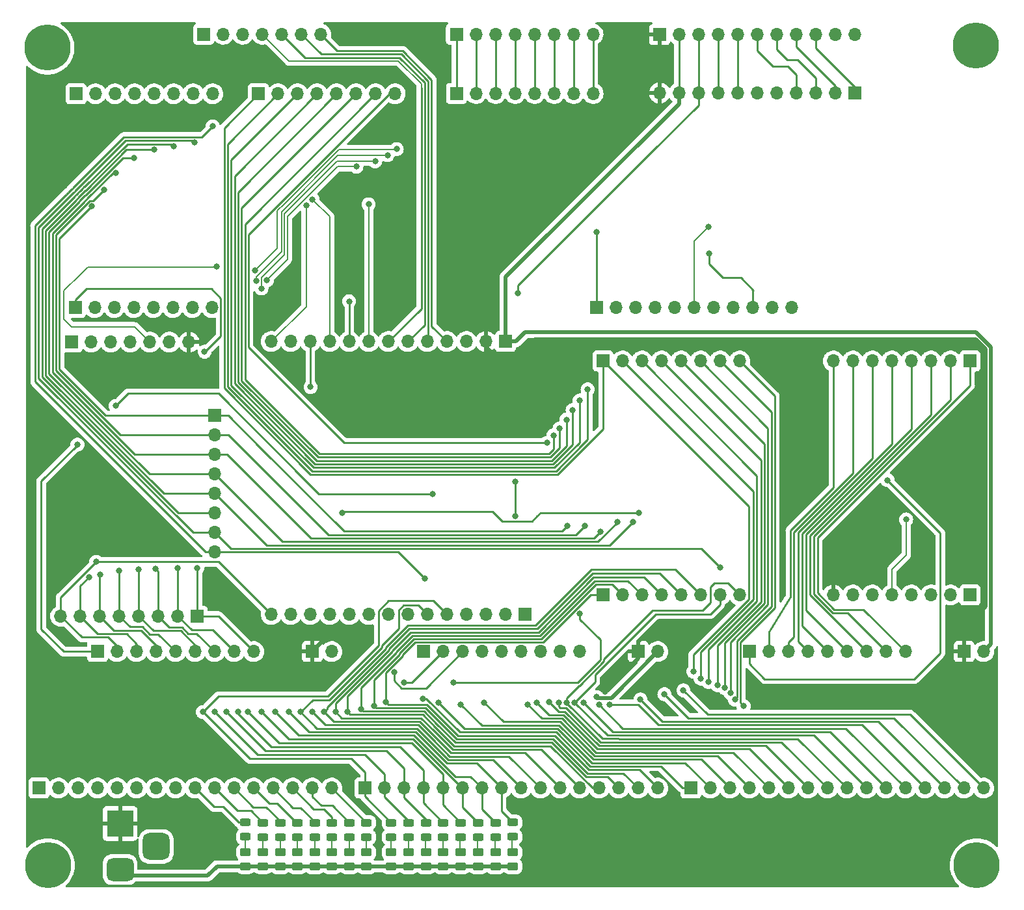
<source format=gbr>
%TF.GenerationSoftware,KiCad,Pcbnew,(6.0.0-0)*%
%TF.CreationDate,2022-01-17T16:58:40-05:00*%
%TF.ProjectId,ALU-Backplane,414c552d-4261-4636-9b70-6c616e652e6b,rev?*%
%TF.SameCoordinates,Original*%
%TF.FileFunction,Copper,L1,Top*%
%TF.FilePolarity,Positive*%
%FSLAX46Y46*%
G04 Gerber Fmt 4.6, Leading zero omitted, Abs format (unit mm)*
G04 Created by KiCad (PCBNEW (6.0.0-0)) date 2022-01-17 16:58:40*
%MOMM*%
%LPD*%
G01*
G04 APERTURE LIST*
G04 Aperture macros list*
%AMRoundRect*
0 Rectangle with rounded corners*
0 $1 Rounding radius*
0 $2 $3 $4 $5 $6 $7 $8 $9 X,Y pos of 4 corners*
0 Add a 4 corners polygon primitive as box body*
4,1,4,$2,$3,$4,$5,$6,$7,$8,$9,$2,$3,0*
0 Add four circle primitives for the rounded corners*
1,1,$1+$1,$2,$3*
1,1,$1+$1,$4,$5*
1,1,$1+$1,$6,$7*
1,1,$1+$1,$8,$9*
0 Add four rect primitives between the rounded corners*
20,1,$1+$1,$2,$3,$4,$5,0*
20,1,$1+$1,$4,$5,$6,$7,0*
20,1,$1+$1,$6,$7,$8,$9,0*
20,1,$1+$1,$8,$9,$2,$3,0*%
G04 Aperture macros list end*
%TA.AperFunction,SMDPad,CuDef*%
%ADD10RoundRect,0.250000X-0.450000X0.262500X-0.450000X-0.262500X0.450000X-0.262500X0.450000X0.262500X0*%
%TD*%
%TA.AperFunction,SMDPad,CuDef*%
%ADD11RoundRect,0.243750X0.456250X-0.243750X0.456250X0.243750X-0.456250X0.243750X-0.456250X-0.243750X0*%
%TD*%
%TA.AperFunction,ComponentPad*%
%ADD12R,3.500000X3.500000*%
%TD*%
%TA.AperFunction,ComponentPad*%
%ADD13RoundRect,0.750000X1.000000X-0.750000X1.000000X0.750000X-1.000000X0.750000X-1.000000X-0.750000X0*%
%TD*%
%TA.AperFunction,ComponentPad*%
%ADD14RoundRect,0.875000X0.875000X-0.875000X0.875000X0.875000X-0.875000X0.875000X-0.875000X-0.875000X0*%
%TD*%
%TA.AperFunction,ComponentPad*%
%ADD15O,1.700000X1.700000*%
%TD*%
%TA.AperFunction,ComponentPad*%
%ADD16R,1.700000X1.700000*%
%TD*%
%TA.AperFunction,ComponentPad*%
%ADD17C,0.800000*%
%TD*%
%TA.AperFunction,ComponentPad*%
%ADD18C,6.000000*%
%TD*%
%TA.AperFunction,ViaPad*%
%ADD19C,0.800000*%
%TD*%
%TA.AperFunction,Conductor*%
%ADD20C,0.250000*%
%TD*%
%TA.AperFunction,Conductor*%
%ADD21C,0.500000*%
%TD*%
%TA.AperFunction,Conductor*%
%ADD22C,0.200000*%
%TD*%
G04 APERTURE END LIST*
D10*
%TO.P,R16,1*%
%TO.N,Net-(D16-Pad1)*%
X131925000Y-140962500D03*
%TO.P,R16,2*%
%TO.N,GND*%
X131925000Y-142787500D03*
%TD*%
%TO.P,R15,1*%
%TO.N,Net-(D15-Pad1)*%
X134200000Y-140962500D03*
%TO.P,R15,2*%
%TO.N,GND*%
X134200000Y-142787500D03*
%TD*%
%TO.P,R14,1*%
%TO.N,Net-(D14-Pad1)*%
X136450000Y-140962500D03*
%TO.P,R14,2*%
%TO.N,GND*%
X136450000Y-142787500D03*
%TD*%
%TO.P,R13,1*%
%TO.N,Net-(D13-Pad1)*%
X138725000Y-140962500D03*
%TO.P,R13,2*%
%TO.N,GND*%
X138725000Y-142787500D03*
%TD*%
%TO.P,R12,1*%
%TO.N,Net-(D12-Pad1)*%
X140975000Y-140962500D03*
%TO.P,R12,2*%
%TO.N,GND*%
X140975000Y-142787500D03*
%TD*%
%TO.P,R11,1*%
%TO.N,Net-(D11-Pad1)*%
X143250000Y-140962500D03*
%TO.P,R11,2*%
%TO.N,GND*%
X143250000Y-142787500D03*
%TD*%
%TO.P,R10,1*%
%TO.N,Net-(D10-Pad1)*%
X145500000Y-140962500D03*
%TO.P,R10,2*%
%TO.N,GND*%
X145500000Y-142787500D03*
%TD*%
%TO.P,R9,1*%
%TO.N,Net-(D9-Pad1)*%
X147775000Y-140962500D03*
%TO.P,R9,2*%
%TO.N,GND*%
X147775000Y-142787500D03*
%TD*%
%TO.P,R8,1*%
%TO.N,Net-(D8-Pad1)*%
X112975000Y-140937500D03*
%TO.P,R8,2*%
%TO.N,GND*%
X112975000Y-142762500D03*
%TD*%
%TO.P,R7,1*%
%TO.N,Net-(D7-Pad1)*%
X115225000Y-140937500D03*
%TO.P,R7,2*%
%TO.N,GND*%
X115225000Y-142762500D03*
%TD*%
%TO.P,R6,1*%
%TO.N,Net-(D6-Pad1)*%
X117475000Y-140950000D03*
%TO.P,R6,2*%
%TO.N,GND*%
X117475000Y-142775000D03*
%TD*%
%TO.P,R5,1*%
%TO.N,Net-(D5-Pad1)*%
X119725000Y-140962500D03*
%TO.P,R5,2*%
%TO.N,GND*%
X119725000Y-142787500D03*
%TD*%
%TO.P,R4,1*%
%TO.N,Net-(D4-Pad1)*%
X121975000Y-140962500D03*
%TO.P,R4,2*%
%TO.N,GND*%
X121975000Y-142787500D03*
%TD*%
%TO.P,R3,1*%
%TO.N,Net-(D3-Pad1)*%
X124225000Y-140962500D03*
%TO.P,R3,2*%
%TO.N,GND*%
X124225000Y-142787500D03*
%TD*%
%TO.P,R2,1*%
%TO.N,Net-(D2-Pad1)*%
X126475000Y-140962500D03*
%TO.P,R2,2*%
%TO.N,GND*%
X126475000Y-142787500D03*
%TD*%
D11*
%TO.P,D16,1,K*%
%TO.N,Net-(D16-Pad1)*%
X131925000Y-138962500D03*
%TO.P,D16,2,A*%
%TO.N,B7*%
X131925000Y-137087500D03*
%TD*%
%TO.P,D15,1,K*%
%TO.N,Net-(D15-Pad1)*%
X134189285Y-138962500D03*
%TO.P,D15,2,A*%
%TO.N,B6*%
X134189285Y-137087500D03*
%TD*%
%TO.P,D14,2,A*%
%TO.N,B5*%
X136453570Y-137087500D03*
%TO.P,D14,1,K*%
%TO.N,Net-(D14-Pad1)*%
X136453570Y-138962500D03*
%TD*%
%TO.P,D13,1,K*%
%TO.N,Net-(D13-Pad1)*%
X138717855Y-138962500D03*
%TO.P,D13,2,A*%
%TO.N,B4*%
X138717855Y-137087500D03*
%TD*%
%TO.P,D12,1,K*%
%TO.N,Net-(D12-Pad1)*%
X140982140Y-138962500D03*
%TO.P,D12,2,A*%
%TO.N,B3*%
X140982140Y-137087500D03*
%TD*%
%TO.P,D11,1,K*%
%TO.N,Net-(D11-Pad1)*%
X143246425Y-138962500D03*
%TO.P,D11,2,A*%
%TO.N,B2*%
X143246425Y-137087500D03*
%TD*%
%TO.P,D10,1,K*%
%TO.N,Net-(D10-Pad1)*%
X145510710Y-138962500D03*
%TO.P,D10,2,A*%
%TO.N,B1*%
X145510710Y-137087500D03*
%TD*%
%TO.P,D9,1,K*%
%TO.N,Net-(D9-Pad1)*%
X147775000Y-138937500D03*
%TO.P,D9,2,A*%
%TO.N,B0*%
X147775000Y-137062500D03*
%TD*%
%TO.P,D8,1,K*%
%TO.N,Net-(D8-Pad1)*%
X112975000Y-138937500D03*
%TO.P,D8,2,A*%
%TO.N,A7*%
X112975000Y-137062500D03*
%TD*%
%TO.P,D7,1,K*%
%TO.N,Net-(D7-Pad1)*%
X115225000Y-138962500D03*
%TO.P,D7,2,A*%
%TO.N,A6*%
X115225000Y-137087500D03*
%TD*%
%TO.P,D6,1,K*%
%TO.N,Net-(D6-Pad1)*%
X117475000Y-138962500D03*
%TO.P,D6,2,A*%
%TO.N,A5*%
X117475000Y-137087500D03*
%TD*%
%TO.P,D5,1,K*%
%TO.N,Net-(D5-Pad1)*%
X119725000Y-138962500D03*
%TO.P,D5,2,A*%
%TO.N,A4*%
X119725000Y-137087500D03*
%TD*%
%TO.P,D4,1,K*%
%TO.N,Net-(D4-Pad1)*%
X121975000Y-138962500D03*
%TO.P,D4,2,A*%
%TO.N,A3*%
X121975000Y-137087500D03*
%TD*%
%TO.P,D3,1,K*%
%TO.N,Net-(D3-Pad1)*%
X124225000Y-138962500D03*
%TO.P,D3,2,A*%
%TO.N,A2*%
X124225000Y-137087500D03*
%TD*%
%TO.P,D2,1,K*%
%TO.N,Net-(D2-Pad1)*%
X126475000Y-138962500D03*
%TO.P,D2,2,A*%
%TO.N,A1*%
X126475000Y-137087500D03*
%TD*%
D10*
%TO.P,R1,1*%
%TO.N,Net-(D1-Pad1)*%
X128725000Y-140962500D03*
%TO.P,R1,2*%
%TO.N,GND*%
X128725000Y-142787500D03*
%TD*%
D11*
%TO.P,D1,1,K*%
%TO.N,Net-(D1-Pad1)*%
X128725000Y-138962500D03*
%TO.P,D1,2,A*%
%TO.N,A0*%
X128725000Y-137087500D03*
%TD*%
D12*
%TO.P,J28,1*%
%TO.N,VCC*%
X96650000Y-137200000D03*
D13*
%TO.P,J28,2*%
%TO.N,GND*%
X96650000Y-143200000D03*
D14*
%TO.P,J28,3*%
%TO.N,N/C*%
X101350000Y-140200000D03*
%TD*%
D15*
%TO.P,J18,7,Pin_7*%
%TO.N,ZF*%
X122770000Y-34400000D03*
%TO.P,J18,6,Pin_6*%
%TO.N,OF*%
X120230000Y-34400000D03*
%TO.P,J18,5,Pin_5*%
%TO.N,SF*%
X117690000Y-34400000D03*
%TO.P,J18,4,Pin_4*%
%TO.N,CF*%
X115150000Y-34400000D03*
%TO.P,J18,3,Pin_3*%
%TO.N,~{LATCH_FLAGS}*%
X112610000Y-34400000D03*
%TO.P,J18,2,Pin_2*%
%TO.N,RESTORE_FLAGS*%
X110070000Y-34400000D03*
D16*
%TO.P,J18,1,Pin_1*%
%TO.N,~{FLAGS_OUT}*%
X107530000Y-34400000D03*
%TD*%
%TO.P,J21,1,Pin_1*%
%TO.N,~{SHIFTER_SHL}*%
X158654000Y-69984000D03*
D15*
%TO.P,J21,2,Pin_2*%
%TO.N,ADC_SBB*%
X161194000Y-69984000D03*
%TO.P,J21,3,Pin_3*%
%TO.N,~{AND}*%
X163734000Y-69984000D03*
%TO.P,J21,4,Pin_4*%
%TO.N,~{OR}*%
X166274000Y-69984000D03*
%TO.P,J21,5,Pin_5*%
%TO.N,~{XOR}*%
X168814000Y-69984000D03*
%TO.P,J21,6,Pin_6*%
%TO.N,ADDER_OUT*%
X171354000Y-69984000D03*
%TO.P,J21,7,Pin_7*%
%TO.N,~{SHIFTER_SHR}*%
X173894000Y-69984000D03*
%TO.P,J21,8,Pin_8*%
%TO.N,~{SHIFTER_ARI}*%
X176434000Y-69984000D03*
%TO.P,J21,9,Pin_9*%
%TO.N,~{SHIFTER_ROT}*%
X178974000Y-69984000D03*
%TO.P,J21,10,Pin_10*%
%TO.N,OP_MUX_SELECT*%
X181514000Y-69984000D03*
%TO.P,J21,11,Pin_11*%
%TO.N,TWOS_COMP*%
X184054000Y-69984000D03*
%TD*%
D16*
%TO.P,J27,1,Pin_1*%
%TO.N,BUS0*%
X140420000Y-34400000D03*
D15*
%TO.P,J27,2,Pin_2*%
%TO.N,BUS1*%
X142960000Y-34400000D03*
%TO.P,J27,3,Pin_3*%
%TO.N,BUS2*%
X145500000Y-34400000D03*
%TO.P,J27,4,Pin_4*%
%TO.N,BUS3*%
X148040000Y-34400000D03*
%TO.P,J27,5,Pin_5*%
%TO.N,BUS4*%
X150580000Y-34400000D03*
%TO.P,J27,6,Pin_6*%
%TO.N,BUS5*%
X153120000Y-34400000D03*
%TO.P,J27,7,Pin_7*%
%TO.N,BUS6*%
X155660000Y-34400000D03*
%TO.P,J27,8,Pin_8*%
%TO.N,BUS7*%
X158200000Y-34400000D03*
%TD*%
D16*
%TO.P,J26,1,Pin_1*%
%TO.N,VCC*%
X166850000Y-34450000D03*
D15*
%TO.P,J26,2,Pin_2*%
%TO.N,GND*%
X169390000Y-34450000D03*
%TO.P,J26,3,Pin_3*%
%TO.N,CLOCK*%
X171930000Y-34450000D03*
%TO.P,J26,4,Pin_4*%
%TO.N,~{LATCH_ACCUMULATOR}*%
X174470000Y-34450000D03*
%TO.P,J26,5,Pin_5*%
%TO.N,~{LATCH_B}*%
X177010000Y-34450000D03*
%TO.P,J26,6,Pin_6*%
%TO.N,ALU_FUNC_0*%
X179550000Y-34450000D03*
%TO.P,J26,7,Pin_7*%
%TO.N,ALU_FUNC_1*%
X182090000Y-34450000D03*
%TO.P,J26,8,Pin_8*%
%TO.N,ALU_FUNC_2*%
X184630000Y-34450000D03*
%TO.P,J26,9,Pin_9*%
%TO.N,ALU_FUNC_3*%
X187170000Y-34450000D03*
%TO.P,J26,10,Pin_10*%
%TO.N,ALU_FUNC_4*%
X189710000Y-34450000D03*
%TO.P,J26,11,Pin_11*%
%TO.N,ALU_FUNC_5*%
X192250000Y-34450000D03*
%TD*%
D16*
%TO.P,J24,1,Pin_1*%
%TO.N,A0*%
X90920000Y-42150000D03*
D15*
%TO.P,J24,2,Pin_2*%
%TO.N,A1*%
X93460000Y-42150000D03*
%TO.P,J24,3,Pin_3*%
%TO.N,A2*%
X96000000Y-42150000D03*
%TO.P,J24,4,Pin_4*%
%TO.N,A3*%
X98540000Y-42150000D03*
%TO.P,J24,5,Pin_5*%
%TO.N,A4*%
X101080000Y-42150000D03*
%TO.P,J24,6,Pin_6*%
%TO.N,A5*%
X103620000Y-42150000D03*
%TO.P,J24,7,Pin_7*%
%TO.N,A6*%
X106160000Y-42150000D03*
%TO.P,J24,8,Pin_8*%
%TO.N,A7*%
X108700000Y-42150000D03*
%TD*%
D16*
%TO.P,J25,1,Pin_1*%
%TO.N,B0*%
X114670000Y-42150000D03*
D15*
%TO.P,J25,2,Pin_2*%
%TO.N,B1*%
X117210000Y-42150000D03*
%TO.P,J25,3,Pin_3*%
%TO.N,B2*%
X119750000Y-42150000D03*
%TO.P,J25,4,Pin_4*%
%TO.N,B3*%
X122290000Y-42150000D03*
%TO.P,J25,5,Pin_5*%
%TO.N,B4*%
X124830000Y-42150000D03*
%TO.P,J25,6,Pin_6*%
%TO.N,B5*%
X127370000Y-42150000D03*
%TO.P,J25,7,Pin_7*%
%TO.N,B6*%
X129910000Y-42150000D03*
%TO.P,J25,8,Pin_8*%
%TO.N,B7*%
X132450000Y-42150000D03*
%TD*%
%TO.P,J23,8,Pin_8*%
%TO.N,Q7*%
X108590000Y-70000000D03*
%TO.P,J23,7,Pin_7*%
%TO.N,Q6*%
X106050000Y-70000000D03*
%TO.P,J23,6,Pin_6*%
%TO.N,Q5*%
X103510000Y-70000000D03*
%TO.P,J23,5,Pin_5*%
%TO.N,Q4*%
X100970000Y-70000000D03*
%TO.P,J23,4,Pin_4*%
%TO.N,Q3*%
X98430000Y-70000000D03*
%TO.P,J23,3,Pin_3*%
%TO.N,Q2*%
X95890000Y-70000000D03*
%TO.P,J23,2,Pin_2*%
%TO.N,Q1*%
X93350000Y-70000000D03*
D16*
%TO.P,J23,1,Pin_1*%
%TO.N,Q0*%
X90810000Y-70000000D03*
%TD*%
%TO.P,J22,1,Pin_1*%
%TO.N,BUS0*%
X140425000Y-42114000D03*
D15*
%TO.P,J22,2,Pin_2*%
%TO.N,BUS1*%
X142965000Y-42114000D03*
%TO.P,J22,3,Pin_3*%
%TO.N,BUS2*%
X145505000Y-42114000D03*
%TO.P,J22,4,Pin_4*%
%TO.N,BUS3*%
X148045000Y-42114000D03*
%TO.P,J22,5,Pin_5*%
%TO.N,BUS4*%
X150585000Y-42114000D03*
%TO.P,J22,6,Pin_6*%
%TO.N,BUS5*%
X153125000Y-42114000D03*
%TO.P,J22,7,Pin_7*%
%TO.N,BUS6*%
X155665000Y-42114000D03*
%TO.P,J22,8,Pin_8*%
%TO.N,BUS7*%
X158205000Y-42114000D03*
%TD*%
D16*
%TO.P,J20,1,Pin_1*%
%TO.N,ALU_FUNC_3*%
X192260000Y-42059000D03*
D15*
%TO.P,J20,2,Pin_2*%
%TO.N,ALU_FUNC_2*%
X189720000Y-42059000D03*
%TO.P,J20,3,Pin_3*%
%TO.N,ALU_FUNC_1*%
X187180000Y-42059000D03*
%TO.P,J20,4,Pin_4*%
%TO.N,ALU_FUNC_0*%
X184640000Y-42059000D03*
%TO.P,J20,5,Pin_5*%
%TO.N,ALU_FUNC_5*%
X182100000Y-42059000D03*
%TO.P,J20,6,Pin_6*%
%TO.N,ALU_FUNC_4*%
X179560000Y-42059000D03*
%TO.P,J20,7,Pin_7*%
%TO.N,~{LATCH_B}*%
X177020000Y-42059000D03*
%TO.P,J20,8,Pin_8*%
%TO.N,~{LATCH_ACCUMULATOR}*%
X174480000Y-42059000D03*
%TO.P,J20,9,Pin_9*%
%TO.N,CLOCK*%
X171940000Y-42059000D03*
%TO.P,J20,10,Pin_10*%
%TO.N,GND*%
X169400000Y-42059000D03*
%TO.P,J20,11,Pin_11*%
%TO.N,VCC*%
X166860000Y-42059000D03*
%TD*%
D16*
%TO.P,J3,1,Pin_1*%
%TO.N,GND*%
X146812000Y-74422000D03*
D15*
%TO.P,J3,2,Pin_2*%
%TO.N,VCC*%
X144272000Y-74422000D03*
%TO.P,J3,3,Pin_3*%
%TO.N,GND*%
X141732000Y-74422000D03*
%TO.P,J3,4,Pin_4*%
%TO.N,ZF*%
X139192000Y-74422000D03*
%TO.P,J3,5,Pin_5*%
%TO.N,OF*%
X136652000Y-74422000D03*
%TO.P,J3,6,Pin_6*%
%TO.N,SF*%
X134112000Y-74422000D03*
%TO.P,J3,7,Pin_7*%
%TO.N,CF*%
X131572000Y-74422000D03*
%TO.P,J3,8,Pin_8*%
%TO.N,~{LATCH_FLAGS}*%
X129032000Y-74422000D03*
%TO.P,J3,9,Pin_9*%
%TO.N,CLOCK*%
X126492000Y-74422000D03*
%TO.P,J3,10,Pin_10*%
%TO.N,RESTORE_FLAGS*%
X123952000Y-74422000D03*
%TO.P,J3,11,Pin_11*%
%TO.N,ACO*%
X121412000Y-74422000D03*
%TO.P,J3,12,Pin_12*%
%TO.N,SHIFTER_CO*%
X118872000Y-74422000D03*
%TO.P,J3,13,Pin_13*%
%TO.N,~{FLAGS_OUT}*%
X116332000Y-74422000D03*
%TD*%
D16*
%TO.P,J4,1,Pin_1*%
%TO.N,BUS0*%
X149352000Y-109982000D03*
D15*
%TO.P,J4,2,Pin_2*%
%TO.N,BUS1*%
X146812000Y-109982000D03*
%TO.P,J4,3,Pin_3*%
%TO.N,BUS2*%
X144272000Y-109982000D03*
%TO.P,J4,4,Pin_4*%
%TO.N,BUS3*%
X141732000Y-109982000D03*
%TO.P,J4,5,Pin_5*%
%TO.N,B7*%
X139192000Y-109982000D03*
%TO.P,J4,6,Pin_6*%
%TO.N,A7*%
X136652000Y-109982000D03*
%TO.P,J4,7,Pin_7*%
%TO.N,Q7*%
X134112000Y-109982000D03*
%TO.P,J4,8,Pin_8*%
%TO.N,Q6*%
X131572000Y-109982000D03*
%TO.P,J4,9,Pin_9*%
%TO.N,Q5*%
X129032000Y-109982000D03*
%TO.P,J4,10,Pin_10*%
%TO.N,Q4*%
X126492000Y-109982000D03*
%TO.P,J4,11,Pin_11*%
%TO.N,Q3*%
X123952000Y-109982000D03*
%TO.P,J4,12,Pin_12*%
%TO.N,Q2*%
X121412000Y-109982000D03*
%TO.P,J4,13,Pin_13*%
%TO.N,Q1*%
X118872000Y-109982000D03*
%TO.P,J4,14,Pin_14*%
%TO.N,Q0*%
X116332000Y-109982000D03*
%TD*%
D16*
%TO.P,J5,1,Pin_1*%
%TO.N,B0*%
X159512000Y-76962000D03*
D15*
%TO.P,J5,2,Pin_2*%
%TO.N,B1*%
X162052000Y-76962000D03*
%TO.P,J5,3,Pin_3*%
%TO.N,B2*%
X164592000Y-76962000D03*
%TO.P,J5,4,Pin_4*%
%TO.N,B3*%
X167132000Y-76962000D03*
%TO.P,J5,5,Pin_5*%
%TO.N,B4*%
X169672000Y-76962000D03*
%TO.P,J5,6,Pin_6*%
%TO.N,B5*%
X172212000Y-76962000D03*
%TO.P,J5,7,Pin_7*%
%TO.N,B6*%
X174752000Y-76962000D03*
%TO.P,J5,8,Pin_8*%
%TO.N,B7*%
X177292000Y-76962000D03*
%TD*%
D16*
%TO.P,J6,1,Pin_1*%
%TO.N,Q7*%
X207264000Y-76962000D03*
D15*
%TO.P,J6,2,Pin_2*%
%TO.N,Q6*%
X204724000Y-76962000D03*
%TO.P,J6,3,Pin_3*%
%TO.N,Q5*%
X202184000Y-76962000D03*
%TO.P,J6,4,Pin_4*%
%TO.N,Q4*%
X199644000Y-76962000D03*
%TO.P,J6,5,Pin_5*%
%TO.N,Q3*%
X197104000Y-76962000D03*
%TO.P,J6,6,Pin_6*%
%TO.N,Q2*%
X194564000Y-76962000D03*
%TO.P,J6,7,Pin_7*%
%TO.N,Q1*%
X192024000Y-76962000D03*
%TO.P,J6,8,Pin_8*%
%TO.N,Q0*%
X189484000Y-76962000D03*
%TD*%
D16*
%TO.P,J7,1,Pin_1*%
%TO.N,ADDER_OUT*%
X207264000Y-107442000D03*
D15*
%TO.P,J7,2,Pin_2*%
%TO.N,TWOS_COMP*%
X204724000Y-107442000D03*
%TO.P,J7,3,Pin_3*%
%TO.N,ADC_SBB*%
X202184000Y-107442000D03*
%TO.P,J7,4,Pin_4*%
%TO.N,CF*%
X199644000Y-107442000D03*
%TO.P,J7,5,Pin_5*%
%TO.N,OP_MUX_SELECT*%
X197104000Y-107442000D03*
%TO.P,J7,6,Pin_6*%
%TO.N,ACO*%
X194564000Y-107442000D03*
%TO.P,J7,7,Pin_7*%
%TO.N,GND*%
X192024000Y-107442000D03*
%TO.P,J7,8,Pin_8*%
%TO.N,VCC*%
X189484000Y-107442000D03*
%TD*%
D16*
%TO.P,J8,1,Pin_1*%
%TO.N,A0*%
X159512000Y-107442000D03*
D15*
%TO.P,J8,2,Pin_2*%
%TO.N,A1*%
X162052000Y-107442000D03*
%TO.P,J8,3,Pin_3*%
%TO.N,A2*%
X164592000Y-107442000D03*
%TO.P,J8,4,Pin_4*%
%TO.N,A3*%
X167132000Y-107442000D03*
%TO.P,J8,5,Pin_5*%
%TO.N,A4*%
X169672000Y-107442000D03*
%TO.P,J8,6,Pin_6*%
%TO.N,A5*%
X172212000Y-107442000D03*
%TO.P,J8,7,Pin_7*%
%TO.N,A6*%
X174752000Y-107442000D03*
%TO.P,J8,8,Pin_8*%
%TO.N,A7*%
X177292000Y-107442000D03*
%TD*%
D16*
%TO.P,J9,1,Pin_1*%
%TO.N,B7*%
X86106000Y-132588000D03*
D15*
%TO.P,J9,2,Pin_2*%
%TO.N,B6*%
X88646000Y-132588000D03*
%TO.P,J9,3,Pin_3*%
%TO.N,B5*%
X91186000Y-132588000D03*
%TO.P,J9,4,Pin_4*%
%TO.N,B4*%
X93726000Y-132588000D03*
%TO.P,J9,5,Pin_5*%
%TO.N,B3*%
X96266000Y-132588000D03*
%TO.P,J9,6,Pin_6*%
%TO.N,B2*%
X98806000Y-132588000D03*
%TO.P,J9,7,Pin_7*%
%TO.N,B1*%
X101346000Y-132588000D03*
%TO.P,J9,8,Pin_8*%
%TO.N,B0*%
X103886000Y-132588000D03*
%TO.P,J9,9,Pin_9*%
%TO.N,A7*%
X106426000Y-132588000D03*
%TO.P,J9,10,Pin_10*%
%TO.N,A6*%
X108966000Y-132588000D03*
%TO.P,J9,11,Pin_11*%
%TO.N,A5*%
X111506000Y-132588000D03*
%TO.P,J9,12,Pin_12*%
%TO.N,A4*%
X114046000Y-132588000D03*
%TO.P,J9,13,Pin_13*%
%TO.N,A3*%
X116586000Y-132588000D03*
%TO.P,J9,14,Pin_14*%
%TO.N,A2*%
X119126000Y-132588000D03*
%TO.P,J9,15,Pin_15*%
%TO.N,A1*%
X121666000Y-132588000D03*
%TO.P,J9,16,Pin_16*%
%TO.N,A0*%
X124206000Y-132588000D03*
%TD*%
D16*
%TO.P,J10,1,Pin_1*%
%TO.N,~{AND}*%
X93726000Y-114808000D03*
D15*
%TO.P,J10,2,Pin_2*%
%TO.N,Q0*%
X96266000Y-114808000D03*
%TO.P,J10,3,Pin_3*%
%TO.N,Q1*%
X98806000Y-114808000D03*
%TO.P,J10,4,Pin_4*%
%TO.N,Q2*%
X101346000Y-114808000D03*
%TO.P,J10,5,Pin_5*%
%TO.N,Q3*%
X103886000Y-114808000D03*
%TO.P,J10,6,Pin_6*%
%TO.N,Q4*%
X106426000Y-114808000D03*
%TO.P,J10,7,Pin_7*%
%TO.N,Q5*%
X108966000Y-114808000D03*
%TO.P,J10,8,Pin_8*%
%TO.N,Q6*%
X111506000Y-114808000D03*
%TO.P,J10,9,Pin_9*%
%TO.N,Q7*%
X114046000Y-114808000D03*
%TD*%
D16*
%TO.P,J11,1,Pin_1*%
%TO.N,VCC*%
X121666000Y-114808000D03*
D15*
%TO.P,J11,2,Pin_2*%
%TO.N,GND*%
X124206000Y-114808000D03*
%TD*%
D16*
%TO.P,J12,1,Pin_1*%
%TO.N,B7*%
X128524000Y-132588000D03*
D15*
%TO.P,J12,2,Pin_2*%
%TO.N,B6*%
X131064000Y-132588000D03*
%TO.P,J12,3,Pin_3*%
%TO.N,B5*%
X133604000Y-132588000D03*
%TO.P,J12,4,Pin_4*%
%TO.N,B4*%
X136144000Y-132588000D03*
%TO.P,J12,5,Pin_5*%
%TO.N,B3*%
X138684000Y-132588000D03*
%TO.P,J12,6,Pin_6*%
%TO.N,B2*%
X141224000Y-132588000D03*
%TO.P,J12,7,Pin_7*%
%TO.N,B1*%
X143764000Y-132588000D03*
%TO.P,J12,8,Pin_8*%
%TO.N,B0*%
X146304000Y-132588000D03*
%TO.P,J12,9,Pin_9*%
%TO.N,A7*%
X148844000Y-132588000D03*
%TO.P,J12,10,Pin_10*%
%TO.N,A6*%
X151384000Y-132588000D03*
%TO.P,J12,11,Pin_11*%
%TO.N,A5*%
X153924000Y-132588000D03*
%TO.P,J12,12,Pin_12*%
%TO.N,A4*%
X156464000Y-132588000D03*
%TO.P,J12,13,Pin_13*%
%TO.N,A3*%
X159004000Y-132588000D03*
%TO.P,J12,14,Pin_14*%
%TO.N,A2*%
X161544000Y-132588000D03*
%TO.P,J12,15,Pin_15*%
%TO.N,A1*%
X164084000Y-132588000D03*
%TO.P,J12,16,Pin_16*%
%TO.N,A0*%
X166624000Y-132588000D03*
%TD*%
D16*
%TO.P,J13,1,Pin_1*%
%TO.N,~{OR}*%
X136144000Y-114808000D03*
D15*
%TO.P,J13,2,Pin_2*%
%TO.N,Q0*%
X138684000Y-114808000D03*
%TO.P,J13,3,Pin_3*%
%TO.N,Q1*%
X141224000Y-114808000D03*
%TO.P,J13,4,Pin_4*%
%TO.N,Q2*%
X143764000Y-114808000D03*
%TO.P,J13,5,Pin_5*%
%TO.N,Q3*%
X146304000Y-114808000D03*
%TO.P,J13,6,Pin_6*%
%TO.N,Q4*%
X148844000Y-114808000D03*
%TO.P,J13,7,Pin_7*%
%TO.N,Q5*%
X151384000Y-114808000D03*
%TO.P,J13,8,Pin_8*%
%TO.N,Q6*%
X153924000Y-114808000D03*
%TO.P,J13,9,Pin_9*%
%TO.N,Q7*%
X156464000Y-114808000D03*
%TD*%
D16*
%TO.P,J14,1,Pin_1*%
%TO.N,VCC*%
X164084000Y-114808000D03*
D15*
%TO.P,J14,2,Pin_2*%
%TO.N,GND*%
X166624000Y-114808000D03*
%TD*%
D16*
%TO.P,J15,1,Pin_1*%
%TO.N,B7*%
X170942000Y-132588000D03*
D15*
%TO.P,J15,2,Pin_2*%
%TO.N,B6*%
X173482000Y-132588000D03*
%TO.P,J15,3,Pin_3*%
%TO.N,B5*%
X176022000Y-132588000D03*
%TO.P,J15,4,Pin_4*%
%TO.N,B4*%
X178562000Y-132588000D03*
%TO.P,J15,5,Pin_5*%
%TO.N,B3*%
X181102000Y-132588000D03*
%TO.P,J15,6,Pin_6*%
%TO.N,B2*%
X183642000Y-132588000D03*
%TO.P,J15,7,Pin_7*%
%TO.N,B1*%
X186182000Y-132588000D03*
%TO.P,J15,8,Pin_8*%
%TO.N,B0*%
X188722000Y-132588000D03*
%TO.P,J15,9,Pin_9*%
%TO.N,A7*%
X191262000Y-132588000D03*
%TO.P,J15,10,Pin_10*%
%TO.N,A6*%
X193802000Y-132588000D03*
%TO.P,J15,11,Pin_11*%
%TO.N,A5*%
X196342000Y-132588000D03*
%TO.P,J15,12,Pin_12*%
%TO.N,A4*%
X198882000Y-132588000D03*
%TO.P,J15,13,Pin_13*%
%TO.N,A3*%
X201422000Y-132588000D03*
%TO.P,J15,14,Pin_14*%
%TO.N,A2*%
X203962000Y-132588000D03*
%TO.P,J15,15,Pin_15*%
%TO.N,A1*%
X206502000Y-132588000D03*
%TO.P,J15,16,Pin_16*%
%TO.N,A0*%
X209042000Y-132588000D03*
%TD*%
D16*
%TO.P,J16,1,Pin_1*%
%TO.N,~{XOR}*%
X178562000Y-114808000D03*
D15*
%TO.P,J16,2,Pin_2*%
%TO.N,Q0*%
X181102000Y-114808000D03*
%TO.P,J16,3,Pin_3*%
%TO.N,Q1*%
X183642000Y-114808000D03*
%TO.P,J16,4,Pin_4*%
%TO.N,Q2*%
X186182000Y-114808000D03*
%TO.P,J16,5,Pin_5*%
%TO.N,Q3*%
X188722000Y-114808000D03*
%TO.P,J16,6,Pin_6*%
%TO.N,Q4*%
X191262000Y-114808000D03*
%TO.P,J16,7,Pin_7*%
%TO.N,Q5*%
X193802000Y-114808000D03*
%TO.P,J16,8,Pin_8*%
%TO.N,Q6*%
X196342000Y-114808000D03*
%TO.P,J16,9,Pin_9*%
%TO.N,Q7*%
X198882000Y-114808000D03*
%TD*%
D16*
%TO.P,J17,1,Pin_1*%
%TO.N,VCC*%
X206502000Y-114808000D03*
D15*
%TO.P,J17,2,Pin_2*%
%TO.N,GND*%
X209042000Y-114808000D03*
%TD*%
D17*
%TO.P,REF\u002A\u002A,1*%
%TO.N,N/C*%
X87200000Y-38400000D03*
D18*
X87200000Y-36150000D03*
D17*
X84950000Y-36150000D03*
X87200000Y-33900000D03*
X88790990Y-34559010D03*
X85609010Y-34559010D03*
X85609010Y-37740990D03*
X88790990Y-37740990D03*
X89450000Y-36150000D03*
%TD*%
%TO.P,REF\u002A\u002A,1*%
%TO.N,N/C*%
X88840990Y-144240990D03*
X87250000Y-140400000D03*
X87250000Y-144900000D03*
X89500000Y-142650000D03*
X85659010Y-144240990D03*
X88840990Y-141059010D03*
D18*
X87250000Y-142650000D03*
D17*
X85000000Y-142650000D03*
X85659010Y-141059010D03*
%TD*%
%TO.P,REF\u002A\u002A,1*%
%TO.N,N/C*%
X205900000Y-142650000D03*
X209740990Y-144240990D03*
D18*
X208150000Y-142650000D03*
D17*
X206559010Y-144240990D03*
X206559010Y-141059010D03*
X209740990Y-141059010D03*
X208150000Y-140400000D03*
X208150000Y-144900000D03*
X210400000Y-142650000D03*
%TD*%
%TO.P,REF\u002A\u002A,1*%
%TO.N,N/C*%
X206409010Y-37440990D03*
X210250000Y-35850000D03*
X206409010Y-34259010D03*
X205750000Y-35850000D03*
X209590990Y-34259010D03*
X208000000Y-33600000D03*
X209590990Y-37440990D03*
D18*
X208000000Y-35850000D03*
D17*
X208000000Y-38100000D03*
%TD*%
D16*
%TO.P,J2,1,Pin_1*%
%TO.N,Q7*%
X106700000Y-110200000D03*
D15*
%TO.P,J2,2,Pin_2*%
%TO.N,Q6*%
X104160000Y-110200000D03*
%TO.P,J2,3,Pin_3*%
%TO.N,Q5*%
X101620000Y-110200000D03*
%TO.P,J2,4,Pin_4*%
%TO.N,Q4*%
X99080000Y-110200000D03*
%TO.P,J2,5,Pin_5*%
%TO.N,Q3*%
X96540000Y-110200000D03*
%TO.P,J2,6,Pin_6*%
%TO.N,Q2*%
X94000000Y-110200000D03*
%TO.P,J2,7,Pin_7*%
%TO.N,Q1*%
X91460000Y-110200000D03*
%TO.P,J2,8,Pin_8*%
%TO.N,Q0*%
X88920000Y-110200000D03*
%TD*%
D16*
%TO.P,J19,1,Pin_1*%
%TO.N,~{SHIFTER_SHR}*%
X90375000Y-74500000D03*
D15*
%TO.P,J19,2,Pin_2*%
%TO.N,~{SHIFTER_SHL}*%
X92915000Y-74500000D03*
%TO.P,J19,3,Pin_3*%
%TO.N,~{SHIFTER_ROT}*%
X95455000Y-74500000D03*
%TO.P,J19,4,Pin_4*%
%TO.N,~{SHIFTER_ARI}*%
X97995000Y-74500000D03*
%TO.P,J19,5,Pin_5*%
%TO.N,SHIFTER_CO*%
X100535000Y-74500000D03*
%TO.P,J19,6,Pin_6*%
%TO.N,GND*%
X103075000Y-74500000D03*
%TO.P,J19,7,Pin_7*%
%TO.N,VCC*%
X105615000Y-74500000D03*
%TD*%
D16*
%TO.P,J1,1,Pin_1*%
%TO.N,A0*%
X109000000Y-84070000D03*
D15*
%TO.P,J1,2,Pin_2*%
%TO.N,A1*%
X109000000Y-86610000D03*
%TO.P,J1,3,Pin_3*%
%TO.N,A2*%
X109000000Y-89150000D03*
%TO.P,J1,4,Pin_4*%
%TO.N,A3*%
X109000000Y-91690000D03*
%TO.P,J1,5,Pin_5*%
%TO.N,A4*%
X109000000Y-94230000D03*
%TO.P,J1,6,Pin_6*%
%TO.N,A5*%
X109000000Y-96770000D03*
%TO.P,J1,7,Pin_7*%
%TO.N,A6*%
X109000000Y-99310000D03*
%TO.P,J1,8,Pin_8*%
%TO.N,A7*%
X109000000Y-101850000D03*
%TD*%
D19*
%TO.N,CLOCK*%
X148450000Y-68150000D03*
X126450000Y-69200000D03*
%TO.N,OP_MUX_SELECT*%
X198950000Y-97600000D03*
%TO.N,ADDER_OUT*%
X173200000Y-59500000D03*
%TO.N,BUS3*%
X132650000Y-49350000D03*
X114200000Y-65200000D03*
%TO.N,BUS2*%
X114350000Y-66500000D03*
X131450000Y-50150000D03*
%TO.N,BUS1*%
X129850000Y-50950000D03*
X115049500Y-67500000D03*
%TO.N,BUS0*%
X115749000Y-66469622D03*
X127400000Y-51649500D03*
%TO.N,A5*%
X164150000Y-96750000D03*
X125550000Y-96750000D03*
%TO.N,SHIFTER_CO*%
X109200000Y-64650000D03*
%TO.N,~{FLAGS_OUT}*%
X120869622Y-56719622D03*
%TO.N,RESTORE_FLAGS*%
X121694622Y-55894622D03*
%TO.N,~{LATCH_FLAGS}*%
X129000000Y-56550000D03*
%TO.N,Q0*%
X107650000Y-75750000D03*
X93549901Y-103125499D03*
%TO.N,~{AND}*%
X137350000Y-94250000D03*
X91100000Y-87850000D03*
X96100000Y-82800000D03*
%TO.N,~{XOR}*%
X196520705Y-92474943D03*
%TO.N,~{OR}*%
X148063173Y-97125500D03*
X148050000Y-92650000D03*
X156500000Y-109850000D03*
X140050000Y-118800000D03*
%TO.N,~{SHIFTER_SHL}*%
X158700000Y-60174011D03*
%TO.N,~{SHIFTER_ROT}*%
X173350000Y-62950000D03*
%TO.N,B7*%
X152250000Y-87600000D03*
%TO.N,B6*%
X153050000Y-86650000D03*
%TO.N,B5*%
X153850000Y-85750000D03*
%TO.N,B4*%
X154750000Y-84600000D03*
%TO.N,B3*%
X155550000Y-83350000D03*
%TO.N,B2*%
X156450000Y-82100000D03*
%TO.N,B1*%
X157500000Y-80650000D03*
%TO.N,A7*%
X108700000Y-46400000D03*
%TO.N,A6*%
X106300000Y-48524500D03*
%TO.N,A5*%
X103665055Y-48974011D03*
%TO.N,A4*%
X101100000Y-49423522D03*
%TO.N,A3*%
X98500000Y-50550000D03*
%TO.N,A2*%
X96115855Y-52465855D03*
%TO.N,A1*%
X94533707Y-54683707D03*
%TO.N,A0*%
X93005276Y-56800500D03*
%TO.N,VCC*%
X168148000Y-112522000D03*
X128016000Y-114808000D03*
X159766000Y-120011076D03*
%TO.N,GND*%
X158639744Y-120738010D03*
%TO.N,Q0*%
X133637952Y-118838048D03*
%TO.N,Q1*%
X132325718Y-117525814D03*
X92600000Y-105100000D03*
%TO.N,Q2*%
X94050000Y-104800000D03*
%TO.N,Q3*%
X96550000Y-104300000D03*
%TO.N,Q4*%
X99100000Y-104150000D03*
%TO.N,Q5*%
X101250000Y-104000000D03*
%TO.N,Q6*%
X104150000Y-103900000D03*
%TO.N,Q7*%
X106700000Y-103900000D03*
%TO.N,ACO*%
X121450000Y-80350000D03*
%TO.N,A7*%
X136300000Y-105300000D03*
X120142000Y-122682000D03*
X154790186Y-121438021D03*
%TO.N,B7*%
X177800000Y-121920000D03*
X136086013Y-120954891D03*
X107442000Y-122682000D03*
%TO.N,B6*%
X138055131Y-121438021D03*
X176661070Y-121054155D03*
X108966000Y-122682000D03*
%TO.N,B5*%
X141000407Y-121692020D03*
X176092940Y-120231821D03*
X110490000Y-122682000D03*
%TO.N,B4*%
X144047285Y-121438021D03*
X112014000Y-122682000D03*
X175354939Y-119557758D03*
%TO.N,B3*%
X174422472Y-119197883D03*
X149710360Y-121692020D03*
X113284000Y-122682000D03*
%TO.N,B2*%
X115062000Y-122682000D03*
X150854740Y-121438021D03*
X173228000Y-118777021D03*
%TO.N,B1*%
X152523044Y-121395028D03*
X116840000Y-122682000D03*
X172212000Y-118327010D03*
%TO.N,B0*%
X118618000Y-122682000D03*
X153790173Y-121438021D03*
X171249599Y-117401599D03*
%TO.N,A6*%
X155790199Y-121438021D03*
X174750000Y-103850000D03*
X121666000Y-122682000D03*
%TO.N,A5*%
X156980662Y-121438021D03*
X123190000Y-122682000D03*
%TO.N,A4*%
X163400000Y-97900000D03*
X124714000Y-122682000D03*
X158970873Y-121711087D03*
%TO.N,A3*%
X126238000Y-122682000D03*
X160344617Y-121711087D03*
X161400000Y-97950000D03*
%TO.N,A2*%
X127990532Y-122304924D03*
X164364021Y-121052099D03*
X159150000Y-99200000D03*
%TO.N,A1*%
X167489238Y-120359010D03*
X157100000Y-98450000D03*
X129707232Y-121854913D03*
%TO.N,A0*%
X154850000Y-98450000D03*
X131272640Y-121404902D03*
X169956921Y-119858858D03*
%TD*%
D20*
%TO.N,A0*%
X152206080Y-125761611D02*
X140670012Y-125761610D01*
X152207580Y-125763111D02*
X152206080Y-125761611D01*
X159842866Y-130211264D02*
X159842777Y-130211264D01*
X153220761Y-125763111D02*
X152207580Y-125763111D01*
%TO.N,B7*%
X160028819Y-129761690D02*
X160028767Y-129761638D01*
%TO.N,A6*%
X186930039Y-125716039D02*
X161704415Y-125716037D01*
%TO.N,A7*%
X154790186Y-121557003D02*
X154790186Y-121438021D01*
%TO.N,B2*%
X160959639Y-127514077D02*
X160956645Y-127511083D01*
%TO.N,B0*%
X161328031Y-126611061D02*
X159159997Y-126611061D01*
%TO.N,B6*%
X141479699Y-124862589D02*
X138055131Y-121438021D01*
%TO.N,A0*%
X160032171Y-130211264D02*
X159842930Y-130211328D01*
%TO.N,B7*%
X160218395Y-129761690D02*
X160028971Y-129761754D01*
%TO.N,A0*%
X164247264Y-130211264D02*
X160032171Y-130211264D01*
X166624000Y-132588000D02*
X164247264Y-130211264D01*
%TO.N,B6*%
X153593059Y-124862589D02*
X141479699Y-124862589D01*
%TO.N,B1*%
X154525559Y-122613034D02*
X153741050Y-122613034D01*
%TO.N,B7*%
X160028971Y-129761754D02*
X160028907Y-129761690D01*
X157855699Y-129761638D02*
X153406161Y-125312100D01*
%TO.N,B4*%
X160585259Y-128411105D02*
X158414397Y-128411105D01*
%TO.N,A0*%
X159842714Y-130211201D02*
X159842625Y-130211200D01*
%TO.N,B7*%
X160028907Y-129761690D02*
X160028819Y-129761690D01*
X167015690Y-129761690D02*
X160218395Y-129761690D01*
X170942000Y-132588000D02*
X169842000Y-132588000D01*
%TO.N,A0*%
X157668797Y-130211149D02*
X153220761Y-125763111D01*
%TO.N,A7*%
X184839548Y-126165548D02*
X161518221Y-126165547D01*
%TO.N,A0*%
X159842574Y-130211149D02*
X157668797Y-130211149D01*
%TO.N,B3*%
X154152259Y-123512556D02*
X151530896Y-123512556D01*
%TO.N,B5*%
X143721465Y-124413078D02*
X141000407Y-121692020D01*
X160399565Y-128861116D02*
X158227997Y-128861116D01*
%TO.N,B3*%
X160770952Y-127961094D02*
X158600797Y-127961094D01*
%TO.N,B7*%
X140856206Y-125312100D02*
X136498997Y-120954891D01*
%TO.N,B2*%
X178568077Y-127514077D02*
X160959639Y-127514077D01*
%TO.N,A0*%
X159842625Y-130211200D02*
X159842574Y-130211149D01*
%TO.N,B6*%
X158041597Y-129311127D02*
X153593059Y-124862589D01*
%TO.N,B7*%
X153406161Y-125312100D02*
X140856206Y-125312100D01*
%TO.N,B6*%
X160213872Y-129311127D02*
X158041597Y-129311127D01*
X160214951Y-129312118D02*
X160214863Y-129312118D01*
%TO.N,A0*%
X159842930Y-130211328D02*
X159842866Y-130211264D01*
%TO.N,B2*%
X183642000Y-132588000D02*
X178568077Y-127514077D01*
%TO.N,B5*%
X172296607Y-128862607D02*
X160401057Y-128862607D01*
%TO.N,A5*%
X161885112Y-125261030D02*
X160803671Y-125261030D01*
%TO.N,B0*%
X154711959Y-122163023D02*
X153949490Y-122163023D01*
%TO.N,B6*%
X160399060Y-129312118D02*
X160215013Y-129312180D01*
X170206118Y-129312118D02*
X160399060Y-129312118D01*
X160214863Y-129312118D02*
X160213872Y-129311127D01*
%TO.N,B5*%
X160401057Y-128862607D02*
X160399565Y-128861116D01*
%TO.N,A0*%
X136588303Y-121679901D02*
X131547639Y-121679901D01*
%TO.N,A6*%
X193802000Y-132588000D02*
X186930039Y-125716039D01*
%TO.N,B5*%
X176022000Y-132588000D02*
X172296607Y-128862607D01*
%TO.N,A0*%
X131547639Y-121679901D02*
X131272640Y-121404902D01*
%TO.N,B4*%
X153965359Y-123962067D02*
X146571331Y-123962067D01*
X160587251Y-128413097D02*
X160585259Y-128411105D01*
%TO.N,B6*%
X160215013Y-129312180D02*
X160214951Y-129312118D01*
%TO.N,B7*%
X160028767Y-129761638D02*
X157855699Y-129761638D01*
%TO.N,B4*%
X178562000Y-132588000D02*
X174387097Y-128413097D01*
%TO.N,B5*%
X158227997Y-128861116D02*
X153779960Y-124413078D01*
%TO.N,B3*%
X176477587Y-127963587D02*
X160773445Y-127963587D01*
%TO.N,B7*%
X169842000Y-132588000D02*
X167015690Y-129761690D01*
%TO.N,B3*%
X160773445Y-127963587D02*
X160770952Y-127961094D01*
%TO.N,B2*%
X152479764Y-123063045D02*
X150854740Y-121438021D01*
%TO.N,B1*%
X161142338Y-127061072D02*
X158973597Y-127061072D01*
%TO.N,B2*%
X154339159Y-123063045D02*
X152479764Y-123063045D01*
X158787197Y-127511083D02*
X154339159Y-123063045D01*
%TO.N,B7*%
X136498997Y-120954891D02*
X136086013Y-120954891D01*
%TO.N,B1*%
X158973597Y-127061072D02*
X154525559Y-122613034D01*
%TO.N,B3*%
X181102000Y-132588000D02*
X176477587Y-127963587D01*
%TO.N,B2*%
X160956645Y-127511083D02*
X158787197Y-127511083D01*
%TO.N,B1*%
X161145833Y-127064567D02*
X161142338Y-127061072D01*
%TO.N,A7*%
X161513724Y-126161050D02*
X159394233Y-126161050D01*
%TO.N,B0*%
X153949490Y-122163023D02*
X153790173Y-122003706D01*
%TO.N,B4*%
X174387097Y-128413097D02*
X160587251Y-128413097D01*
%TO.N,B5*%
X153779960Y-124413078D02*
X143721465Y-124413078D01*
%TO.N,B0*%
X159159997Y-126611061D02*
X154711959Y-122163023D01*
X161332027Y-126615057D02*
X161328031Y-126611061D01*
X182749057Y-126615057D02*
X161332027Y-126615057D01*
%TO.N,A7*%
X161518221Y-126165547D02*
X161513724Y-126161050D01*
%TO.N,B1*%
X153741050Y-122613034D02*
X152523044Y-121395028D01*
%TO.N,A7*%
X191262000Y-132588000D02*
X184839548Y-126165548D01*
%TO.N,B0*%
X188722000Y-132588000D02*
X182749057Y-126615057D01*
%TO.N,B4*%
X158414397Y-128411105D02*
X153965359Y-123962067D01*
%TO.N,A5*%
X160803671Y-125261030D02*
X156980662Y-121438021D01*
%TO.N,A6*%
X161699417Y-125711039D02*
X160063217Y-125711039D01*
%TO.N,A5*%
X161890609Y-125266527D02*
X161885112Y-125261030D01*
%TO.N,A0*%
X159842777Y-130211264D02*
X159842714Y-130211201D01*
%TO.N,A5*%
X189020528Y-125266528D02*
X161890609Y-125266527D01*
X196342000Y-132588000D02*
X189020528Y-125266528D01*
%TO.N,A6*%
X160063217Y-125711039D02*
X155790199Y-121438021D01*
%TO.N,B3*%
X151530896Y-123512556D02*
X149710360Y-121692020D01*
%TO.N,B1*%
X186182000Y-132588000D02*
X180658567Y-127064567D01*
%TO.N,A7*%
X159394233Y-126161050D02*
X154790186Y-121557003D01*
%TO.N,B1*%
X180658567Y-127064567D02*
X161145833Y-127064567D01*
%TO.N,A0*%
X140670012Y-125761610D02*
X136588303Y-121679901D01*
%TO.N,B0*%
X153790173Y-122003706D02*
X153790173Y-121438021D01*
%TO.N,B6*%
X173482000Y-132588000D02*
X170206118Y-129312118D01*
%TO.N,B4*%
X146571331Y-123962067D02*
X144047285Y-121438021D01*
%TO.N,B3*%
X158600797Y-127961094D02*
X154152259Y-123512556D01*
%TO.N,A6*%
X161704415Y-125716037D02*
X161699417Y-125711039D01*
%TO.N,A4*%
X198882000Y-132588000D02*
X191111017Y-124817017D01*
X191111017Y-124817017D02*
X162076803Y-124817017D01*
X162076803Y-124817017D02*
X158970873Y-121711087D01*
%TO.N,A0*%
X173117036Y-123018973D02*
X169956921Y-119858858D01*
%TO.N,A3*%
X166718290Y-124367506D02*
X164061871Y-121711087D01*
%TO.N,A1*%
X197382484Y-123468484D02*
X170598712Y-123468484D01*
%TO.N,A2*%
X167229917Y-123917995D02*
X164364021Y-121052099D01*
%TO.N,A1*%
X206502000Y-132588000D02*
X197382484Y-123468484D01*
X170598712Y-123468484D02*
X167489238Y-120359010D01*
%TO.N,A0*%
X209042000Y-132588000D02*
X199472973Y-123018973D01*
%TO.N,A3*%
X193201506Y-124367506D02*
X166718290Y-124367506D01*
%TO.N,A2*%
X203962000Y-132588000D02*
X195291995Y-123917995D01*
X195291995Y-123917995D02*
X167229917Y-123917995D01*
%TO.N,A0*%
X199472973Y-123018973D02*
X173117036Y-123018973D01*
%TO.N,A3*%
X164061871Y-121711087D02*
X160344617Y-121711087D01*
X201422000Y-132588000D02*
X193201506Y-124367506D01*
%TO.N,A1*%
X136402610Y-122129912D02*
X129982231Y-122129912D01*
X129982231Y-122129912D02*
X129707232Y-121854913D01*
X152019180Y-126211122D02*
X140483818Y-126211120D01*
X157482397Y-130661160D02*
X153034361Y-126213122D01*
X164084000Y-132588000D02*
X162157160Y-130661160D01*
X162157160Y-130661160D02*
X157482397Y-130661160D01*
X153034361Y-126213122D02*
X152021180Y-126213122D01*
X152021180Y-126213122D02*
X152019180Y-126211122D01*
X140483818Y-126211120D02*
X136402610Y-122129912D01*
%TO.N,A4*%
X125511945Y-123479945D02*
X124714000Y-122682000D01*
%TO.N,A2*%
X137851939Y-124217066D02*
X136214796Y-122579923D01*
%TO.N,A3*%
X137665540Y-124667077D02*
X136028397Y-123029934D01*
X137668367Y-124667077D02*
X137665540Y-124667077D01*
%TO.N,A2*%
X151832280Y-126660633D02*
X150913783Y-126660633D01*
%TO.N,A3*%
X151645380Y-127110144D02*
X140548734Y-127110144D01*
%TO.N,A2*%
X128265531Y-122579923D02*
X127990532Y-122304924D01*
X160067171Y-131111171D02*
X157295997Y-131111171D01*
%TO.N,A4*%
X135841997Y-123479945D02*
X125511945Y-123479945D01*
%TO.N,A3*%
X140548731Y-127110141D02*
X140111430Y-127110140D01*
%TO.N,A4*%
X139925236Y-127559650D02*
X137482674Y-125117088D01*
%TO.N,A3*%
X126585934Y-123029934D02*
X126238000Y-122682000D01*
X140548734Y-127110144D02*
X140548731Y-127110141D01*
%TO.N,A4*%
X156464000Y-132588000D02*
X151435650Y-127559650D01*
%TO.N,A3*%
X151648380Y-127113144D02*
X151645380Y-127110144D01*
X159004000Y-132588000D02*
X158136415Y-132588000D01*
%TO.N,A2*%
X150913783Y-126660633D02*
X140297624Y-126660630D01*
X152847961Y-126663133D02*
X151834780Y-126663133D01*
%TO.N,A3*%
X140111430Y-127110140D02*
X137668367Y-124667077D01*
%TO.N,A4*%
X151435650Y-127559650D02*
X139925236Y-127559650D01*
%TO.N,A3*%
X158136415Y-132588000D02*
X152661561Y-127113144D01*
%TO.N,A2*%
X137854060Y-124217066D02*
X137851939Y-124217066D01*
X151834780Y-126663133D02*
X151832280Y-126660633D01*
X157295997Y-131111171D02*
X152847961Y-126663133D01*
X161544000Y-132588000D02*
X160067171Y-131111171D01*
X140297624Y-126660630D02*
X137854060Y-124217066D01*
%TO.N,A4*%
X137479140Y-125117088D02*
X135841997Y-123479945D01*
%TO.N,A3*%
X152661561Y-127113144D02*
X151648380Y-127113144D01*
%TO.N,A4*%
X137482674Y-125117088D02*
X137479140Y-125117088D01*
%TO.N,A2*%
X136214796Y-122579923D02*
X128265531Y-122579923D01*
%TO.N,A3*%
X136028397Y-123029934D02*
X126585934Y-123029934D01*
%TO.N,A5*%
X124437956Y-123929956D02*
X123190000Y-122682000D01*
X135655597Y-123929956D02*
X124437956Y-123929956D01*
%TO.N,A6*%
X147254673Y-128458673D02*
X139552851Y-128458673D01*
%TO.N,A7*%
X137110947Y-126658128D02*
X135282797Y-124829978D01*
X148844000Y-132588000D02*
X145164182Y-128908182D01*
%TO.N,B0*%
X146304000Y-132588000D02*
X143073691Y-129357691D01*
%TO.N,A5*%
X149345164Y-128009164D02*
X139739046Y-128009164D01*
X137484749Y-125759108D02*
X135655597Y-123929956D01*
%TO.N,A6*%
X139552851Y-128458673D02*
X137302797Y-126208619D01*
%TO.N,A7*%
X145164182Y-128908182D02*
X139366656Y-128908182D01*
%TO.N,B0*%
X121215989Y-125279989D02*
X118618000Y-122682000D01*
%TO.N,A6*%
X137302797Y-126208619D02*
X137297848Y-126208618D01*
%TO.N,B0*%
X139174099Y-129357691D02*
X135096397Y-125279989D01*
%TO.N,A6*%
X151384000Y-132588000D02*
X147254673Y-128458673D01*
%TO.N,A7*%
X122289978Y-124829978D02*
X120142000Y-122682000D01*
X139366656Y-128908182D02*
X137116602Y-126658128D01*
%TO.N,A5*%
X153924000Y-132588000D02*
X149345164Y-128009164D01*
%TO.N,A7*%
X135282797Y-124829978D02*
X122289978Y-124829978D01*
%TO.N,B0*%
X135096397Y-125279989D02*
X121215989Y-125279989D01*
%TO.N,A7*%
X137116602Y-126658128D02*
X137110947Y-126658128D01*
%TO.N,A5*%
X139739046Y-128009164D02*
X137488990Y-125759108D01*
%TO.N,A6*%
X137297848Y-126208618D02*
X135469197Y-124379967D01*
X123363967Y-124379967D02*
X121666000Y-122682000D01*
%TO.N,A5*%
X137488990Y-125759108D02*
X137484749Y-125759108D01*
%TO.N,B0*%
X143073691Y-129357691D02*
X139174099Y-129357691D01*
%TO.N,A6*%
X135469197Y-124379967D02*
X123363967Y-124379967D01*
D21*
%TO.N,GND*%
X112975000Y-142762500D02*
X109262500Y-142762500D01*
X109262500Y-142762500D02*
X108050000Y-143975000D01*
X108050000Y-143975000D02*
X97425000Y-143975000D01*
X97425000Y-143975000D02*
X96650000Y-143200000D01*
X112975000Y-142762500D02*
X147750000Y-142762500D01*
X147750000Y-142762500D02*
X147775000Y-142787500D01*
D22*
%TO.N,Net-(D14-Pad1)*%
X136425000Y-141037500D02*
X136425000Y-139050000D01*
%TO.N,Net-(D9-Pad1)*%
X147675000Y-141112500D02*
X147675000Y-139112500D01*
%TO.N,Net-(D11-Pad1)*%
X143175000Y-139112500D02*
X143175000Y-141087500D01*
%TO.N,Net-(D10-Pad1)*%
X145425000Y-141100000D02*
X145425000Y-139112500D01*
%TO.N,Net-(D12-Pad1)*%
X140925000Y-141087500D02*
X140925000Y-139087500D01*
%TO.N,Net-(D13-Pad1)*%
X138675000Y-141050000D02*
X138675000Y-139050000D01*
%TO.N,Net-(D16-Pad1)*%
X131925000Y-141025000D02*
X131925000Y-139025000D01*
%TO.N,Net-(D15-Pad1)*%
X134175000Y-139050000D02*
X134175000Y-141025000D01*
%TO.N,Net-(D2-Pad1)*%
X126475000Y-141012500D02*
X126475000Y-139025000D01*
%TO.N,Net-(D1-Pad1)*%
X128725000Y-141025000D02*
X128725000Y-139025000D01*
%TO.N,Net-(D4-Pad1)*%
X121975000Y-141000000D02*
X121975000Y-139000000D01*
%TO.N,Net-(D3-Pad1)*%
X124225000Y-139025000D02*
X124225000Y-141000000D01*
%TO.N,Net-(D5-Pad1)*%
X119725000Y-140962500D02*
X119725000Y-138962500D01*
%TO.N,Net-(D6-Pad1)*%
X117475000Y-140950000D02*
X117475000Y-138962500D01*
%TO.N,Net-(D7-Pad1)*%
X115225000Y-138962500D02*
X115225000Y-140937500D01*
%TO.N,Net-(D8-Pad1)*%
X112975000Y-140937500D02*
X112975000Y-138937500D01*
D20*
%TO.N,A7*%
X106426000Y-132588000D02*
X108888000Y-135050000D01*
X108888000Y-135050000D02*
X110100000Y-135050000D01*
X110100000Y-135050000D02*
X112112500Y-137062500D01*
X112112500Y-137062500D02*
X112975000Y-137062500D01*
%TO.N,A6*%
X108966000Y-132588000D02*
X111928000Y-135550000D01*
X111928000Y-135550000D02*
X113687500Y-135550000D01*
X113687500Y-135550000D02*
X115225000Y-137087500D01*
%TO.N,A5*%
X111506000Y-132588000D02*
X113993000Y-135075000D01*
X113993000Y-135075000D02*
X115650000Y-135075000D01*
X115650000Y-135075000D02*
X117475000Y-136900000D01*
X117475000Y-136900000D02*
X117475000Y-137087500D01*
%TO.N,A4*%
X114046000Y-132588000D02*
X116058000Y-134600000D01*
X116058000Y-134600000D02*
X117125000Y-134600000D01*
X119612500Y-137087500D02*
X119725000Y-137087500D01*
X117125000Y-134600000D02*
X119612500Y-137087500D01*
%TO.N,A3*%
X116586000Y-132588000D02*
X119148000Y-135150000D01*
X119148000Y-135150000D02*
X120150000Y-135150000D01*
X120150000Y-135150000D02*
X121975000Y-136975000D01*
X121975000Y-136975000D02*
X121975000Y-137087500D01*
%TO.N,B6*%
X131064000Y-132588000D02*
X131064000Y-133714000D01*
X131064000Y-133714000D02*
X134189285Y-136839285D01*
X134189285Y-136839285D02*
X134189285Y-137087500D01*
%TO.N,B5*%
X133604000Y-132588000D02*
X133604000Y-133829000D01*
X133604000Y-133829000D02*
X136453570Y-136678570D01*
X136453570Y-136678570D02*
X136453570Y-137087500D01*
%TO.N,B0*%
X146304000Y-132588000D02*
X146304000Y-135591500D01*
X146304000Y-135591500D02*
X147775000Y-137062500D01*
%TO.N,B1*%
X143764000Y-132588000D02*
X143764000Y-135340790D01*
X143764000Y-135340790D02*
X145510710Y-137087500D01*
%TO.N,B2*%
X141224000Y-132588000D02*
X141224000Y-135065075D01*
X141224000Y-135065075D02*
X143246425Y-137087500D01*
%TO.N,B3*%
X138684000Y-132588000D02*
X138684000Y-134789360D01*
X138684000Y-134789360D02*
X140982140Y-137087500D01*
%TO.N,B4*%
X136144000Y-132588000D02*
X136144000Y-134513645D01*
X136144000Y-134513645D02*
X138717855Y-137087500D01*
%TO.N,B7*%
X128524000Y-132588000D02*
X128524000Y-133686500D01*
X128524000Y-133686500D02*
X131925000Y-137087500D01*
%TO.N,A0*%
X124206000Y-132588000D02*
X128705500Y-137087500D01*
X128705500Y-137087500D02*
X128725000Y-137087500D01*
%TO.N,A1*%
X121666000Y-132588000D02*
X121666000Y-133716000D01*
X121666000Y-133716000D02*
X122825000Y-134875000D01*
X122825000Y-134875000D02*
X124262500Y-134875000D01*
X124262500Y-134875000D02*
X126475000Y-137087500D01*
%TO.N,A2*%
X119126000Y-132588000D02*
X121862511Y-135324511D01*
X123149511Y-135324511D02*
X124225000Y-136400000D01*
X121862511Y-135324511D02*
X123149511Y-135324511D01*
X124225000Y-136400000D02*
X124225000Y-137087500D01*
%TO.N,CLOCK*%
X171940000Y-42059000D02*
X171940000Y-43660000D01*
X165900000Y-49700000D02*
X148450000Y-67150000D01*
X126450000Y-69200000D02*
X126492000Y-69242000D01*
X171940000Y-43660000D02*
X165900000Y-49700000D01*
X148450000Y-67150000D02*
X148450000Y-68150000D01*
X126492000Y-69242000D02*
X126492000Y-74422000D01*
D22*
%TO.N,OP_MUX_SELECT*%
X198950000Y-102250000D02*
X197104000Y-104096000D01*
D20*
%TO.N,~{XOR}*%
X178562000Y-114808000D02*
X178562000Y-116412000D01*
D22*
%TO.N,OP_MUX_SELECT*%
X197104000Y-104096000D02*
X197104000Y-107442000D01*
D20*
%TO.N,~{XOR}*%
X178562000Y-116412000D02*
X180550000Y-118400000D01*
X200000000Y-118400000D02*
X203400000Y-115000000D01*
X180550000Y-118400000D02*
X200000000Y-118400000D01*
X203400000Y-99354238D02*
X196520705Y-92474943D01*
D22*
%TO.N,OP_MUX_SELECT*%
X198950000Y-97600000D02*
X198950000Y-102250000D01*
D20*
%TO.N,~{XOR}*%
X203400000Y-115000000D02*
X203400000Y-99354238D01*
D22*
%TO.N,ADDER_OUT*%
X171354000Y-61346000D02*
X171354000Y-69984000D01*
X173200000Y-59500000D02*
X171354000Y-61346000D01*
%TO.N,BUS3*%
X132600000Y-49400000D02*
X132650000Y-49350000D01*
X127950000Y-49400000D02*
X132600000Y-49400000D01*
X117100000Y-61450000D02*
X117100000Y-57400000D01*
X117100000Y-57400000D02*
X118000000Y-56500000D01*
X114200000Y-65200000D02*
X117100000Y-62300000D01*
D20*
%TO.N,B7*%
X152250000Y-87600000D02*
X125785563Y-87600000D01*
D22*
%TO.N,BUS2*%
X117650000Y-62739245D02*
X117650000Y-57550000D01*
%TO.N,BUS3*%
X118000000Y-56500000D02*
X125100000Y-49400000D01*
%TO.N,BUS2*%
X117650000Y-57550000D02*
X125000000Y-50200000D01*
X114350000Y-66039245D02*
X117650000Y-62739245D01*
X114350000Y-66500000D02*
X114350000Y-66039245D01*
X125000000Y-50200000D02*
X131400000Y-50200000D01*
D20*
%TO.N,B7*%
X131749650Y-42150000D02*
X132450000Y-42150000D01*
D22*
%TO.N,BUS3*%
X125100000Y-49400000D02*
X127950000Y-49400000D01*
%TO.N,BUS2*%
X131400000Y-50200000D02*
X131450000Y-50150000D01*
D20*
%TO.N,B7*%
X125785563Y-87600000D02*
X113360597Y-75175034D01*
X113360597Y-60539053D02*
X131749650Y-42150000D01*
X113360597Y-75175034D02*
X113360597Y-60539053D01*
D22*
%TO.N,BUS3*%
X117100000Y-62300000D02*
X117100000Y-61450000D01*
%TO.N,BUS1*%
X118049510Y-57800490D02*
X118049510Y-63100490D01*
%TO.N,BUS0*%
X124950500Y-51649500D02*
X118450000Y-58150000D01*
X127400000Y-51649500D02*
X124950500Y-51649500D01*
X118450000Y-58150000D02*
X118450000Y-63689244D01*
X118450000Y-63689244D02*
X115749000Y-66390244D01*
%TO.N,BUS1*%
X115049500Y-66100500D02*
X115049500Y-67500000D01*
X118049510Y-63100490D02*
X115049500Y-66100500D01*
X124900000Y-50950000D02*
X118049510Y-57800490D01*
%TO.N,BUS0*%
X115749000Y-66390244D02*
X115749000Y-66469622D01*
%TO.N,BUS1*%
X129850000Y-50950000D02*
X124900000Y-50950000D01*
%TO.N,RESTORE_FLAGS*%
X123952000Y-58152000D02*
X121694622Y-55894622D01*
X123952000Y-74422000D02*
X123952000Y-58152000D01*
%TO.N,~{FLAGS_OUT}*%
X120869622Y-69884378D02*
X120869622Y-56719622D01*
X116332000Y-74422000D02*
X120869622Y-69884378D01*
D20*
%TO.N,~{OR}*%
X148050000Y-92650000D02*
X148050000Y-97112327D01*
%TO.N,A5*%
X125550000Y-96750000D02*
X125700000Y-96600000D01*
X150900000Y-97200000D02*
X151350000Y-96750000D01*
X145150000Y-96600000D02*
X146400000Y-97850000D01*
%TO.N,~{OR}*%
X148050000Y-97112327D02*
X148063173Y-97125500D01*
%TO.N,A5*%
X125700000Y-96600000D02*
X141150000Y-96600000D01*
X146400000Y-97850000D02*
X150250000Y-97850000D01*
X141150000Y-96600000D02*
X145150000Y-96600000D01*
X150250000Y-97850000D02*
X150900000Y-97200000D01*
X151350000Y-96750000D02*
X164150000Y-96750000D01*
D22*
%TO.N,SHIFTER_CO*%
X90350000Y-72500000D02*
X89600000Y-71750000D01*
X91500000Y-65650000D02*
X92450000Y-64700000D01*
X95550000Y-72500000D02*
X90350000Y-72500000D01*
X109150000Y-64700000D02*
X109200000Y-64650000D01*
X92450000Y-64700000D02*
X108750000Y-64700000D01*
X89350000Y-67800000D02*
X91500000Y-65650000D01*
X100535000Y-74500000D02*
X98535000Y-72500000D01*
X89600000Y-71750000D02*
X89350000Y-71500000D01*
X89350000Y-71500000D02*
X89350000Y-70350000D01*
X89350000Y-70350000D02*
X89350000Y-67800000D01*
X98535000Y-72500000D02*
X95550000Y-72500000D01*
X108750000Y-64700000D02*
X109150000Y-64700000D01*
%TO.N,~{LATCH_FLAGS}*%
X129032000Y-56582000D02*
X129032000Y-74422000D01*
X129000000Y-56550000D02*
X129032000Y-56582000D01*
%TO.N,CF*%
X118623533Y-37873533D02*
X132873527Y-37873533D01*
D20*
%TO.N,SF*%
X136300979Y-40700635D02*
X133049366Y-37449022D01*
%TO.N,OF*%
X136750489Y-40514441D02*
X133235559Y-36999511D01*
%TO.N,SF*%
X136300978Y-72233022D02*
X136300979Y-40700635D01*
X120739022Y-37449022D02*
X117690000Y-34400000D01*
D22*
%TO.N,CF*%
X115150000Y-34400000D02*
X118623533Y-37873533D01*
D20*
%TO.N,ZF*%
X124920000Y-36550000D02*
X122770000Y-34400000D01*
D22*
%TO.N,CF*%
X132873527Y-37873533D02*
X135851467Y-40851473D01*
D20*
%TO.N,SF*%
X134112000Y-74422000D02*
X136300978Y-72233022D01*
D22*
%TO.N,CF*%
X135851467Y-40851473D02*
X135851467Y-41358579D01*
D20*
%TO.N,OF*%
X122829511Y-36999511D02*
X120230000Y-34400000D01*
%TO.N,SF*%
X133049366Y-37449022D02*
X120739022Y-37449022D01*
%TO.N,OF*%
X133235559Y-36999511D02*
X122829511Y-36999511D01*
X136750489Y-74323511D02*
X136750489Y-40514441D01*
X136652000Y-74422000D02*
X136750489Y-74323511D01*
%TO.N,ZF*%
X139192000Y-74422000D02*
X137200000Y-72430000D01*
X137200000Y-72430000D02*
X137200000Y-40328248D01*
X137200000Y-40328248D02*
X133421752Y-36550000D01*
X133421752Y-36550000D02*
X124920000Y-36550000D01*
%TO.N,A6*%
X91774237Y-53828436D02*
X91774242Y-53828431D01*
X91510898Y-54091753D02*
X91510903Y-54091753D01*
X91247589Y-54355062D02*
X91510898Y-54091753D01*
%TO.N,A5*%
X90482725Y-55794864D02*
X90482724Y-55755646D01*
X90482724Y-55755646D02*
X90482729Y-55755641D01*
X91302124Y-54936226D02*
X91433777Y-54804573D01*
%TO.N,A7*%
X89945672Y-55004328D02*
X89883746Y-55048561D01*
%TO.N,A6*%
X90033224Y-55569432D02*
X90063021Y-55539635D01*
X91774248Y-53828431D02*
X91774254Y-53828425D01*
X106025011Y-48249511D02*
X106300000Y-48524500D01*
%TO.N,A7*%
X89883746Y-55048561D02*
X89880207Y-55069793D01*
%TO.N,A1*%
X109000000Y-86610000D02*
X96681408Y-86610000D01*
%TO.N,A6*%
X90033224Y-55569437D02*
X90033224Y-55569432D01*
%TO.N,A7*%
X85600000Y-59350000D02*
X85600000Y-79652081D01*
%TO.N,A6*%
X90033214Y-55569452D02*
X90033218Y-55569448D01*
%TO.N,A5*%
X90746041Y-55492314D02*
X90877694Y-55360661D01*
X91960404Y-54277956D02*
X91960409Y-54277956D01*
%TO.N,A6*%
X91774220Y-53828441D02*
X91774226Y-53828441D01*
X91247584Y-54355062D02*
X91247589Y-54355062D01*
X90296530Y-55306126D02*
X90296531Y-55306120D01*
X91510903Y-54091753D02*
X91774211Y-53828445D01*
X90984270Y-54618371D02*
X90984275Y-54618371D01*
%TO.N,A5*%
X91170463Y-55067882D02*
X91302124Y-54936226D01*
%TO.N,A3*%
X87398533Y-60158579D02*
X87398533Y-78598533D01*
%TO.N,A6*%
X90720952Y-54881693D02*
X90720952Y-54881689D01*
X90878876Y-54723765D02*
X90984270Y-54618371D01*
%TO.N,A5*%
X91960436Y-54277941D02*
X91999614Y-54277942D01*
X91433777Y-54804573D02*
X91433782Y-54804573D01*
%TO.N,A1*%
X93141415Y-56075999D02*
X94533707Y-54683707D01*
%TO.N,A7*%
X90344887Y-54552780D02*
X90334420Y-54615580D01*
%TO.N,A5*%
X90482733Y-55755632D02*
X90482734Y-55755626D01*
%TO.N,A7*%
X90528049Y-54421951D02*
X90485046Y-54452667D01*
X107797919Y-101850000D02*
X109000000Y-101850000D01*
%TO.N,A6*%
X91774231Y-53828436D02*
X91774237Y-53828436D01*
X90063021Y-55539635D02*
X90069949Y-55498067D01*
%TO.N,A1*%
X92280775Y-56500401D02*
X92705177Y-56075999D01*
%TO.N,A6*%
X90033208Y-55569464D02*
X90033214Y-55569458D01*
X109000000Y-99310000D02*
X106145704Y-99310000D01*
X90757671Y-54810340D02*
X90878876Y-54723765D01*
%TO.N,A5*%
X97578534Y-48699022D02*
X103390066Y-48699022D01*
%TO.N,A7*%
X90485046Y-54452667D02*
X90344890Y-54552775D01*
%TO.N,A5*%
X90746041Y-55492319D02*
X90746041Y-55492314D01*
X91960419Y-54277952D02*
X91960424Y-54277947D01*
%TO.N,A3*%
X91381755Y-56175357D02*
X87398533Y-60158579D01*
%TO.N,A4*%
X91195557Y-55678507D02*
X91619966Y-55254098D01*
%TO.N,A6*%
X91774226Y-53828441D02*
X91774231Y-53828436D01*
%TO.N,A0*%
X94777112Y-84070000D02*
X88747066Y-78039954D01*
%TO.N,A5*%
X103390066Y-48699022D02*
X103665055Y-48974011D01*
%TO.N,A1*%
X88297555Y-60530965D02*
X92280775Y-56547745D01*
%TO.N,A5*%
X91170456Y-55067899D02*
X91170459Y-55067896D01*
X86499511Y-79028103D02*
X86499511Y-59778078D01*
X91960409Y-54277956D02*
X91960413Y-54277952D01*
%TO.N,A6*%
X90033219Y-55569442D02*
X90033224Y-55569437D01*
%TO.N,A5*%
X91170463Y-55067887D02*
X91170463Y-55067882D01*
%TO.N,A6*%
X90559839Y-55042812D02*
X90559839Y-55042807D01*
%TO.N,A2*%
X91831265Y-56314207D02*
X92518984Y-55626488D01*
%TO.N,A7*%
X89648624Y-55291747D02*
X89620434Y-55311883D01*
%TO.N,A6*%
X97392308Y-48249511D02*
X106025011Y-48249511D01*
%TO.N,A5*%
X91009364Y-55228996D02*
X91170455Y-55067905D01*
%TO.N,A6*%
X91774254Y-53828425D02*
X91813393Y-53828426D01*
%TO.N,A5*%
X91170459Y-55067896D02*
X91170459Y-55067891D01*
%TO.N,A6*%
X91813393Y-53828426D02*
X97392308Y-48249511D01*
%TO.N,A2*%
X109000000Y-89150000D02*
X98585704Y-89150000D01*
%TO.N,A7*%
X89620434Y-55311883D02*
X89616897Y-55333103D01*
%TO.N,A3*%
X92332795Y-55176978D02*
X92332790Y-55176978D01*
%TO.N,A7*%
X89880207Y-55069793D02*
X89840313Y-55109687D01*
%TO.N,A6*%
X90720952Y-54881689D02*
X90720956Y-54881685D01*
X90033218Y-55569448D02*
X90033219Y-55569442D01*
%TO.N,A4*%
X91619970Y-55254084D02*
X91751631Y-55122428D01*
X97489771Y-49423522D02*
X101100000Y-49423522D01*
%TO.N,A5*%
X91009355Y-55229000D02*
X91009359Y-55228996D01*
%TO.N,A4*%
X92146612Y-54727463D02*
X92146618Y-54727457D01*
%TO.N,A3*%
X92332790Y-55176978D02*
X92201138Y-55308630D01*
%TO.N,A7*%
X89616897Y-55333103D02*
X85600000Y-59350000D01*
%TO.N,A5*%
X104241408Y-96770000D02*
X86499511Y-79028103D01*
%TO.N,A4*%
X92146606Y-54727463D02*
X92146612Y-54727463D01*
%TO.N,A6*%
X86050000Y-59591852D02*
X90033209Y-55608643D01*
%TO.N,A4*%
X86949022Y-78841910D02*
X86949023Y-59972385D01*
X91883284Y-54990775D02*
X91883289Y-54990775D01*
%TO.N,A3*%
X91381754Y-56128014D02*
X91381755Y-56175357D01*
%TO.N,A5*%
X91960413Y-54277952D02*
X91960419Y-54277952D01*
%TO.N,A7*%
X108700000Y-46400000D02*
X107300000Y-47800000D01*
%TO.N,A6*%
X106145704Y-99310000D02*
X86050000Y-79214296D01*
%TO.N,A4*%
X91619966Y-55254093D02*
X91619970Y-55254089D01*
%TO.N,A7*%
X90334420Y-54615580D02*
X89945672Y-55004328D01*
%TO.N,A4*%
X91619966Y-55254098D02*
X91619966Y-55254093D01*
%TO.N,A7*%
X89840313Y-55109687D02*
X89785089Y-55149132D01*
%TO.N,A3*%
X100490000Y-91690000D02*
X109000000Y-91690000D01*
%TO.N,A5*%
X90482729Y-55755641D02*
X90482729Y-55755636D01*
X91697096Y-54541264D02*
X91960404Y-54277956D01*
%TO.N,A7*%
X97150000Y-47800000D02*
X90528049Y-54421951D01*
%TO.N,A3*%
X92201138Y-55308630D02*
X92069477Y-55440286D01*
%TO.N,A6*%
X90984275Y-54618371D02*
X91247584Y-54355062D01*
%TO.N,A4*%
X92146597Y-54727467D02*
X92146602Y-54727467D01*
%TO.N,A3*%
X92372023Y-55176974D02*
X92332800Y-55176973D01*
%TO.N,A4*%
X92146602Y-54727467D02*
X92146606Y-54727463D01*
%TO.N,A3*%
X96998997Y-50550000D02*
X92372023Y-55176974D01*
%TO.N,A6*%
X90069949Y-55498067D02*
X90191189Y-55411467D01*
%TO.N,A3*%
X98500000Y-50550000D02*
X96998997Y-50550000D01*
%TO.N,A7*%
X90344890Y-54552775D02*
X90344887Y-54552780D01*
%TO.N,A6*%
X90720956Y-54881680D02*
X90750745Y-54851892D01*
%TO.N,A5*%
X90482729Y-55755636D02*
X90482733Y-55755632D01*
%TO.N,A2*%
X92566327Y-55626489D02*
X95726961Y-52465855D01*
%TO.N,A6*%
X91774242Y-53828431D02*
X91774248Y-53828431D01*
%TO.N,A4*%
X90932244Y-55941825D02*
X90932244Y-55941820D01*
%TO.N,A6*%
X90033209Y-55608643D02*
X90033208Y-55569464D01*
%TO.N,A1*%
X92705177Y-56075999D02*
X93141415Y-56075999D01*
%TO.N,A3*%
X92069477Y-55440291D02*
X91381754Y-56128014D01*
X87398533Y-78598533D02*
X100490000Y-91690000D01*
X92332800Y-55176973D02*
X92332795Y-55176978D01*
X92069477Y-55440286D02*
X92069477Y-55440291D01*
%TO.N,A1*%
X92280775Y-56547745D02*
X92280775Y-56500401D01*
%TO.N,A4*%
X86949023Y-59972385D02*
X90932240Y-55989168D01*
%TO.N,A1*%
X96681408Y-86610000D02*
X88297555Y-78226147D01*
%TO.N,A6*%
X90296531Y-55306120D02*
X90559839Y-55042812D01*
%TO.N,A4*%
X91883289Y-54990775D02*
X92146597Y-54727467D01*
%TO.N,A0*%
X90950000Y-58850000D02*
X90955776Y-58850000D01*
%TO.N,A6*%
X86050000Y-79214296D02*
X86050000Y-59591852D01*
%TO.N,A0*%
X109000000Y-84070000D02*
X94777112Y-84070000D01*
%TO.N,A2*%
X91831265Y-56353469D02*
X91831265Y-56314207D01*
X87848044Y-78412340D02*
X87848045Y-60344771D01*
%TO.N,A4*%
X92146618Y-54727457D02*
X92185835Y-54727458D01*
%TO.N,A2*%
X91831264Y-56361552D02*
X91831265Y-56353469D01*
%TO.N,A5*%
X91960424Y-54277947D02*
X91960430Y-54277947D01*
%TO.N,A4*%
X90932240Y-55989168D02*
X90932239Y-55941830D01*
%TO.N,A1*%
X88297555Y-78226147D02*
X88297555Y-60530965D01*
%TO.N,A5*%
X91170459Y-55067891D02*
X91170463Y-55067887D01*
%TO.N,A7*%
X85600000Y-79652081D02*
X107797919Y-101850000D01*
%TO.N,A6*%
X91774211Y-53828445D02*
X91774216Y-53828445D01*
%TO.N,A0*%
X88747066Y-61052934D02*
X90950000Y-58850000D01*
%TO.N,A2*%
X87848045Y-60344771D02*
X91831264Y-56361552D01*
%TO.N,A5*%
X91960430Y-54277947D02*
X91960436Y-54277941D01*
%TO.N,A4*%
X91063896Y-55810168D02*
X91195552Y-55678507D01*
%TO.N,A2*%
X95726961Y-52465855D02*
X96115855Y-52465855D01*
%TO.N,A6*%
X90191189Y-55411467D02*
X90296530Y-55306126D01*
X91774216Y-53828445D02*
X91774220Y-53828441D01*
%TO.N,A7*%
X89785089Y-55149132D02*
X89657164Y-55240508D01*
%TO.N,A2*%
X98585704Y-89150000D02*
X87848044Y-78412340D01*
%TO.N,A6*%
X90559839Y-55042807D02*
X90720952Y-54881693D01*
%TO.N,A5*%
X86499511Y-59778078D02*
X90482725Y-55794864D01*
%TO.N,A4*%
X92185835Y-54727458D02*
X97489771Y-49423522D01*
%TO.N,A7*%
X89657164Y-55240508D02*
X89648624Y-55291747D01*
%TO.N,A5*%
X109000000Y-96770000D02*
X104241408Y-96770000D01*
%TO.N,A4*%
X109000000Y-94230000D02*
X102337112Y-94230000D01*
%TO.N,A5*%
X91009350Y-55229000D02*
X91009355Y-55229000D01*
%TO.N,A2*%
X92518984Y-55626488D02*
X92566327Y-55626489D01*
%TO.N,A5*%
X90482734Y-55755626D02*
X90746041Y-55492319D01*
X90877694Y-55360661D02*
X91009350Y-55229000D01*
%TO.N,A0*%
X90955776Y-58850000D02*
X93005276Y-56800500D01*
%TO.N,A4*%
X91195552Y-55678507D02*
X91195557Y-55678507D01*
%TO.N,A5*%
X91697091Y-54541264D02*
X91697096Y-54541264D01*
%TO.N,A6*%
X90720956Y-54881685D02*
X90720956Y-54881680D01*
X90033214Y-55569458D02*
X90033214Y-55569452D01*
X90750745Y-54851892D02*
X90757671Y-54810340D01*
%TO.N,A5*%
X91433782Y-54804573D02*
X91697091Y-54541264D01*
%TO.N,A4*%
X102337112Y-94230000D02*
X86949022Y-78841910D01*
%TO.N,A5*%
X91999614Y-54277942D02*
X97578534Y-48699022D01*
X91170455Y-55067905D02*
X91170456Y-55067899D01*
%TO.N,A4*%
X91619970Y-55254089D02*
X91619970Y-55254084D01*
%TO.N,A7*%
X107300000Y-47800000D02*
X97150000Y-47800000D01*
%TO.N,A4*%
X91751631Y-55122428D02*
X91883284Y-54990775D01*
%TO.N,A0*%
X88747066Y-78039954D02*
X88747066Y-61052934D01*
%TO.N,A4*%
X90932239Y-55941830D02*
X90932244Y-55941825D01*
%TO.N,A5*%
X91009359Y-55228996D02*
X91009364Y-55228996D01*
%TO.N,A4*%
X90932244Y-55941820D02*
X91063896Y-55810168D01*
D21*
%TO.N,GND*%
X146812000Y-74422000D02*
X146812000Y-66038000D01*
X146812000Y-66038000D02*
X169400000Y-43450000D01*
X169400000Y-43450000D02*
X169400000Y-42059000D01*
%TO.N,VCC*%
X144272000Y-74422000D02*
X144272000Y-66228000D01*
X144272000Y-66228000D02*
X166860000Y-43640000D01*
X166860000Y-43640000D02*
X166860000Y-42059000D01*
D20*
%TO.N,Q0*%
X107650000Y-75750000D02*
X107700000Y-75750000D01*
X107700000Y-75750000D02*
X109764511Y-73685489D01*
X109764511Y-68764511D02*
X108500000Y-67500000D01*
X109764511Y-73685489D02*
X109764511Y-68764511D01*
X108500000Y-67500000D02*
X92250000Y-67500000D01*
X92250000Y-67500000D02*
X90810000Y-68940000D01*
X90810000Y-68940000D02*
X90810000Y-70000000D01*
%TO.N,B0*%
X114670000Y-42150000D02*
X110214021Y-46605979D01*
X121439950Y-91747062D02*
X153567162Y-91747062D01*
X110214021Y-46605979D02*
X110214021Y-80521133D01*
X110214021Y-80521133D02*
X121439950Y-91747062D01*
X159512000Y-85802224D02*
X159512000Y-76962000D01*
X153567162Y-91747062D02*
X159512000Y-85802224D01*
%TO.N,B4*%
X112012063Y-54967937D02*
X124830000Y-42150000D01*
%TO.N,B6*%
X152450004Y-89049996D02*
X122600000Y-89050000D01*
%TO.N,B4*%
X112012063Y-79733471D02*
X112012063Y-54967937D01*
%TO.N,B6*%
X153050000Y-88450000D02*
X152450004Y-89049996D01*
X112911083Y-79361083D02*
X112911083Y-59148917D01*
%TO.N,B5*%
X112461573Y-79547277D02*
X112461573Y-57058427D01*
X153850000Y-88285704D02*
X152636197Y-89499507D01*
%TO.N,B2*%
X111113043Y-80105859D02*
X121855224Y-90848040D01*
X111113043Y-50786957D02*
X111113043Y-80105859D01*
%TO.N,B5*%
X112461573Y-57058427D02*
X127370000Y-42150000D01*
X153850000Y-85750000D02*
X153850000Y-88285704D01*
%TO.N,B4*%
X154750000Y-84600000D02*
X154750000Y-88021408D01*
%TO.N,B2*%
X119750000Y-42150000D02*
X111113043Y-50786957D01*
%TO.N,B3*%
X155550000Y-87857112D02*
X153008583Y-90398529D01*
%TO.N,B4*%
X152822390Y-89949018D02*
X122227612Y-89949020D01*
%TO.N,B2*%
X153194776Y-90848040D02*
X156450000Y-87592816D01*
%TO.N,B3*%
X111562553Y-52877447D02*
X122290000Y-42150000D01*
X111562553Y-79919665D02*
X111562553Y-52877447D01*
%TO.N,B4*%
X154750000Y-88021408D02*
X152822390Y-89949018D01*
%TO.N,B1*%
X157500000Y-80650000D02*
X157500000Y-87178514D01*
X121626143Y-91297551D02*
X110663532Y-80334940D01*
%TO.N,B2*%
X121855224Y-90848040D02*
X153194776Y-90848040D01*
%TO.N,B5*%
X122413806Y-89499510D02*
X112461573Y-79547277D01*
%TO.N,B6*%
X122600000Y-89050000D02*
X112911083Y-79361083D01*
%TO.N,B1*%
X156899511Y-87779003D02*
X156899510Y-87779010D01*
%TO.N,B3*%
X122041418Y-90398530D02*
X111562553Y-79919665D01*
X155550000Y-83350000D02*
X155550000Y-87857112D01*
%TO.N,B6*%
X112911083Y-59148917D02*
X129910000Y-42150000D01*
X153050000Y-86650000D02*
X153050000Y-88450000D01*
%TO.N,B4*%
X122227612Y-89949020D02*
X112012063Y-79733471D01*
%TO.N,B1*%
X157500000Y-87178514D02*
X156899511Y-87779003D01*
%TO.N,B2*%
X156450000Y-87592816D02*
X156450000Y-82100000D01*
%TO.N,B5*%
X152636197Y-89499507D02*
X122413806Y-89499510D01*
%TO.N,B1*%
X110663532Y-80334940D02*
X110663532Y-48696468D01*
X110663532Y-48696468D02*
X117210000Y-42150000D01*
X156899510Y-87779010D02*
X153380969Y-91297551D01*
X153380969Y-91297551D02*
X121626143Y-91297551D01*
%TO.N,B3*%
X153008583Y-90398529D02*
X122041418Y-90398530D01*
%TO.N,~{AND}*%
X109450000Y-81200000D02*
X107800000Y-81200000D01*
X107800000Y-81200000D02*
X97700000Y-81200000D01*
X91100000Y-87850000D02*
X91100000Y-87900000D01*
X89308000Y-114808000D02*
X93726000Y-114808000D01*
X120900000Y-92650000D02*
X109450000Y-81200000D01*
X122500000Y-94250000D02*
X120900000Y-92650000D01*
X97700000Y-81200000D02*
X96100000Y-82800000D01*
X137350000Y-94250000D02*
X122500000Y-94250000D01*
X86400000Y-92600000D02*
X86400000Y-111900000D01*
X91100000Y-87900000D02*
X86400000Y-92600000D01*
X86400000Y-111900000D02*
X89308000Y-114808000D01*
%TO.N,B5*%
X176092940Y-113592652D02*
X176092940Y-120231821D01*
X180963978Y-108721614D02*
X176092940Y-113592652D01*
%TO.N,B6*%
X176935559Y-120779666D02*
X176661070Y-121054155D01*
%TO.N,B7*%
X181864000Y-81534000D02*
X177292000Y-76962000D01*
%TO.N,B6*%
X181413989Y-83623989D02*
X181413989Y-108908014D01*
%TO.N,B7*%
X181864000Y-109094414D02*
X181864000Y-81534000D01*
%TO.N,B4*%
X180513967Y-87803967D02*
X180513967Y-108535214D01*
%TO.N,B3*%
X174422472Y-113990298D02*
X174422472Y-119197883D01*
X180063956Y-89893956D02*
X180063956Y-108348814D01*
%TO.N,B4*%
X180513967Y-108535214D02*
X175354939Y-113694242D01*
X169672000Y-76962000D02*
X180513967Y-87803967D01*
%TO.N,B6*%
X176935559Y-113386444D02*
X176935559Y-120779666D01*
%TO.N,B5*%
X172212000Y-76962000D02*
X180963978Y-85713978D01*
X180963978Y-85713978D02*
X180963978Y-108721614D01*
%TO.N,B3*%
X167132000Y-76962000D02*
X180063956Y-89893956D01*
%TO.N,B6*%
X181413989Y-108908014D02*
X176935559Y-113386444D01*
%TO.N,B4*%
X175354939Y-113694242D02*
X175354939Y-119557758D01*
%TO.N,B3*%
X180063956Y-108348814D02*
X174422472Y-113990298D01*
%TO.N,B6*%
X174752000Y-76962000D02*
X181413989Y-83623989D01*
%TO.N,B7*%
X177385570Y-121505570D02*
X177385570Y-113572844D01*
X177800000Y-121920000D02*
X177385570Y-121505570D01*
X177385570Y-113572844D02*
X181864000Y-109094414D01*
%TO.N,~{OR}*%
X156250000Y-118800000D02*
X159150000Y-115900000D01*
%TO.N,A7*%
X165911704Y-109474000D02*
X159599510Y-115786194D01*
%TO.N,A0*%
X133452077Y-115219565D02*
X133452077Y-115350800D01*
X131272640Y-117530235D02*
X131272640Y-121404902D01*
%TO.N,A6*%
X158496000Y-117825408D02*
X158496000Y-118732220D01*
%TO.N,A0*%
X157883400Y-107442000D02*
X151692401Y-113632999D01*
X135038643Y-113632999D02*
X133452077Y-115219565D01*
X159512000Y-107442000D02*
X157883400Y-107442000D01*
%TO.N,~{OR}*%
X159150000Y-113250000D02*
X159100000Y-113200000D01*
%TO.N,A7*%
X175768000Y-105918000D02*
X173990000Y-105918000D01*
%TO.N,A6*%
X173472070Y-109924011D02*
X166397397Y-109924011D01*
%TO.N,A7*%
X173482000Y-106426000D02*
X173482000Y-108458000D01*
X172466000Y-109474000D02*
X165911704Y-109474000D01*
%TO.N,A0*%
X133452077Y-115350800D02*
X131272640Y-117530235D01*
%TO.N,A6*%
X158496000Y-118732220D02*
X155790199Y-121438021D01*
%TO.N,A7*%
X156413011Y-119249511D02*
X154790186Y-120872336D01*
%TO.N,~{OR}*%
X140050000Y-118800000D02*
X156250000Y-118800000D01*
%TO.N,A7*%
X159599510Y-116086194D02*
X156436193Y-119249511D01*
%TO.N,A6*%
X166397397Y-109924011D02*
X158496000Y-117825408D01*
%TO.N,A7*%
X177292000Y-107442000D02*
X175768000Y-105918000D01*
X173990000Y-105918000D02*
X173482000Y-106426000D01*
%TO.N,~{OR}*%
X159150000Y-115900000D02*
X159150000Y-113250000D01*
%TO.N,A7*%
X159599510Y-115786194D02*
X159599510Y-116086194D01*
%TO.N,A6*%
X174752000Y-107442000D02*
X174752000Y-108644081D01*
%TO.N,A7*%
X156436193Y-119249511D02*
X156413011Y-119249511D01*
%TO.N,A0*%
X151692401Y-113632999D02*
X135038643Y-113632999D01*
%TO.N,~{OR}*%
X156500000Y-110600000D02*
X156500000Y-109850000D01*
%TO.N,A7*%
X173482000Y-108458000D02*
X172466000Y-109474000D01*
X154790186Y-120872336D02*
X154790186Y-121438021D01*
%TO.N,A6*%
X174752000Y-108644081D02*
X173472070Y-109924011D01*
%TO.N,~{OR}*%
X159100000Y-113200000D02*
X156500000Y-110600000D01*
%TO.N,~{SHIFTER_SHL}*%
X158654000Y-60220011D02*
X158700000Y-60174011D01*
X158654000Y-69984000D02*
X158654000Y-60220011D01*
%TO.N,~{SHIFTER_ROT}*%
X179100000Y-67750000D02*
X178974000Y-67876000D01*
X177450000Y-66100000D02*
X179100000Y-67750000D01*
X175100000Y-66100000D02*
X177450000Y-66100000D01*
X173350000Y-62950000D02*
X173350000Y-64350000D01*
X173350000Y-64350000D02*
X175100000Y-66100000D01*
X178974000Y-67876000D02*
X178974000Y-69984000D01*
%TO.N,CF*%
X131572000Y-74422000D02*
X135851468Y-70142532D01*
X135851468Y-70142532D02*
X135851467Y-41358579D01*
%TO.N,ACO*%
X121412000Y-74422000D02*
X121412000Y-80312000D01*
X121412000Y-80312000D02*
X121450000Y-80350000D01*
%TO.N,BUS2*%
X145530000Y-34395500D02*
X145530000Y-42104500D01*
%TO.N,BUS1*%
X142995000Y-42109500D02*
X142995000Y-34400500D01*
%TO.N,BUS0*%
X140450000Y-34395500D02*
X140450000Y-42104500D01*
%TO.N,BUS3*%
X148075000Y-42109500D02*
X148075000Y-34400500D01*
%TO.N,BUS4*%
X150580000Y-34400000D02*
X150580000Y-42109000D01*
X150580000Y-42109000D02*
X150585000Y-42114000D01*
%TO.N,BUS5*%
X153125000Y-42114000D02*
X153125000Y-34405000D01*
X153125000Y-34405000D02*
X153120000Y-34400000D01*
%TO.N,BUS6*%
X155660000Y-34400000D02*
X155660000Y-42109000D01*
X155660000Y-42109000D02*
X155665000Y-42114000D01*
%TO.N,BUS7*%
X158205000Y-42114000D02*
X158205000Y-34405000D01*
X158205000Y-34405000D02*
X158200000Y-34400000D01*
%TO.N,ALU_FUNC_3*%
X187170000Y-34450000D02*
X187170000Y-36220000D01*
X187170000Y-36220000D02*
X192260000Y-41310000D01*
X192260000Y-41310000D02*
X192260000Y-42059000D01*
%TO.N,ALU_FUNC_2*%
X184630000Y-34450000D02*
X184630000Y-36030000D01*
X189720000Y-41120000D02*
X189720000Y-42059000D01*
X184630000Y-36030000D02*
X189720000Y-41120000D01*
%TO.N,ALU_FUNC_1*%
X182090000Y-34450000D02*
X182090000Y-36390000D01*
X184850000Y-37750000D02*
X187180000Y-40080000D01*
X182090000Y-36390000D02*
X183450000Y-37750000D01*
X183450000Y-37750000D02*
X184850000Y-37750000D01*
X187180000Y-40080000D02*
X187180000Y-42059000D01*
%TO.N,ALU_FUNC_0*%
X179550000Y-34450000D02*
X179550000Y-36550000D01*
X179550000Y-36550000D02*
X181600000Y-38600000D01*
X181600000Y-38600000D02*
X183550000Y-38600000D01*
X183550000Y-38600000D02*
X184640000Y-39690000D01*
X184640000Y-39690000D02*
X184640000Y-42059000D01*
%TO.N,~{LATCH_B}*%
X177020000Y-42059000D02*
X177020000Y-34460000D01*
X177020000Y-34460000D02*
X177010000Y-34450000D01*
%TO.N,~{LATCH_ACCUMULATOR}*%
X174470000Y-34450000D02*
X174470000Y-42049000D01*
X174470000Y-42049000D02*
X174480000Y-42059000D01*
%TO.N,CLOCK*%
X171940000Y-42059000D02*
X171940000Y-34460000D01*
X171940000Y-34460000D02*
X171930000Y-34450000D01*
%TO.N,GND*%
X169390000Y-34450000D02*
X169390000Y-42049000D01*
X169390000Y-42049000D02*
X169400000Y-42059000D01*
%TO.N,VCC*%
X166860000Y-42059000D02*
X166860000Y-34460000D01*
X166860000Y-34460000D02*
X166850000Y-34450000D01*
D21*
X126238000Y-113030000D02*
X123444000Y-113030000D01*
X145288000Y-76200000D02*
X148590000Y-76200000D01*
X148590000Y-76200000D02*
X150622000Y-74168000D01*
X128016000Y-114808000D02*
X126238000Y-113030000D01*
X164084000Y-114808000D02*
X164084000Y-115693076D01*
X144272000Y-75184000D02*
X145288000Y-76200000D01*
X208026000Y-74168000D02*
X209296000Y-75438000D01*
X144272000Y-74422000D02*
X144272000Y-75184000D01*
X209296000Y-75438000D02*
X209296000Y-108966000D01*
X165100000Y-112522000D02*
X164084000Y-113538000D01*
X209296000Y-108966000D02*
X206502000Y-111760000D01*
X123444000Y-113030000D02*
X121666000Y-114808000D01*
X168148000Y-112522000D02*
X165100000Y-112522000D01*
X150622000Y-74168000D02*
X208026000Y-74168000D01*
X206502000Y-111760000D02*
X206502000Y-114808000D01*
X164084000Y-115693076D02*
X159766000Y-120011076D01*
X164084000Y-113538000D02*
X164084000Y-114808000D01*
%TO.N,GND*%
X208061955Y-73213990D02*
X149370010Y-73213990D01*
X209996011Y-113853989D02*
X209996011Y-75148046D01*
X209042000Y-114808000D02*
X209996011Y-113853989D01*
X149370010Y-73213990D02*
X148162000Y-74422000D01*
X160570923Y-120861077D02*
X158762811Y-120861077D01*
X158762811Y-120861077D02*
X158639744Y-120738010D01*
X166624000Y-114808000D02*
X160570923Y-120861077D01*
X209996011Y-75148046D02*
X208061955Y-73213990D01*
X148162000Y-74422000D02*
X146812000Y-74422000D01*
D20*
%TO.N,Q0*%
X183896000Y-107696000D02*
X183896000Y-99060000D01*
X189484000Y-93472000D02*
X189484000Y-76962000D01*
X91670000Y-112950000D02*
X95100000Y-112950000D01*
X138684000Y-114808000D02*
X134653952Y-118838048D01*
X116332000Y-109982000D02*
X109475499Y-103125499D01*
X134653952Y-118838048D02*
X133637952Y-118838048D01*
X88920000Y-110200000D02*
X91670000Y-112950000D01*
X109475499Y-103125499D02*
X93549901Y-103125499D01*
X93549901Y-103125499D02*
X88920000Y-107755400D01*
X181102000Y-112268000D02*
X183896000Y-107696000D01*
X183896000Y-99060000D02*
X189484000Y-93472000D01*
X181102000Y-114808000D02*
X181102000Y-112268000D01*
X88920000Y-107755400D02*
X88920000Y-110200000D01*
X96266000Y-114116000D02*
X96266000Y-114808000D01*
X95100000Y-112950000D02*
X96266000Y-114116000D01*
%TO.N,Q1*%
X192024000Y-76962000D02*
X192024000Y-91568410D01*
X141224000Y-114808000D02*
X136468951Y-119563049D01*
X184346011Y-112901908D02*
X183642000Y-113605919D01*
X133289951Y-119563049D02*
X132325718Y-118598816D01*
X93760000Y-112500000D02*
X97500000Y-112500000D01*
X136468951Y-119563049D02*
X133289951Y-119563049D01*
X184346011Y-99246399D02*
X184346011Y-112901908D01*
X132325718Y-118598816D02*
X132325718Y-117525814D01*
X91460000Y-106240000D02*
X92600000Y-105100000D01*
X98806000Y-113806000D02*
X98806000Y-114808000D01*
X91460000Y-110200000D02*
X93760000Y-112500000D01*
X183642000Y-113605919D02*
X183642000Y-114808000D01*
X192024000Y-91568410D02*
X184346011Y-99246399D01*
X97500000Y-112500000D02*
X98806000Y-113806000D01*
X91460000Y-110200000D02*
X91460000Y-106240000D01*
%TO.N,Q2*%
X99400000Y-112050000D02*
X101346000Y-113996000D01*
X101346000Y-113996000D02*
X101346000Y-114808000D01*
X184912000Y-99316820D02*
X194564000Y-89664820D01*
X184912000Y-113538000D02*
X184912000Y-99316820D01*
X186182000Y-114808000D02*
X184912000Y-113538000D01*
X94050000Y-104800000D02*
X94000000Y-104850000D01*
X94000000Y-104850000D02*
X94000000Y-110200000D01*
X95850000Y-112050000D02*
X99400000Y-112050000D01*
X194564000Y-89664820D02*
X194564000Y-76962000D01*
X94000000Y-110200000D02*
X95850000Y-112050000D01*
%TO.N,Q3*%
X185420000Y-111506000D02*
X188722000Y-114808000D01*
X197104000Y-76962000D02*
X197104000Y-87761230D01*
X101628000Y-112550000D02*
X103886000Y-114808000D01*
X96540000Y-110200000D02*
X96540000Y-104310000D01*
X185420000Y-99445230D02*
X185420000Y-111506000D01*
X197104000Y-87761230D02*
X185420000Y-99445230D01*
X96540000Y-104310000D02*
X96550000Y-104300000D01*
X100535704Y-112550000D02*
X101628000Y-112550000D01*
X96540000Y-110200000D02*
X97940489Y-111600489D01*
X97940489Y-111600489D02*
X99586194Y-111600490D01*
X99586194Y-111600490D02*
X100535704Y-112550000D01*
%TO.N,Q4*%
X185928000Y-109474000D02*
X185928000Y-99573641D01*
X185928000Y-99573641D02*
X199644000Y-85857641D01*
X199644000Y-85857641D02*
X199644000Y-76962000D01*
X104550000Y-112100000D02*
X106426000Y-113976000D01*
X100980000Y-112100000D02*
X104550000Y-112100000D01*
X99080000Y-104170000D02*
X99080000Y-110200000D01*
X99100000Y-104150000D02*
X99080000Y-104170000D01*
X99080000Y-110200000D02*
X100980000Y-112100000D01*
X191262000Y-114808000D02*
X185928000Y-109474000D01*
X106426000Y-113976000D02*
X106426000Y-114808000D01*
%TO.N,Q5*%
X101620000Y-110200000D02*
X103070489Y-111650489D01*
X105536193Y-112450489D02*
X106608489Y-112450489D01*
X103070489Y-111650489D02*
X104736194Y-111650490D01*
X186436000Y-107442000D02*
X193802000Y-114808000D01*
X186436000Y-99702052D02*
X186436000Y-107442000D01*
X104736194Y-111650490D02*
X105536193Y-112450489D01*
X202184000Y-83954052D02*
X186436000Y-99702052D01*
X106608489Y-112450489D02*
X108966000Y-114808000D01*
X101250000Y-104000000D02*
X101620000Y-104370000D01*
X202184000Y-76962000D02*
X202184000Y-83954052D01*
X101620000Y-104370000D02*
X101620000Y-110200000D01*
%TO.N,Q6*%
X189419219Y-109785989D02*
X186944000Y-107310769D01*
X186944000Y-107310769D02*
X186944000Y-99830463D01*
X108698000Y-112000000D02*
X111506000Y-114808000D01*
X204724000Y-82050463D02*
X204724000Y-76962000D01*
X191319989Y-109785989D02*
X189419219Y-109785989D01*
X186944000Y-99830463D02*
X204724000Y-82050463D01*
X104160000Y-103910000D02*
X104160000Y-110200000D01*
X196342000Y-114808000D02*
X191319989Y-109785989D01*
X104150000Y-103900000D02*
X104160000Y-103910000D01*
X105960000Y-112000000D02*
X108698000Y-112000000D01*
X104160000Y-110200000D02*
X105960000Y-112000000D01*
%TO.N,Q7*%
X187452000Y-99958874D02*
X187452000Y-107182359D01*
X193409978Y-109335978D02*
X198882000Y-114808000D01*
X109438000Y-110200000D02*
X114046000Y-114808000D01*
X187452000Y-107182359D02*
X189605618Y-109335978D01*
X189605618Y-109335978D02*
X193409978Y-109335978D01*
X106700000Y-103900000D02*
X106700000Y-110200000D01*
X207264000Y-80146874D02*
X187452000Y-99958874D01*
X207264000Y-76962000D02*
X207264000Y-80146874D01*
X106700000Y-110200000D02*
X109438000Y-110200000D01*
%TO.N,A7*%
X136652000Y-109982000D02*
X135476999Y-108806999D01*
X133547999Y-108806999D02*
X132936999Y-109417999D01*
X132936999Y-111793411D02*
X130752011Y-113978399D01*
X132936999Y-109417999D02*
X132936999Y-111793411D01*
X132850000Y-101850000D02*
X136300000Y-105300000D01*
X109000000Y-101850000D02*
X132850000Y-101850000D01*
X130752011Y-114232400D02*
X123884400Y-121100011D01*
X121723989Y-121100011D02*
X120142000Y-122682000D01*
X123884400Y-121100011D02*
X121723989Y-121100011D01*
X130752011Y-113978399D02*
X130752011Y-114232400D01*
X135476999Y-108806999D02*
X133547999Y-108806999D01*
%TO.N,B7*%
X137414000Y-108204000D02*
X131610998Y-108204000D01*
X128524000Y-130556000D02*
X126746000Y-128778000D01*
X126746000Y-128778000D02*
X113538000Y-128778000D01*
X131610998Y-108204000D02*
X130302000Y-109512998D01*
X128524000Y-132588000D02*
X128524000Y-130556000D01*
X113538000Y-128778000D02*
X107442000Y-122682000D01*
X130302000Y-109512998D02*
X130302000Y-114046000D01*
X139192000Y-109982000D02*
X137414000Y-108204000D01*
X130302000Y-114046000D02*
X123698000Y-120650000D01*
X109474000Y-120650000D02*
X107442000Y-122682000D01*
X123698000Y-120650000D02*
X109474000Y-120650000D01*
%TO.N,B6*%
X114554000Y-128270000D02*
X108966000Y-122682000D01*
X131064000Y-130810000D02*
X128524000Y-128270000D01*
X128524000Y-128270000D02*
X114554000Y-128270000D01*
X131064000Y-132588000D02*
X131064000Y-130810000D01*
%TO.N,B5*%
X133604000Y-132588000D02*
X133604000Y-130048000D01*
X133604000Y-130048000D02*
X131318000Y-127762000D01*
X131318000Y-127762000D02*
X115570000Y-127762000D01*
X115570000Y-127762000D02*
X110490000Y-122682000D01*
%TO.N,B4*%
X133096000Y-127254000D02*
X116332000Y-127254000D01*
X116332000Y-127254000D02*
X112014000Y-122936000D01*
X136144000Y-130302000D02*
X133096000Y-127254000D01*
X112014000Y-122936000D02*
X112014000Y-122682000D01*
X136144000Y-132588000D02*
X136144000Y-130302000D01*
%TO.N,B3*%
X117348000Y-126746000D02*
X113284000Y-122682000D01*
X134653175Y-126746000D02*
X117348000Y-126746000D01*
X138684000Y-130776825D02*
X134653175Y-126746000D01*
X138684000Y-132588000D02*
X138684000Y-130776825D01*
%TO.N,B2*%
X179520010Y-108256349D02*
X173228000Y-114548359D01*
X134781586Y-126238000D02*
X118618000Y-126238000D01*
X173228000Y-114548359D02*
X173228000Y-118777021D01*
X179520011Y-91890011D02*
X179520010Y-108256349D01*
X164592000Y-76962000D02*
X179520011Y-91890011D01*
X141224000Y-132588000D02*
X141131586Y-132588000D01*
X141131586Y-132588000D02*
X134781586Y-126238000D01*
X118618000Y-126238000D02*
X115062000Y-122682000D01*
%TO.N,B1*%
X179070000Y-93980000D02*
X179070000Y-108030358D01*
X162052000Y-76962000D02*
X179070000Y-93980000D01*
X119888000Y-125730000D02*
X116840000Y-122682000D01*
X142273534Y-131097534D02*
X140277531Y-131097534D01*
X179070000Y-108030358D02*
X172212000Y-114888358D01*
X143764000Y-132588000D02*
X142273534Y-131097534D01*
X172212000Y-114888358D02*
X172212000Y-118327010D01*
X140277531Y-131097534D02*
X134909997Y-125730000D01*
X134909997Y-125730000D02*
X119888000Y-125730000D01*
%TO.N,B0*%
X171249599Y-115214349D02*
X171249599Y-117401599D01*
X178467001Y-107996947D02*
X171249599Y-115214349D01*
X159512000Y-76962000D02*
X178467001Y-95917001D01*
X178467001Y-95917001D02*
X178467001Y-107996947D01*
%TO.N,A6*%
X172298532Y-101398532D02*
X174750000Y-103850000D01*
X109000000Y-99310000D02*
X111088532Y-101398532D01*
X111088532Y-101398532D02*
X172298532Y-101398532D01*
%TO.N,A5*%
X150745052Y-111382944D02*
X134106645Y-111382944D01*
X157987996Y-104140000D02*
X150745052Y-111382944D01*
X172212000Y-107442000D02*
X168910000Y-104140000D01*
X123589999Y-122282001D02*
X123190000Y-122682000D01*
X168910000Y-104140000D02*
X157987996Y-104140000D01*
X134106645Y-111382944D02*
X131202022Y-114287567D01*
X131202022Y-114287567D02*
X131202022Y-114418799D01*
X123589999Y-122030822D02*
X123589999Y-122282001D01*
X131202022Y-114418799D02*
X123589999Y-122030822D01*
%TO.N,A4*%
X131652033Y-114473966D02*
X131652033Y-114605199D01*
X124714000Y-121543232D02*
X124714000Y-122682000D01*
X169672000Y-107442000D02*
X166878000Y-104648000D01*
X131652033Y-114605199D02*
X124714000Y-121543232D01*
X163400000Y-97900000D02*
X160350978Y-100949022D01*
X150931453Y-111832955D02*
X134293044Y-111832955D01*
X134293044Y-111832955D02*
X131652033Y-114473966D01*
X166878000Y-104648000D02*
X158116408Y-104648000D01*
X115719022Y-100949022D02*
X109000000Y-94230000D01*
X158116408Y-104648000D02*
X150931453Y-111832955D01*
X160350978Y-100949022D02*
X115719022Y-100949022D01*
%TO.N,A3*%
X126238000Y-122682000D02*
X126238000Y-120655643D01*
X164846000Y-105156000D02*
X167132000Y-107442000D01*
X126238000Y-120655643D02*
X132102044Y-114791600D01*
X132102044Y-114660366D02*
X134479445Y-112282966D01*
X134479445Y-112282966D02*
X151117854Y-112282966D01*
X161400000Y-97974600D02*
X161400000Y-97950000D01*
X132102044Y-114791600D02*
X132102044Y-114660366D01*
X158244820Y-105156000D02*
X164846000Y-105156000D01*
X151117854Y-112282966D02*
X158244820Y-105156000D01*
X158875089Y-100499511D02*
X161400000Y-97974600D01*
X109000000Y-91690000D02*
X117809511Y-100499511D01*
X117809511Y-100499511D02*
X158875089Y-100499511D01*
%TO.N,A2*%
X132552055Y-114846765D02*
X132552055Y-114978000D01*
X134665844Y-112732977D02*
X132552055Y-114846765D01*
X118350000Y-96900000D02*
X121500000Y-100050000D01*
X127990532Y-119539523D02*
X127990532Y-122304924D01*
X162756011Y-105606011D02*
X158431219Y-105606011D01*
X121500000Y-100050000D02*
X138600000Y-100050000D01*
X110600000Y-89150000D02*
X118350000Y-96900000D01*
X151304253Y-112732977D02*
X134665844Y-112732977D01*
X164592000Y-107442000D02*
X162756011Y-105606011D01*
X138600000Y-100050000D02*
X158300000Y-100050000D01*
X132552055Y-114978000D02*
X127990532Y-119539523D01*
X158300000Y-100050000D02*
X159150000Y-99200000D01*
X109000000Y-89150000D02*
X110600000Y-89150000D01*
X158431219Y-105606011D02*
X151304253Y-112732977D01*
%TO.N,A1*%
X133002066Y-115033165D02*
X134852243Y-113182988D01*
X118800000Y-94650000D02*
X123750000Y-99600000D01*
X133002066Y-115164400D02*
X133002066Y-115033165D01*
X155950000Y-99600000D02*
X157100000Y-98450000D01*
X158617619Y-106056022D02*
X160666022Y-106056022D01*
X109000000Y-86610000D02*
X110760000Y-86610000D01*
X142000000Y-99600000D02*
X155950000Y-99600000D01*
X110760000Y-86610000D02*
X118800000Y-94650000D01*
X123750000Y-99600000D02*
X142000000Y-99600000D01*
X129707232Y-118459234D02*
X133002066Y-115164400D01*
X129707232Y-121854913D02*
X129707232Y-118459234D01*
X160666022Y-106056022D02*
X162052000Y-107442000D01*
X151490653Y-113182988D02*
X158617619Y-106056022D01*
X134852243Y-113182988D02*
X151490653Y-113182988D01*
%TO.N,A0*%
X110720000Y-84070000D02*
X114900000Y-88250000D01*
X109000000Y-84070000D02*
X110720000Y-84070000D01*
X154150000Y-99150000D02*
X154850000Y-98450000D01*
X114900000Y-88250000D02*
X125800000Y-99150000D01*
X151000000Y-99150000D02*
X154150000Y-99150000D01*
X125800000Y-99150000D02*
X151000000Y-99150000D01*
%TD*%
%TA.AperFunction,Conductor*%
%TO.N,VCC*%
G36*
X106452443Y-32878002D02*
G01*
X106498936Y-32931658D01*
X106509040Y-33001932D01*
X106479546Y-33066512D01*
X106444831Y-33094520D01*
X106441700Y-33096234D01*
X106433295Y-33099385D01*
X106316739Y-33186739D01*
X106229385Y-33303295D01*
X106178255Y-33439684D01*
X106171500Y-33501866D01*
X106171500Y-35298134D01*
X106178255Y-35360316D01*
X106229385Y-35496705D01*
X106316739Y-35613261D01*
X106433295Y-35700615D01*
X106569684Y-35751745D01*
X106631866Y-35758500D01*
X108428134Y-35758500D01*
X108490316Y-35751745D01*
X108626705Y-35700615D01*
X108743261Y-35613261D01*
X108830615Y-35496705D01*
X108852799Y-35437529D01*
X108874598Y-35379382D01*
X108917240Y-35322618D01*
X108983802Y-35297918D01*
X109053150Y-35313126D01*
X109087817Y-35341114D01*
X109116250Y-35373938D01*
X109288126Y-35516632D01*
X109481000Y-35629338D01*
X109485825Y-35631180D01*
X109485826Y-35631181D01*
X109543839Y-35653334D01*
X109689692Y-35709030D01*
X109694760Y-35710061D01*
X109694763Y-35710062D01*
X109771337Y-35725641D01*
X109908597Y-35753567D01*
X109913772Y-35753757D01*
X109913774Y-35753757D01*
X110126673Y-35761564D01*
X110126677Y-35761564D01*
X110131837Y-35761753D01*
X110136957Y-35761097D01*
X110136959Y-35761097D01*
X110348288Y-35734025D01*
X110348289Y-35734025D01*
X110353416Y-35733368D01*
X110358376Y-35731880D01*
X110562429Y-35670661D01*
X110562434Y-35670659D01*
X110567384Y-35669174D01*
X110767994Y-35570896D01*
X110949860Y-35441173D01*
X110967156Y-35423938D01*
X111093616Y-35297918D01*
X111108096Y-35283489D01*
X111238453Y-35102077D01*
X111239776Y-35103028D01*
X111286645Y-35059857D01*
X111356580Y-35047625D01*
X111422026Y-35075144D01*
X111449875Y-35106994D01*
X111455610Y-35116352D01*
X111509987Y-35205088D01*
X111656250Y-35373938D01*
X111828126Y-35516632D01*
X112021000Y-35629338D01*
X112025825Y-35631180D01*
X112025826Y-35631181D01*
X112083839Y-35653334D01*
X112229692Y-35709030D01*
X112234760Y-35710061D01*
X112234763Y-35710062D01*
X112311337Y-35725641D01*
X112448597Y-35753567D01*
X112453772Y-35753757D01*
X112453774Y-35753757D01*
X112666673Y-35761564D01*
X112666677Y-35761564D01*
X112671837Y-35761753D01*
X112676957Y-35761097D01*
X112676959Y-35761097D01*
X112888288Y-35734025D01*
X112888289Y-35734025D01*
X112893416Y-35733368D01*
X112898376Y-35731880D01*
X113102429Y-35670661D01*
X113102434Y-35670659D01*
X113107384Y-35669174D01*
X113307994Y-35570896D01*
X113489860Y-35441173D01*
X113507156Y-35423938D01*
X113633616Y-35297918D01*
X113648096Y-35283489D01*
X113778453Y-35102077D01*
X113779776Y-35103028D01*
X113826645Y-35059857D01*
X113896580Y-35047625D01*
X113962026Y-35075144D01*
X113989875Y-35106994D01*
X113995610Y-35116352D01*
X114049987Y-35205088D01*
X114196250Y-35373938D01*
X114368126Y-35516632D01*
X114561000Y-35629338D01*
X114565825Y-35631180D01*
X114565826Y-35631181D01*
X114623839Y-35653334D01*
X114769692Y-35709030D01*
X114774760Y-35710061D01*
X114774763Y-35710062D01*
X114851337Y-35725641D01*
X114988597Y-35753567D01*
X114993772Y-35753757D01*
X114993774Y-35753757D01*
X115206673Y-35761564D01*
X115206677Y-35761564D01*
X115211837Y-35761753D01*
X115216957Y-35761097D01*
X115216959Y-35761097D01*
X115295504Y-35751035D01*
X115433416Y-35733368D01*
X115438370Y-35731882D01*
X115438378Y-35731880D01*
X115507023Y-35711285D01*
X115578018Y-35710867D01*
X115632326Y-35742875D01*
X118159218Y-38269767D01*
X118170085Y-38282158D01*
X118189546Y-38307520D01*
X118221458Y-38332007D01*
X118221461Y-38332010D01*
X118288830Y-38383704D01*
X118316658Y-38405057D01*
X118464683Y-38466371D01*
X118583648Y-38482033D01*
X118583653Y-38482033D01*
X118583662Y-38482034D01*
X118615345Y-38486205D01*
X118623533Y-38487283D01*
X118655226Y-38483111D01*
X118671669Y-38482033D01*
X132569288Y-38482033D01*
X132637409Y-38502035D01*
X132658383Y-38518938D01*
X135206062Y-41066617D01*
X135240088Y-41128929D01*
X135242967Y-41155712D01*
X135242967Y-41165265D01*
X135239008Y-41196600D01*
X135217967Y-41278549D01*
X135217967Y-41286476D01*
X135217968Y-69827938D01*
X135197966Y-69896059D01*
X135181063Y-69917033D01*
X132029345Y-73068750D01*
X131967033Y-73102776D01*
X131918154Y-73103702D01*
X131705373Y-73065800D01*
X131705367Y-73065799D01*
X131700284Y-73064894D01*
X131626452Y-73063992D01*
X131482081Y-73062228D01*
X131482079Y-73062228D01*
X131476911Y-73062165D01*
X131256091Y-73095955D01*
X131043756Y-73165357D01*
X131012465Y-73181646D01*
X130863607Y-73259137D01*
X130845607Y-73268507D01*
X130841474Y-73271610D01*
X130841471Y-73271612D01*
X130671100Y-73399530D01*
X130666965Y-73402635D01*
X130645544Y-73425051D01*
X130520606Y-73555791D01*
X130512629Y-73564138D01*
X130405201Y-73721621D01*
X130350293Y-73766621D01*
X130279768Y-73774792D01*
X130216021Y-73743538D01*
X130195324Y-73719054D01*
X130114822Y-73594617D01*
X130114820Y-73594614D01*
X130112014Y-73590277D01*
X129961670Y-73425051D01*
X129957619Y-73421852D01*
X129957615Y-73421848D01*
X129790414Y-73289800D01*
X129790410Y-73289798D01*
X129786359Y-73286598D01*
X129781831Y-73284098D01*
X129729787Y-73255369D01*
X129705607Y-73242021D01*
X129655636Y-73191588D01*
X129640500Y-73131712D01*
X129640500Y-57244750D01*
X129660502Y-57176629D01*
X129672864Y-57160440D01*
X129734621Y-57091852D01*
X129734622Y-57091851D01*
X129739040Y-57086944D01*
X129834527Y-56921556D01*
X129893542Y-56739928D01*
X129913504Y-56550000D01*
X129893542Y-56360072D01*
X129834527Y-56178444D01*
X129739040Y-56013056D01*
X129707955Y-55978532D01*
X129615675Y-55876045D01*
X129615674Y-55876044D01*
X129611253Y-55871134D01*
X129502883Y-55792398D01*
X129462094Y-55762763D01*
X129462093Y-55762762D01*
X129456752Y-55758882D01*
X129450724Y-55756198D01*
X129450722Y-55756197D01*
X129288319Y-55683891D01*
X129288318Y-55683891D01*
X129282288Y-55681206D01*
X129188887Y-55661353D01*
X129101944Y-55642872D01*
X129101939Y-55642872D01*
X129095487Y-55641500D01*
X128904513Y-55641500D01*
X128898061Y-55642872D01*
X128898056Y-55642872D01*
X128811112Y-55661353D01*
X128717712Y-55681206D01*
X128711682Y-55683891D01*
X128711681Y-55683891D01*
X128549278Y-55756197D01*
X128549276Y-55756198D01*
X128543248Y-55758882D01*
X128537907Y-55762762D01*
X128537906Y-55762763D01*
X128497117Y-55792398D01*
X128388747Y-55871134D01*
X128384326Y-55876044D01*
X128384325Y-55876045D01*
X128292046Y-55978532D01*
X128260960Y-56013056D01*
X128165473Y-56178444D01*
X128106458Y-56360072D01*
X128086496Y-56550000D01*
X128106458Y-56739928D01*
X128165473Y-56921556D01*
X128260960Y-57086944D01*
X128265378Y-57091851D01*
X128265379Y-57091852D01*
X128388747Y-57228866D01*
X128387129Y-57230323D01*
X128419050Y-57282135D01*
X128423500Y-57315327D01*
X128423500Y-73130678D01*
X128403498Y-73198799D01*
X128355683Y-73242439D01*
X128305607Y-73268507D01*
X128301474Y-73271610D01*
X128301471Y-73271612D01*
X128131100Y-73399530D01*
X128126965Y-73402635D01*
X128105544Y-73425051D01*
X127980606Y-73555791D01*
X127972629Y-73564138D01*
X127865201Y-73721621D01*
X127810293Y-73766621D01*
X127739768Y-73774792D01*
X127676021Y-73743538D01*
X127655324Y-73719054D01*
X127574822Y-73594617D01*
X127574820Y-73594614D01*
X127572014Y-73590277D01*
X127421670Y-73425051D01*
X127417619Y-73421852D01*
X127417615Y-73421848D01*
X127250414Y-73289800D01*
X127250410Y-73289798D01*
X127246359Y-73286598D01*
X127241835Y-73284101D01*
X127241831Y-73284098D01*
X127190608Y-73255822D01*
X127140636Y-73205390D01*
X127125500Y-73145513D01*
X127125500Y-69855879D01*
X127145502Y-69787758D01*
X127157864Y-69771568D01*
X127184621Y-69741852D01*
X127184622Y-69741851D01*
X127189040Y-69736944D01*
X127204027Y-69710987D01*
X127281223Y-69577279D01*
X127281224Y-69577278D01*
X127284527Y-69571556D01*
X127343542Y-69389928D01*
X127348807Y-69339840D01*
X127362814Y-69206565D01*
X127363504Y-69200000D01*
X127346654Y-69039684D01*
X127344232Y-69016635D01*
X127344232Y-69016633D01*
X127343542Y-69010072D01*
X127284527Y-68828444D01*
X127278395Y-68817822D01*
X127245472Y-68760799D01*
X127189040Y-68663056D01*
X127176489Y-68649116D01*
X127065675Y-68526045D01*
X127065674Y-68526044D01*
X127061253Y-68521134D01*
X126906752Y-68408882D01*
X126900724Y-68406198D01*
X126900722Y-68406197D01*
X126738319Y-68333891D01*
X126738318Y-68333891D01*
X126732288Y-68331206D01*
X126638888Y-68311353D01*
X126551944Y-68292872D01*
X126551939Y-68292872D01*
X126545487Y-68291500D01*
X126354513Y-68291500D01*
X126348061Y-68292872D01*
X126348056Y-68292872D01*
X126261112Y-68311353D01*
X126167712Y-68331206D01*
X126161682Y-68333891D01*
X126161681Y-68333891D01*
X125999278Y-68406197D01*
X125999276Y-68406198D01*
X125993248Y-68408882D01*
X125838747Y-68521134D01*
X125834326Y-68526044D01*
X125834325Y-68526045D01*
X125723512Y-68649116D01*
X125710960Y-68663056D01*
X125654528Y-68760799D01*
X125621606Y-68817822D01*
X125615473Y-68828444D01*
X125556458Y-69010072D01*
X125555768Y-69016633D01*
X125555768Y-69016635D01*
X125553346Y-69039684D01*
X125536496Y-69200000D01*
X125537186Y-69206565D01*
X125551194Y-69339840D01*
X125556458Y-69389928D01*
X125615473Y-69571556D01*
X125710960Y-69736944D01*
X125715378Y-69741851D01*
X125715379Y-69741852D01*
X125826136Y-69864860D01*
X125856854Y-69928867D01*
X125858500Y-69949170D01*
X125858500Y-73143692D01*
X125838498Y-73211813D01*
X125790683Y-73255453D01*
X125765607Y-73268507D01*
X125761474Y-73271610D01*
X125761471Y-73271612D01*
X125591100Y-73399530D01*
X125586965Y-73402635D01*
X125565544Y-73425051D01*
X125440606Y-73555791D01*
X125432629Y-73564138D01*
X125325201Y-73721621D01*
X125270293Y-73766621D01*
X125199768Y-73774792D01*
X125136021Y-73743538D01*
X125115324Y-73719054D01*
X125034822Y-73594617D01*
X125034820Y-73594614D01*
X125032014Y-73590277D01*
X124881670Y-73425051D01*
X124877619Y-73421852D01*
X124877615Y-73421848D01*
X124710414Y-73289800D01*
X124710410Y-73289798D01*
X124706359Y-73286598D01*
X124701831Y-73284098D01*
X124649787Y-73255369D01*
X124625607Y-73242021D01*
X124575636Y-73191588D01*
X124560500Y-73131712D01*
X124560500Y-58200144D01*
X124561578Y-58183698D01*
X124564673Y-58160188D01*
X124565751Y-58152000D01*
X124544838Y-57993149D01*
X124483524Y-57845124D01*
X124410478Y-57749929D01*
X124410474Y-57749925D01*
X124410471Y-57749921D01*
X124391016Y-57724566D01*
X124391013Y-57724563D01*
X124385987Y-57718013D01*
X124377993Y-57711879D01*
X124360621Y-57698548D01*
X124348230Y-57687681D01*
X122644341Y-55983792D01*
X122610315Y-55921480D01*
X122607781Y-55897906D01*
X122608126Y-55894622D01*
X122588164Y-55704694D01*
X122529149Y-55523066D01*
X122433662Y-55357678D01*
X122356941Y-55272470D01*
X122326224Y-55208463D01*
X122334989Y-55138010D01*
X122361483Y-55099066D01*
X125165644Y-52294905D01*
X125227956Y-52260879D01*
X125254739Y-52258000D01*
X126669290Y-52258000D01*
X126737411Y-52278002D01*
X126762926Y-52299689D01*
X126788747Y-52328366D01*
X126943248Y-52440618D01*
X126949276Y-52443302D01*
X126949278Y-52443303D01*
X127111681Y-52515609D01*
X127117712Y-52518294D01*
X127211113Y-52538147D01*
X127298056Y-52556628D01*
X127298061Y-52556628D01*
X127304513Y-52558000D01*
X127495487Y-52558000D01*
X127501939Y-52556628D01*
X127501944Y-52556628D01*
X127588888Y-52538147D01*
X127682288Y-52518294D01*
X127688319Y-52515609D01*
X127850722Y-52443303D01*
X127850724Y-52443302D01*
X127856752Y-52440618D01*
X128011253Y-52328366D01*
X128037074Y-52299689D01*
X128134621Y-52191352D01*
X128134622Y-52191351D01*
X128139040Y-52186444D01*
X128234527Y-52021056D01*
X128293542Y-51839428D01*
X128294232Y-51832865D01*
X128311210Y-51671329D01*
X128338223Y-51605673D01*
X128396445Y-51565043D01*
X128436520Y-51558500D01*
X129119290Y-51558500D01*
X129187411Y-51578502D01*
X129212926Y-51600189D01*
X129238747Y-51628866D01*
X129260329Y-51644546D01*
X129343502Y-51704975D01*
X129393248Y-51741118D01*
X129399276Y-51743802D01*
X129399278Y-51743803D01*
X129496276Y-51786989D01*
X129567712Y-51818794D01*
X129661113Y-51838647D01*
X129748056Y-51857128D01*
X129748061Y-51857128D01*
X129754513Y-51858500D01*
X129945487Y-51858500D01*
X129951939Y-51857128D01*
X129951944Y-51857128D01*
X130038887Y-51838647D01*
X130132288Y-51818794D01*
X130203724Y-51786989D01*
X130300722Y-51743803D01*
X130300724Y-51743802D01*
X130306752Y-51741118D01*
X130461253Y-51628866D01*
X130515273Y-51568871D01*
X130584621Y-51491852D01*
X130584622Y-51491851D01*
X130589040Y-51486944D01*
X130684527Y-51321556D01*
X130743542Y-51139928D01*
X130757859Y-51003714D01*
X130784871Y-50938058D01*
X130843092Y-50897428D01*
X130914037Y-50894725D01*
X130957229Y-50914948D01*
X130993248Y-50941118D01*
X130999276Y-50943802D01*
X130999278Y-50943803D01*
X131161681Y-51016109D01*
X131167712Y-51018794D01*
X131236569Y-51033430D01*
X131348056Y-51057128D01*
X131348061Y-51057128D01*
X131354513Y-51058500D01*
X131545487Y-51058500D01*
X131551939Y-51057128D01*
X131551944Y-51057128D01*
X131663431Y-51033430D01*
X131732288Y-51018794D01*
X131738319Y-51016109D01*
X131900722Y-50943803D01*
X131900724Y-50943802D01*
X131906752Y-50941118D01*
X132061253Y-50828866D01*
X132141333Y-50739928D01*
X132184621Y-50691852D01*
X132184622Y-50691851D01*
X132189040Y-50686944D01*
X132284527Y-50521556D01*
X132343475Y-50340133D01*
X132343477Y-50340130D01*
X132343542Y-50339928D01*
X132343579Y-50339940D01*
X132376077Y-50279745D01*
X132438227Y-50245423D01*
X132491794Y-50245169D01*
X132548049Y-50257127D01*
X132548058Y-50257128D01*
X132554513Y-50258500D01*
X132745487Y-50258500D01*
X132751939Y-50257128D01*
X132751944Y-50257128D01*
X132838887Y-50238647D01*
X132932288Y-50218794D01*
X132950335Y-50210759D01*
X133100722Y-50143803D01*
X133100724Y-50143802D01*
X133106752Y-50141118D01*
X133261253Y-50028866D01*
X133265675Y-50023955D01*
X133384621Y-49891852D01*
X133384622Y-49891851D01*
X133389040Y-49886944D01*
X133484527Y-49721556D01*
X133543542Y-49539928D01*
X133554781Y-49433000D01*
X133562814Y-49356565D01*
X133563504Y-49350000D01*
X133556171Y-49280230D01*
X133544232Y-49166635D01*
X133544232Y-49166633D01*
X133543542Y-49160072D01*
X133484527Y-48978444D01*
X133389040Y-48813056D01*
X133261253Y-48671134D01*
X133106752Y-48558882D01*
X133100724Y-48556198D01*
X133100722Y-48556197D01*
X132938319Y-48483891D01*
X132938318Y-48483891D01*
X132932288Y-48481206D01*
X132838888Y-48461353D01*
X132751944Y-48442872D01*
X132751939Y-48442872D01*
X132745487Y-48441500D01*
X132554513Y-48441500D01*
X132548061Y-48442872D01*
X132548056Y-48442872D01*
X132461112Y-48461353D01*
X132367712Y-48481206D01*
X132361682Y-48483891D01*
X132361681Y-48483891D01*
X132199278Y-48556197D01*
X132199276Y-48556198D01*
X132193248Y-48558882D01*
X132038747Y-48671134D01*
X132034326Y-48676044D01*
X132034325Y-48676045D01*
X131967907Y-48749810D01*
X131907461Y-48787050D01*
X131874271Y-48791500D01*
X126308244Y-48791500D01*
X126240123Y-48771498D01*
X126193630Y-48717842D01*
X126183526Y-48647568D01*
X126213020Y-48582988D01*
X126219149Y-48576405D01*
X131511796Y-43283758D01*
X131574108Y-43249732D01*
X131644923Y-43254797D01*
X131667964Y-43266910D01*
X131668126Y-43266632D01*
X131861000Y-43379338D01*
X131865825Y-43381180D01*
X131865826Y-43381181D01*
X131897806Y-43393393D01*
X132069692Y-43459030D01*
X132074760Y-43460061D01*
X132074763Y-43460062D01*
X132182017Y-43481883D01*
X132288597Y-43503567D01*
X132293772Y-43503757D01*
X132293774Y-43503757D01*
X132506673Y-43511564D01*
X132506677Y-43511564D01*
X132511837Y-43511753D01*
X132516957Y-43511097D01*
X132516959Y-43511097D01*
X132728288Y-43484025D01*
X132728289Y-43484025D01*
X132733416Y-43483368D01*
X132759428Y-43475564D01*
X132942429Y-43420661D01*
X132942434Y-43420659D01*
X132947384Y-43419174D01*
X133147994Y-43320896D01*
X133329860Y-43191173D01*
X133345456Y-43175632D01*
X133448830Y-43072618D01*
X133488096Y-43033489D01*
X133491300Y-43029031D01*
X133615435Y-42856277D01*
X133618453Y-42852077D01*
X133634170Y-42820277D01*
X133715136Y-42656453D01*
X133715137Y-42656451D01*
X133717430Y-42651811D01*
X133782370Y-42438069D01*
X133811529Y-42216590D01*
X133812409Y-42180590D01*
X133813074Y-42153365D01*
X133813074Y-42153361D01*
X133813156Y-42150000D01*
X133794852Y-41927361D01*
X133740431Y-41710702D01*
X133651354Y-41505840D01*
X133605637Y-41435172D01*
X133532822Y-41322617D01*
X133532820Y-41322614D01*
X133530014Y-41318277D01*
X133379670Y-41153051D01*
X133375619Y-41149852D01*
X133375615Y-41149848D01*
X133208414Y-41017800D01*
X133208410Y-41017798D01*
X133204359Y-41014598D01*
X133008789Y-40906638D01*
X133003920Y-40904914D01*
X133003916Y-40904912D01*
X132803087Y-40833795D01*
X132803083Y-40833794D01*
X132798212Y-40832069D01*
X132793119Y-40831162D01*
X132793116Y-40831161D01*
X132583373Y-40793800D01*
X132583367Y-40793799D01*
X132578284Y-40792894D01*
X132504452Y-40791992D01*
X132360081Y-40790228D01*
X132360079Y-40790228D01*
X132354911Y-40790165D01*
X132134091Y-40823955D01*
X131921756Y-40893357D01*
X131892448Y-40908614D01*
X131785317Y-40964383D01*
X131723607Y-40996507D01*
X131719474Y-40999610D01*
X131719471Y-40999612D01*
X131549100Y-41127530D01*
X131544965Y-41130635D01*
X131514637Y-41162371D01*
X131428603Y-41252401D01*
X131390629Y-41292138D01*
X131283201Y-41449621D01*
X131228293Y-41494621D01*
X131157768Y-41502792D01*
X131094021Y-41471538D01*
X131073324Y-41447054D01*
X130992822Y-41322617D01*
X130992820Y-41322614D01*
X130990014Y-41318277D01*
X130839670Y-41153051D01*
X130835619Y-41149852D01*
X130835615Y-41149848D01*
X130668414Y-41017800D01*
X130668410Y-41017798D01*
X130664359Y-41014598D01*
X130468789Y-40906638D01*
X130463920Y-40904914D01*
X130463916Y-40904912D01*
X130263087Y-40833795D01*
X130263083Y-40833794D01*
X130258212Y-40832069D01*
X130253119Y-40831162D01*
X130253116Y-40831161D01*
X130043373Y-40793800D01*
X130043367Y-40793799D01*
X130038284Y-40792894D01*
X129964452Y-40791992D01*
X129820081Y-40790228D01*
X129820079Y-40790228D01*
X129814911Y-40790165D01*
X129594091Y-40823955D01*
X129381756Y-40893357D01*
X129352448Y-40908614D01*
X129245317Y-40964383D01*
X129183607Y-40996507D01*
X129179474Y-40999610D01*
X129179471Y-40999612D01*
X129009100Y-41127530D01*
X129004965Y-41130635D01*
X128974637Y-41162371D01*
X128888603Y-41252401D01*
X128850629Y-41292138D01*
X128743201Y-41449621D01*
X128688293Y-41494621D01*
X128617768Y-41502792D01*
X128554021Y-41471538D01*
X128533324Y-41447054D01*
X128452822Y-41322617D01*
X128452820Y-41322614D01*
X128450014Y-41318277D01*
X128299670Y-41153051D01*
X128295619Y-41149852D01*
X128295615Y-41149848D01*
X128128414Y-41017800D01*
X128128410Y-41017798D01*
X128124359Y-41014598D01*
X127928789Y-40906638D01*
X127923920Y-40904914D01*
X127923916Y-40904912D01*
X127723087Y-40833795D01*
X127723083Y-40833794D01*
X127718212Y-40832069D01*
X127713119Y-40831162D01*
X127713116Y-40831161D01*
X127503373Y-40793800D01*
X127503367Y-40793799D01*
X127498284Y-40792894D01*
X127424452Y-40791992D01*
X127280081Y-40790228D01*
X127280079Y-40790228D01*
X127274911Y-40790165D01*
X127054091Y-40823955D01*
X126841756Y-40893357D01*
X126812448Y-40908614D01*
X126705317Y-40964383D01*
X126643607Y-40996507D01*
X126639474Y-40999610D01*
X126639471Y-40999612D01*
X126469100Y-41127530D01*
X126464965Y-41130635D01*
X126434637Y-41162371D01*
X126348603Y-41252401D01*
X126310629Y-41292138D01*
X126203201Y-41449621D01*
X126148293Y-41494621D01*
X126077768Y-41502792D01*
X126014021Y-41471538D01*
X125993324Y-41447054D01*
X125912822Y-41322617D01*
X125912820Y-41322614D01*
X125910014Y-41318277D01*
X125759670Y-41153051D01*
X125755619Y-41149852D01*
X125755615Y-41149848D01*
X125588414Y-41017800D01*
X125588410Y-41017798D01*
X125584359Y-41014598D01*
X125388789Y-40906638D01*
X125383920Y-40904914D01*
X125383916Y-40904912D01*
X125183087Y-40833795D01*
X125183083Y-40833794D01*
X125178212Y-40832069D01*
X125173119Y-40831162D01*
X125173116Y-40831161D01*
X124963373Y-40793800D01*
X124963367Y-40793799D01*
X124958284Y-40792894D01*
X124884452Y-40791992D01*
X124740081Y-40790228D01*
X124740079Y-40790228D01*
X124734911Y-40790165D01*
X124514091Y-40823955D01*
X124301756Y-40893357D01*
X124272448Y-40908614D01*
X124165317Y-40964383D01*
X124103607Y-40996507D01*
X124099474Y-40999610D01*
X124099471Y-40999612D01*
X123929100Y-41127530D01*
X123924965Y-41130635D01*
X123894637Y-41162371D01*
X123808603Y-41252401D01*
X123770629Y-41292138D01*
X123663201Y-41449621D01*
X123608293Y-41494621D01*
X123537768Y-41502792D01*
X123474021Y-41471538D01*
X123453324Y-41447054D01*
X123372822Y-41322617D01*
X123372820Y-41322614D01*
X123370014Y-41318277D01*
X123219670Y-41153051D01*
X123215619Y-41149852D01*
X123215615Y-41149848D01*
X123048414Y-41017800D01*
X123048410Y-41017798D01*
X123044359Y-41014598D01*
X122848789Y-40906638D01*
X122843920Y-40904914D01*
X122843916Y-40904912D01*
X122643087Y-40833795D01*
X122643083Y-40833794D01*
X122638212Y-40832069D01*
X122633119Y-40831162D01*
X122633116Y-40831161D01*
X122423373Y-40793800D01*
X122423367Y-40793799D01*
X122418284Y-40792894D01*
X122344452Y-40791992D01*
X122200081Y-40790228D01*
X122200079Y-40790228D01*
X122194911Y-40790165D01*
X121974091Y-40823955D01*
X121761756Y-40893357D01*
X121732448Y-40908614D01*
X121625317Y-40964383D01*
X121563607Y-40996507D01*
X121559474Y-40999610D01*
X121559471Y-40999612D01*
X121389100Y-41127530D01*
X121384965Y-41130635D01*
X121354637Y-41162371D01*
X121268603Y-41252401D01*
X121230629Y-41292138D01*
X121123201Y-41449621D01*
X121068293Y-41494621D01*
X120997768Y-41502792D01*
X120934021Y-41471538D01*
X120913324Y-41447054D01*
X120832822Y-41322617D01*
X120832820Y-41322614D01*
X120830014Y-41318277D01*
X120679670Y-41153051D01*
X120675619Y-41149852D01*
X120675615Y-41149848D01*
X120508414Y-41017800D01*
X120508410Y-41017798D01*
X120504359Y-41014598D01*
X120308789Y-40906638D01*
X120303920Y-40904914D01*
X120303916Y-40904912D01*
X120103087Y-40833795D01*
X120103083Y-40833794D01*
X120098212Y-40832069D01*
X120093119Y-40831162D01*
X120093116Y-40831161D01*
X119883373Y-40793800D01*
X119883367Y-40793799D01*
X119878284Y-40792894D01*
X119804452Y-40791992D01*
X119660081Y-40790228D01*
X119660079Y-40790228D01*
X119654911Y-40790165D01*
X119434091Y-40823955D01*
X119221756Y-40893357D01*
X119192448Y-40908614D01*
X119085317Y-40964383D01*
X119023607Y-40996507D01*
X119019474Y-40999610D01*
X119019471Y-40999612D01*
X118849100Y-41127530D01*
X118844965Y-41130635D01*
X118814637Y-41162371D01*
X118728603Y-41252401D01*
X118690629Y-41292138D01*
X118583201Y-41449621D01*
X118528293Y-41494621D01*
X118457768Y-41502792D01*
X118394021Y-41471538D01*
X118373324Y-41447054D01*
X118292822Y-41322617D01*
X118292820Y-41322614D01*
X118290014Y-41318277D01*
X118139670Y-41153051D01*
X118135619Y-41149852D01*
X118135615Y-41149848D01*
X117968414Y-41017800D01*
X117968410Y-41017798D01*
X117964359Y-41014598D01*
X117768789Y-40906638D01*
X117763920Y-40904914D01*
X117763916Y-40904912D01*
X117563087Y-40833795D01*
X117563083Y-40833794D01*
X117558212Y-40832069D01*
X117553119Y-40831162D01*
X117553116Y-40831161D01*
X117343373Y-40793800D01*
X117343367Y-40793799D01*
X117338284Y-40792894D01*
X117264452Y-40791992D01*
X117120081Y-40790228D01*
X117120079Y-40790228D01*
X117114911Y-40790165D01*
X116894091Y-40823955D01*
X116681756Y-40893357D01*
X116652448Y-40908614D01*
X116545317Y-40964383D01*
X116483607Y-40996507D01*
X116479474Y-40999610D01*
X116479471Y-40999612D01*
X116309100Y-41127530D01*
X116304965Y-41130635D01*
X116224828Y-41214494D01*
X116224283Y-41215064D01*
X116162759Y-41250494D01*
X116091846Y-41247037D01*
X116034060Y-41205791D01*
X116015207Y-41172243D01*
X115973767Y-41061703D01*
X115970615Y-41053295D01*
X115883261Y-40936739D01*
X115766705Y-40849385D01*
X115630316Y-40798255D01*
X115568134Y-40791500D01*
X113771866Y-40791500D01*
X113709684Y-40798255D01*
X113573295Y-40849385D01*
X113456739Y-40936739D01*
X113369385Y-41053295D01*
X113318255Y-41189684D01*
X113311500Y-41251866D01*
X113311500Y-42560406D01*
X113291498Y-42628527D01*
X113274595Y-42649501D01*
X109821768Y-46102327D01*
X109813482Y-46109867D01*
X109807003Y-46113979D01*
X109801578Y-46119756D01*
X109801577Y-46119757D01*
X109771063Y-46152251D01*
X109709850Y-46188217D01*
X109638910Y-46185378D01*
X109580766Y-46144638D01*
X109559380Y-46104934D01*
X109536569Y-46034729D01*
X109534527Y-46028444D01*
X109439040Y-45863056D01*
X109311253Y-45721134D01*
X109156752Y-45608882D01*
X109150724Y-45606198D01*
X109150722Y-45606197D01*
X108988319Y-45533891D01*
X108988318Y-45533891D01*
X108982288Y-45531206D01*
X108888888Y-45511353D01*
X108801944Y-45492872D01*
X108801939Y-45492872D01*
X108795487Y-45491500D01*
X108604513Y-45491500D01*
X108598061Y-45492872D01*
X108598056Y-45492872D01*
X108511112Y-45511353D01*
X108417712Y-45531206D01*
X108411682Y-45533891D01*
X108411681Y-45533891D01*
X108249278Y-45606197D01*
X108249276Y-45606198D01*
X108243248Y-45608882D01*
X108088747Y-45721134D01*
X107960960Y-45863056D01*
X107865473Y-46028444D01*
X107806458Y-46210072D01*
X107789553Y-46370919D01*
X107789093Y-46375292D01*
X107762080Y-46440949D01*
X107752878Y-46451218D01*
X107074499Y-47129596D01*
X107012187Y-47163621D01*
X106985404Y-47166500D01*
X97228767Y-47166500D01*
X97217584Y-47165973D01*
X97210091Y-47164298D01*
X97202165Y-47164547D01*
X97202164Y-47164547D01*
X97142001Y-47166438D01*
X97138043Y-47166500D01*
X97110144Y-47166500D01*
X97106154Y-47167004D01*
X97094320Y-47167936D01*
X97050111Y-47169326D01*
X97042497Y-47171538D01*
X97042492Y-47171539D01*
X97030659Y-47174977D01*
X97011296Y-47178988D01*
X96991203Y-47181526D01*
X96983836Y-47184443D01*
X96983831Y-47184444D01*
X96950092Y-47197802D01*
X96938865Y-47201646D01*
X96896407Y-47213982D01*
X96889581Y-47218019D01*
X96878972Y-47224293D01*
X96861224Y-47232988D01*
X96842383Y-47240448D01*
X96835967Y-47245110D01*
X96835966Y-47245110D01*
X96806613Y-47266436D01*
X96796693Y-47272952D01*
X96765465Y-47291420D01*
X96765462Y-47291422D01*
X96758638Y-47295458D01*
X96744317Y-47309779D01*
X96729284Y-47322619D01*
X96712893Y-47334528D01*
X96707842Y-47340634D01*
X96684702Y-47368605D01*
X96676712Y-47377384D01*
X90124546Y-53929549D01*
X90108685Y-53942986D01*
X90040757Y-53991504D01*
X90031355Y-53997571D01*
X90024294Y-54000559D01*
X90017995Y-54005364D01*
X89998148Y-54020504D01*
X89985176Y-54029183D01*
X89963588Y-54041766D01*
X89963586Y-54041768D01*
X89956738Y-54045759D01*
X89934240Y-54067973D01*
X89922139Y-54078486D01*
X89897034Y-54097637D01*
X89884494Y-54113538D01*
X89871071Y-54128051D01*
X89856198Y-54141793D01*
X89851899Y-54148447D01*
X89851549Y-54148863D01*
X89850781Y-54149695D01*
X89849476Y-54151300D01*
X89848832Y-54152203D01*
X89848481Y-54152650D01*
X89842843Y-54158217D01*
X89826585Y-54185314D01*
X89817480Y-54198506D01*
X89797915Y-54223313D01*
X89794711Y-54230557D01*
X89794710Y-54230558D01*
X89789720Y-54241838D01*
X89780327Y-54259235D01*
X89769344Y-54276237D01*
X89769305Y-54276212D01*
X89748411Y-54305684D01*
X89546359Y-54507736D01*
X89533684Y-54518821D01*
X89508998Y-54537652D01*
X89505814Y-54540002D01*
X89483099Y-54556227D01*
X89480133Y-54558968D01*
X89471037Y-54566610D01*
X89435898Y-54593414D01*
X89430987Y-54599641D01*
X89423351Y-54609322D01*
X89409931Y-54623834D01*
X89395046Y-54637588D01*
X89390745Y-54644246D01*
X89385642Y-54650314D01*
X89384363Y-54649238D01*
X89361528Y-54673166D01*
X89353045Y-54679225D01*
X89343636Y-54685297D01*
X89336570Y-54688288D01*
X89330266Y-54693097D01*
X89330264Y-54693098D01*
X89282409Y-54729602D01*
X89279230Y-54731949D01*
X89259751Y-54745864D01*
X89259746Y-54745868D01*
X89256515Y-54748176D01*
X89253594Y-54750875D01*
X89253539Y-54750925D01*
X89244464Y-54758549D01*
X89215615Y-54780557D01*
X89209311Y-54785366D01*
X89196759Y-54801280D01*
X89183345Y-54815785D01*
X89168463Y-54829536D01*
X89164163Y-54836193D01*
X89144474Y-54866672D01*
X89137570Y-54876328D01*
X89110192Y-54911041D01*
X89106986Y-54918288D01*
X89106985Y-54918290D01*
X89101997Y-54929567D01*
X89092606Y-54946963D01*
X89082287Y-54962938D01*
X89082281Y-54962946D01*
X89081609Y-54963987D01*
X89081564Y-54963958D01*
X89060691Y-54993404D01*
X85207747Y-58846348D01*
X85199461Y-58853888D01*
X85192982Y-58858000D01*
X85187557Y-58863777D01*
X85146357Y-58907651D01*
X85143602Y-58910493D01*
X85123865Y-58930230D01*
X85121385Y-58933427D01*
X85113682Y-58942447D01*
X85083414Y-58974679D01*
X85079595Y-58981625D01*
X85079593Y-58981628D01*
X85073652Y-58992434D01*
X85062801Y-59008953D01*
X85050386Y-59024959D01*
X85047241Y-59032228D01*
X85047238Y-59032232D01*
X85032826Y-59065537D01*
X85027609Y-59076187D01*
X85006305Y-59114940D01*
X85004334Y-59122615D01*
X85004334Y-59122616D01*
X85001267Y-59134562D01*
X84994863Y-59153266D01*
X84986819Y-59171855D01*
X84985580Y-59179678D01*
X84985577Y-59179688D01*
X84979901Y-59215524D01*
X84977495Y-59227144D01*
X84966500Y-59269970D01*
X84966500Y-59290224D01*
X84964949Y-59309934D01*
X84961780Y-59329943D01*
X84962526Y-59337835D01*
X84965941Y-59373961D01*
X84966500Y-59385819D01*
X84966500Y-79573314D01*
X84965973Y-79584497D01*
X84964298Y-79591990D01*
X84964547Y-79599916D01*
X84964547Y-79599917D01*
X84966438Y-79660067D01*
X84966500Y-79664026D01*
X84966500Y-79691937D01*
X84966997Y-79695871D01*
X84966997Y-79695872D01*
X84967005Y-79695937D01*
X84967938Y-79707774D01*
X84969327Y-79751970D01*
X84974978Y-79771420D01*
X84978987Y-79790781D01*
X84981526Y-79810878D01*
X84984445Y-79818249D01*
X84984445Y-79818251D01*
X84997804Y-79851993D01*
X85001649Y-79863223D01*
X85013982Y-79905674D01*
X85018015Y-79912493D01*
X85018017Y-79912498D01*
X85024293Y-79923109D01*
X85032988Y-79940857D01*
X85040448Y-79959698D01*
X85045110Y-79966114D01*
X85045110Y-79966115D01*
X85066436Y-79995468D01*
X85072952Y-80005388D01*
X85095458Y-80043443D01*
X85109779Y-80057764D01*
X85122619Y-80072797D01*
X85134528Y-80089188D01*
X85140634Y-80094239D01*
X85168605Y-80117379D01*
X85177384Y-80125369D01*
X107294267Y-102242253D01*
X107301807Y-102250539D01*
X107305919Y-102257018D01*
X107311696Y-102262443D01*
X107324161Y-102274148D01*
X107360127Y-102335361D01*
X107357290Y-102406300D01*
X107316550Y-102464445D01*
X107250842Y-102491333D01*
X107237909Y-102491999D01*
X94258101Y-102491999D01*
X94189980Y-102471997D01*
X94170754Y-102455656D01*
X94170481Y-102455959D01*
X94165569Y-102451536D01*
X94161154Y-102446633D01*
X94123854Y-102419533D01*
X94011995Y-102338262D01*
X94011994Y-102338261D01*
X94006653Y-102334381D01*
X94000625Y-102331697D01*
X94000623Y-102331696D01*
X93838220Y-102259390D01*
X93838219Y-102259390D01*
X93832189Y-102256705D01*
X93738789Y-102236852D01*
X93651845Y-102218371D01*
X93651840Y-102218371D01*
X93645388Y-102216999D01*
X93454414Y-102216999D01*
X93447962Y-102218371D01*
X93447957Y-102218371D01*
X93361013Y-102236852D01*
X93267613Y-102256705D01*
X93261583Y-102259390D01*
X93261582Y-102259390D01*
X93099179Y-102331696D01*
X93099177Y-102331697D01*
X93093149Y-102334381D01*
X92938648Y-102446633D01*
X92934227Y-102451543D01*
X92934226Y-102451544D01*
X92833485Y-102563429D01*
X92810861Y-102588555D01*
X92715374Y-102753943D01*
X92656359Y-102935571D01*
X92655669Y-102942132D01*
X92655669Y-102942134D01*
X92638994Y-103100792D01*
X92611981Y-103166449D01*
X92602779Y-103176717D01*
X88527747Y-107251748D01*
X88519461Y-107259288D01*
X88512982Y-107263400D01*
X88507557Y-107269177D01*
X88466357Y-107313051D01*
X88463602Y-107315893D01*
X88443865Y-107335630D01*
X88441385Y-107338827D01*
X88433682Y-107347847D01*
X88403414Y-107380079D01*
X88399595Y-107387025D01*
X88399593Y-107387028D01*
X88393652Y-107397834D01*
X88382801Y-107414353D01*
X88370386Y-107430359D01*
X88367241Y-107437628D01*
X88367238Y-107437632D01*
X88352826Y-107470937D01*
X88347609Y-107481587D01*
X88326305Y-107520340D01*
X88324334Y-107528015D01*
X88324334Y-107528016D01*
X88321267Y-107539962D01*
X88314863Y-107558666D01*
X88306819Y-107577255D01*
X88305580Y-107585078D01*
X88305577Y-107585088D01*
X88299901Y-107620924D01*
X88297495Y-107632544D01*
X88290641Y-107659242D01*
X88286500Y-107675370D01*
X88286500Y-107695624D01*
X88284949Y-107715334D01*
X88281780Y-107735343D01*
X88282526Y-107743235D01*
X88285941Y-107779361D01*
X88286500Y-107791219D01*
X88286500Y-108921692D01*
X88266498Y-108989813D01*
X88218683Y-109033453D01*
X88193607Y-109046507D01*
X88189474Y-109049610D01*
X88189471Y-109049612D01*
X88027619Y-109171134D01*
X88014965Y-109180635D01*
X87985818Y-109211136D01*
X87920914Y-109279054D01*
X87860629Y-109342138D01*
X87734743Y-109526680D01*
X87687896Y-109627604D01*
X87659471Y-109688841D01*
X87640688Y-109729305D01*
X87580989Y-109944570D01*
X87557251Y-110166695D01*
X87557548Y-110171848D01*
X87557548Y-110171851D01*
X87567274Y-110340522D01*
X87570110Y-110389715D01*
X87571247Y-110394761D01*
X87571248Y-110394767D01*
X87584616Y-110454084D01*
X87619222Y-110607639D01*
X87672440Y-110738700D01*
X87693673Y-110790990D01*
X87703266Y-110814616D01*
X87737835Y-110871028D01*
X87816557Y-110999490D01*
X87819987Y-111005088D01*
X87966250Y-111173938D01*
X88138126Y-111316632D01*
X88331000Y-111429338D01*
X88539692Y-111509030D01*
X88544760Y-111510061D01*
X88544763Y-111510062D01*
X88626390Y-111526669D01*
X88758597Y-111553567D01*
X88763772Y-111553757D01*
X88763774Y-111553757D01*
X88976673Y-111561564D01*
X88976677Y-111561564D01*
X88981837Y-111561753D01*
X88986957Y-111561097D01*
X88986959Y-111561097D01*
X89198288Y-111534025D01*
X89198289Y-111534025D01*
X89203416Y-111533368D01*
X89208367Y-111531883D01*
X89208370Y-111531882D01*
X89249829Y-111519444D01*
X89320825Y-111519028D01*
X89375131Y-111551035D01*
X91166343Y-113342247D01*
X91173887Y-113350537D01*
X91178000Y-113357018D01*
X91183777Y-113362443D01*
X91227667Y-113403658D01*
X91230509Y-113406413D01*
X91250230Y-113426134D01*
X91253425Y-113428612D01*
X91262447Y-113436318D01*
X91294679Y-113466586D01*
X91301628Y-113470406D01*
X91312432Y-113476346D01*
X91328956Y-113487199D01*
X91344959Y-113499613D01*
X91385543Y-113517176D01*
X91396173Y-113522383D01*
X91434940Y-113543695D01*
X91442617Y-113545666D01*
X91442622Y-113545668D01*
X91454558Y-113548732D01*
X91473266Y-113555137D01*
X91491855Y-113563181D01*
X91499683Y-113564421D01*
X91499690Y-113564423D01*
X91535524Y-113570099D01*
X91547144Y-113572505D01*
X91582289Y-113581528D01*
X91589970Y-113583500D01*
X91610224Y-113583500D01*
X91629934Y-113585051D01*
X91649943Y-113588220D01*
X91657835Y-113587474D01*
X91693961Y-113584059D01*
X91705819Y-113583500D01*
X92291495Y-113583500D01*
X92359616Y-113603502D01*
X92406109Y-113657158D01*
X92416213Y-113727432D01*
X92409477Y-113753728D01*
X92374255Y-113847684D01*
X92367500Y-113909866D01*
X92367500Y-114048500D01*
X92347498Y-114116621D01*
X92293842Y-114163114D01*
X92241500Y-114174500D01*
X89622594Y-114174500D01*
X89554473Y-114154498D01*
X89533499Y-114137595D01*
X87070405Y-111674500D01*
X87036379Y-111612188D01*
X87033500Y-111585405D01*
X87033500Y-92914594D01*
X87053502Y-92846473D01*
X87070405Y-92825499D01*
X91100500Y-88795405D01*
X91162812Y-88761379D01*
X91182328Y-88759281D01*
X91182318Y-88759190D01*
X91188885Y-88758500D01*
X91195487Y-88758500D01*
X91201939Y-88757128D01*
X91201944Y-88757128D01*
X91288888Y-88738647D01*
X91382288Y-88718794D01*
X91435695Y-88695016D01*
X91550722Y-88643803D01*
X91550724Y-88643802D01*
X91556752Y-88641118D01*
X91565048Y-88635091D01*
X91636984Y-88582826D01*
X91711253Y-88528866D01*
X91720612Y-88518472D01*
X91834621Y-88391852D01*
X91834622Y-88391851D01*
X91839040Y-88386944D01*
X91934527Y-88221556D01*
X91993542Y-88039928D01*
X91994642Y-88029467D01*
X92012814Y-87856565D01*
X92013504Y-87850000D01*
X91993542Y-87660072D01*
X91934527Y-87478444D01*
X91839040Y-87313056D01*
X91831434Y-87304608D01*
X91715675Y-87176045D01*
X91715674Y-87176044D01*
X91711253Y-87171134D01*
X91556752Y-87058882D01*
X91550724Y-87056198D01*
X91550722Y-87056197D01*
X91388319Y-86983891D01*
X91388318Y-86983891D01*
X91382288Y-86981206D01*
X91288887Y-86961353D01*
X91201944Y-86942872D01*
X91201939Y-86942872D01*
X91195487Y-86941500D01*
X91004513Y-86941500D01*
X90998061Y-86942872D01*
X90998056Y-86942872D01*
X90911113Y-86961353D01*
X90817712Y-86981206D01*
X90811682Y-86983891D01*
X90811681Y-86983891D01*
X90649278Y-87056197D01*
X90649276Y-87056198D01*
X90643248Y-87058882D01*
X90488747Y-87171134D01*
X90484326Y-87176044D01*
X90484325Y-87176045D01*
X90368567Y-87304608D01*
X90360960Y-87313056D01*
X90265473Y-87478444D01*
X90206458Y-87660072D01*
X90186496Y-87850000D01*
X90187186Y-87856565D01*
X90187186Y-87863170D01*
X90184498Y-87863170D01*
X90173852Y-87921277D01*
X90150428Y-87953668D01*
X86007747Y-92096348D01*
X85999461Y-92103888D01*
X85992982Y-92108000D01*
X85987557Y-92113777D01*
X85946357Y-92157651D01*
X85943602Y-92160493D01*
X85923865Y-92180230D01*
X85921385Y-92183427D01*
X85913682Y-92192447D01*
X85883414Y-92224679D01*
X85879595Y-92231625D01*
X85879593Y-92231628D01*
X85873652Y-92242434D01*
X85862801Y-92258953D01*
X85850386Y-92274959D01*
X85847241Y-92282228D01*
X85847238Y-92282232D01*
X85832826Y-92315537D01*
X85827609Y-92326187D01*
X85806305Y-92364940D01*
X85801793Y-92382515D01*
X85801267Y-92384562D01*
X85794863Y-92403266D01*
X85786819Y-92421855D01*
X85785580Y-92429678D01*
X85785577Y-92429688D01*
X85779901Y-92465524D01*
X85777495Y-92477144D01*
X85768472Y-92512289D01*
X85766500Y-92519970D01*
X85766500Y-92540224D01*
X85764949Y-92559934D01*
X85761780Y-92579943D01*
X85762526Y-92587835D01*
X85765941Y-92623961D01*
X85766500Y-92635819D01*
X85766500Y-111821233D01*
X85765973Y-111832416D01*
X85764298Y-111839909D01*
X85764547Y-111847835D01*
X85764547Y-111847836D01*
X85766438Y-111907986D01*
X85766500Y-111911945D01*
X85766500Y-111939856D01*
X85766997Y-111943790D01*
X85766997Y-111943791D01*
X85767005Y-111943856D01*
X85767938Y-111955693D01*
X85769327Y-111999889D01*
X85774978Y-112019339D01*
X85778987Y-112038700D01*
X85781526Y-112058797D01*
X85784445Y-112066168D01*
X85784445Y-112066170D01*
X85797804Y-112099912D01*
X85801649Y-112111142D01*
X85809975Y-112139802D01*
X85813982Y-112153593D01*
X85818015Y-112160412D01*
X85818017Y-112160417D01*
X85824293Y-112171028D01*
X85832988Y-112188776D01*
X85840448Y-112207617D01*
X85845110Y-112214033D01*
X85845110Y-112214034D01*
X85866436Y-112243387D01*
X85872952Y-112253307D01*
X85895458Y-112291362D01*
X85909779Y-112305683D01*
X85922619Y-112320716D01*
X85934528Y-112337107D01*
X85940634Y-112342158D01*
X85968605Y-112365298D01*
X85977384Y-112373288D01*
X88804348Y-115200253D01*
X88811888Y-115208539D01*
X88816000Y-115215018D01*
X88821777Y-115220443D01*
X88865651Y-115261643D01*
X88868493Y-115264398D01*
X88888230Y-115284135D01*
X88891427Y-115286615D01*
X88900447Y-115294318D01*
X88932679Y-115324586D01*
X88939625Y-115328405D01*
X88939628Y-115328407D01*
X88950434Y-115334348D01*
X88966953Y-115345199D01*
X88982959Y-115357614D01*
X88990228Y-115360759D01*
X88990232Y-115360762D01*
X89023537Y-115375174D01*
X89034187Y-115380391D01*
X89072940Y-115401695D01*
X89080615Y-115403666D01*
X89080616Y-115403666D01*
X89092562Y-115406733D01*
X89111266Y-115413137D01*
X89119371Y-115416644D01*
X89129855Y-115421181D01*
X89137678Y-115422420D01*
X89137688Y-115422423D01*
X89173524Y-115428099D01*
X89185144Y-115430505D01*
X89220207Y-115439507D01*
X89227970Y-115441500D01*
X89248224Y-115441500D01*
X89267934Y-115443051D01*
X89287943Y-115446220D01*
X89295835Y-115445474D01*
X89321467Y-115443051D01*
X89331962Y-115442059D01*
X89343819Y-115441500D01*
X92241500Y-115441500D01*
X92309621Y-115461502D01*
X92356114Y-115515158D01*
X92367500Y-115567500D01*
X92367500Y-115706134D01*
X92374255Y-115768316D01*
X92425385Y-115904705D01*
X92512739Y-116021261D01*
X92629295Y-116108615D01*
X92765684Y-116159745D01*
X92827866Y-116166500D01*
X94624134Y-116166500D01*
X94686316Y-116159745D01*
X94822705Y-116108615D01*
X94939261Y-116021261D01*
X95026615Y-115904705D01*
X95031346Y-115892086D01*
X95070598Y-115787382D01*
X95113240Y-115730618D01*
X95179802Y-115705918D01*
X95249150Y-115721126D01*
X95283817Y-115749114D01*
X95312250Y-115781938D01*
X95484126Y-115924632D01*
X95677000Y-116037338D01*
X95885692Y-116117030D01*
X95890760Y-116118061D01*
X95890763Y-116118062D01*
X95998017Y-116139883D01*
X96104597Y-116161567D01*
X96109772Y-116161757D01*
X96109774Y-116161757D01*
X96322673Y-116169564D01*
X96322677Y-116169564D01*
X96327837Y-116169753D01*
X96332957Y-116169097D01*
X96332959Y-116169097D01*
X96544288Y-116142025D01*
X96544289Y-116142025D01*
X96549416Y-116141368D01*
X96588434Y-116129662D01*
X96758429Y-116078661D01*
X96758434Y-116078659D01*
X96763384Y-116077174D01*
X96963994Y-115978896D01*
X97145860Y-115849173D01*
X97152256Y-115842800D01*
X97246701Y-115748684D01*
X97304096Y-115691489D01*
X97320569Y-115668565D01*
X97434453Y-115510077D01*
X97435776Y-115511028D01*
X97482645Y-115467857D01*
X97552580Y-115455625D01*
X97618026Y-115483144D01*
X97645875Y-115514994D01*
X97651329Y-115523894D01*
X97705987Y-115613088D01*
X97852250Y-115781938D01*
X98024126Y-115924632D01*
X98217000Y-116037338D01*
X98425692Y-116117030D01*
X98430760Y-116118061D01*
X98430763Y-116118062D01*
X98538017Y-116139883D01*
X98644597Y-116161567D01*
X98649772Y-116161757D01*
X98649774Y-116161757D01*
X98862673Y-116169564D01*
X98862677Y-116169564D01*
X98867837Y-116169753D01*
X98872957Y-116169097D01*
X98872959Y-116169097D01*
X99084288Y-116142025D01*
X99084289Y-116142025D01*
X99089416Y-116141368D01*
X99128434Y-116129662D01*
X99298429Y-116078661D01*
X99298434Y-116078659D01*
X99303384Y-116077174D01*
X99503994Y-115978896D01*
X99685860Y-115849173D01*
X99692256Y-115842800D01*
X99786701Y-115748684D01*
X99844096Y-115691489D01*
X99860569Y-115668565D01*
X99974453Y-115510077D01*
X99975776Y-115511028D01*
X100022645Y-115467857D01*
X100092580Y-115455625D01*
X100158026Y-115483144D01*
X100185875Y-115514994D01*
X100191329Y-115523894D01*
X100245987Y-115613088D01*
X100392250Y-115781938D01*
X100564126Y-115924632D01*
X100757000Y-116037338D01*
X100965692Y-116117030D01*
X100970760Y-116118061D01*
X100970763Y-116118062D01*
X101078017Y-116139883D01*
X101184597Y-116161567D01*
X101189772Y-116161757D01*
X101189774Y-116161757D01*
X101402673Y-116169564D01*
X101402677Y-116169564D01*
X101407837Y-116169753D01*
X101412957Y-116169097D01*
X101412959Y-116169097D01*
X101624288Y-116142025D01*
X101624289Y-116142025D01*
X101629416Y-116141368D01*
X101668434Y-116129662D01*
X101838429Y-116078661D01*
X101838434Y-116078659D01*
X101843384Y-116077174D01*
X102043994Y-115978896D01*
X102225860Y-115849173D01*
X102232256Y-115842800D01*
X102326701Y-115748684D01*
X102384096Y-115691489D01*
X102400569Y-115668565D01*
X102514453Y-115510077D01*
X102515776Y-115511028D01*
X102562645Y-115467857D01*
X102632580Y-115455625D01*
X102698026Y-115483144D01*
X102725875Y-115514994D01*
X102731329Y-115523894D01*
X102785987Y-115613088D01*
X102932250Y-115781938D01*
X103104126Y-115924632D01*
X103297000Y-116037338D01*
X103505692Y-116117030D01*
X103510760Y-116118061D01*
X103510763Y-116118062D01*
X103618017Y-116139883D01*
X103724597Y-116161567D01*
X103729772Y-116161757D01*
X103729774Y-116161757D01*
X103942673Y-116169564D01*
X103942677Y-116169564D01*
X103947837Y-116169753D01*
X103952957Y-116169097D01*
X103952959Y-116169097D01*
X104164288Y-116142025D01*
X104164289Y-116142025D01*
X104169416Y-116141368D01*
X104208434Y-116129662D01*
X104378429Y-116078661D01*
X104378434Y-116078659D01*
X104383384Y-116077174D01*
X104583994Y-115978896D01*
X104765860Y-115849173D01*
X104772256Y-115842800D01*
X104866701Y-115748684D01*
X104924096Y-115691489D01*
X104940569Y-115668565D01*
X105054453Y-115510077D01*
X105055776Y-115511028D01*
X105102645Y-115467857D01*
X105172580Y-115455625D01*
X105238026Y-115483144D01*
X105265875Y-115514994D01*
X105271329Y-115523894D01*
X105325987Y-115613088D01*
X105472250Y-115781938D01*
X105644126Y-115924632D01*
X105837000Y-116037338D01*
X106045692Y-116117030D01*
X106050760Y-116118061D01*
X106050763Y-116118062D01*
X106158017Y-116139883D01*
X106264597Y-116161567D01*
X106269772Y-116161757D01*
X106269774Y-116161757D01*
X106482673Y-116169564D01*
X106482677Y-116169564D01*
X106487837Y-116169753D01*
X106492957Y-116169097D01*
X106492959Y-116169097D01*
X106704288Y-116142025D01*
X106704289Y-116142025D01*
X106709416Y-116141368D01*
X106748434Y-116129662D01*
X106918429Y-116078661D01*
X106918434Y-116078659D01*
X106923384Y-116077174D01*
X107123994Y-115978896D01*
X107305860Y-115849173D01*
X107312256Y-115842800D01*
X107406701Y-115748684D01*
X107464096Y-115691489D01*
X107480569Y-115668565D01*
X107594453Y-115510077D01*
X107595776Y-115511028D01*
X107642645Y-115467857D01*
X107712580Y-115455625D01*
X107778026Y-115483144D01*
X107805875Y-115514994D01*
X107811329Y-115523894D01*
X107865987Y-115613088D01*
X108012250Y-115781938D01*
X108184126Y-115924632D01*
X108377000Y-116037338D01*
X108585692Y-116117030D01*
X108590760Y-116118061D01*
X108590763Y-116118062D01*
X108698017Y-116139883D01*
X108804597Y-116161567D01*
X108809772Y-116161757D01*
X108809774Y-116161757D01*
X109022673Y-116169564D01*
X109022677Y-116169564D01*
X109027837Y-116169753D01*
X109032957Y-116169097D01*
X109032959Y-116169097D01*
X109244288Y-116142025D01*
X109244289Y-116142025D01*
X109249416Y-116141368D01*
X109288434Y-116129662D01*
X109458429Y-116078661D01*
X109458434Y-116078659D01*
X109463384Y-116077174D01*
X109663994Y-115978896D01*
X109845860Y-115849173D01*
X109852256Y-115842800D01*
X109946701Y-115748684D01*
X110004096Y-115691489D01*
X110020569Y-115668565D01*
X110134453Y-115510077D01*
X110135776Y-115511028D01*
X110182645Y-115467857D01*
X110252580Y-115455625D01*
X110318026Y-115483144D01*
X110345875Y-115514994D01*
X110351329Y-115523894D01*
X110405987Y-115613088D01*
X110552250Y-115781938D01*
X110724126Y-115924632D01*
X110917000Y-116037338D01*
X111125692Y-116117030D01*
X111130760Y-116118061D01*
X111130763Y-116118062D01*
X111238017Y-116139883D01*
X111344597Y-116161567D01*
X111349772Y-116161757D01*
X111349774Y-116161757D01*
X111562673Y-116169564D01*
X111562677Y-116169564D01*
X111567837Y-116169753D01*
X111572957Y-116169097D01*
X111572959Y-116169097D01*
X111784288Y-116142025D01*
X111784289Y-116142025D01*
X111789416Y-116141368D01*
X111828434Y-116129662D01*
X111998429Y-116078661D01*
X111998434Y-116078659D01*
X112003384Y-116077174D01*
X112203994Y-115978896D01*
X112385860Y-115849173D01*
X112392256Y-115842800D01*
X112486701Y-115748684D01*
X112544096Y-115691489D01*
X112560569Y-115668565D01*
X112674453Y-115510077D01*
X112675776Y-115511028D01*
X112722645Y-115467857D01*
X112792580Y-115455625D01*
X112858026Y-115483144D01*
X112885875Y-115514994D01*
X112891329Y-115523894D01*
X112945987Y-115613088D01*
X113092250Y-115781938D01*
X113264126Y-115924632D01*
X113457000Y-116037338D01*
X113665692Y-116117030D01*
X113670760Y-116118061D01*
X113670763Y-116118062D01*
X113778017Y-116139883D01*
X113884597Y-116161567D01*
X113889772Y-116161757D01*
X113889774Y-116161757D01*
X114102673Y-116169564D01*
X114102677Y-116169564D01*
X114107837Y-116169753D01*
X114112957Y-116169097D01*
X114112959Y-116169097D01*
X114324288Y-116142025D01*
X114324289Y-116142025D01*
X114329416Y-116141368D01*
X114368434Y-116129662D01*
X114538429Y-116078661D01*
X114538434Y-116078659D01*
X114543384Y-116077174D01*
X114743994Y-115978896D01*
X114925860Y-115849173D01*
X114932256Y-115842800D01*
X115026701Y-115748684D01*
X115072877Y-115702669D01*
X120308001Y-115702669D01*
X120308371Y-115709490D01*
X120313895Y-115760352D01*
X120317521Y-115775604D01*
X120362676Y-115896054D01*
X120371214Y-115911649D01*
X120447715Y-116013724D01*
X120460276Y-116026285D01*
X120562351Y-116102786D01*
X120577946Y-116111324D01*
X120698394Y-116156478D01*
X120713649Y-116160105D01*
X120764514Y-116165631D01*
X120771328Y-116166000D01*
X121393885Y-116166000D01*
X121409124Y-116161525D01*
X121410329Y-116160135D01*
X121412000Y-116152452D01*
X121412000Y-116147884D01*
X121920000Y-116147884D01*
X121924475Y-116163123D01*
X121925865Y-116164328D01*
X121933548Y-116165999D01*
X122560669Y-116165999D01*
X122567490Y-116165629D01*
X122618352Y-116160105D01*
X122633604Y-116156479D01*
X122754054Y-116111324D01*
X122769649Y-116102786D01*
X122871724Y-116026285D01*
X122884285Y-116013724D01*
X122960786Y-115911649D01*
X122969324Y-115896054D01*
X123010225Y-115786952D01*
X123052867Y-115730188D01*
X123119428Y-115705488D01*
X123188777Y-115720696D01*
X123223444Y-115748684D01*
X123248865Y-115778031D01*
X123248869Y-115778035D01*
X123252250Y-115781938D01*
X123424126Y-115924632D01*
X123617000Y-116037338D01*
X123825692Y-116117030D01*
X123830760Y-116118061D01*
X123830763Y-116118062D01*
X123938017Y-116139883D01*
X124044597Y-116161567D01*
X124049772Y-116161757D01*
X124049774Y-116161757D01*
X124262673Y-116169564D01*
X124262677Y-116169564D01*
X124267837Y-116169753D01*
X124272957Y-116169097D01*
X124272959Y-116169097D01*
X124484288Y-116142025D01*
X124484289Y-116142025D01*
X124489416Y-116141368D01*
X124528434Y-116129662D01*
X124698429Y-116078661D01*
X124698434Y-116078659D01*
X124703384Y-116077174D01*
X124903994Y-115978896D01*
X125085860Y-115849173D01*
X125092256Y-115842800D01*
X125186701Y-115748684D01*
X125244096Y-115691489D01*
X125260569Y-115668565D01*
X125371435Y-115514277D01*
X125374453Y-115510077D01*
X125377629Y-115503652D01*
X125471136Y-115314453D01*
X125471137Y-115314451D01*
X125473430Y-115309811D01*
X125528483Y-115128611D01*
X125536865Y-115101023D01*
X125536865Y-115101021D01*
X125538370Y-115096069D01*
X125567529Y-114874590D01*
X125569156Y-114808000D01*
X125550852Y-114585361D01*
X125496431Y-114368702D01*
X125407354Y-114163840D01*
X125286014Y-113976277D01*
X125135670Y-113811051D01*
X125131619Y-113807852D01*
X125131615Y-113807848D01*
X124964414Y-113675800D01*
X124964410Y-113675798D01*
X124960359Y-113672598D01*
X124955831Y-113670098D01*
X124903945Y-113641456D01*
X124764789Y-113564638D01*
X124759920Y-113562914D01*
X124759916Y-113562912D01*
X124559087Y-113491795D01*
X124559083Y-113491794D01*
X124554212Y-113490069D01*
X124549119Y-113489162D01*
X124549116Y-113489161D01*
X124339373Y-113451800D01*
X124339367Y-113451799D01*
X124334284Y-113450894D01*
X124260452Y-113449992D01*
X124116081Y-113448228D01*
X124116079Y-113448228D01*
X124110911Y-113448165D01*
X123890091Y-113481955D01*
X123677756Y-113551357D01*
X123647443Y-113567137D01*
X123503975Y-113641822D01*
X123479607Y-113654507D01*
X123475474Y-113657610D01*
X123475471Y-113657612D01*
X123305100Y-113785530D01*
X123300965Y-113788635D01*
X123297393Y-113792373D01*
X123219898Y-113873466D01*
X123158374Y-113908895D01*
X123087462Y-113905438D01*
X123029676Y-113864192D01*
X123010823Y-113830644D01*
X122969324Y-113719946D01*
X122960786Y-113704351D01*
X122884285Y-113602276D01*
X122871724Y-113589715D01*
X122769649Y-113513214D01*
X122754054Y-113504676D01*
X122633606Y-113459522D01*
X122618351Y-113455895D01*
X122567486Y-113450369D01*
X122560672Y-113450000D01*
X121938115Y-113450000D01*
X121922876Y-113454475D01*
X121921671Y-113455865D01*
X121920000Y-113463548D01*
X121920000Y-116147884D01*
X121412000Y-116147884D01*
X121412000Y-115080115D01*
X121407525Y-115064876D01*
X121406135Y-115063671D01*
X121398452Y-115062000D01*
X120326116Y-115062000D01*
X120310877Y-115066475D01*
X120309672Y-115067865D01*
X120308001Y-115075548D01*
X120308001Y-115702669D01*
X115072877Y-115702669D01*
X115084096Y-115691489D01*
X115100569Y-115668565D01*
X115211435Y-115514277D01*
X115214453Y-115510077D01*
X115217629Y-115503652D01*
X115311136Y-115314453D01*
X115311137Y-115314451D01*
X115313430Y-115309811D01*
X115368483Y-115128611D01*
X115376865Y-115101023D01*
X115376865Y-115101021D01*
X115378370Y-115096069D01*
X115407529Y-114874590D01*
X115409156Y-114808000D01*
X115390852Y-114585361D01*
X115378424Y-114535885D01*
X120308000Y-114535885D01*
X120312475Y-114551124D01*
X120313865Y-114552329D01*
X120321548Y-114554000D01*
X121393885Y-114554000D01*
X121409124Y-114549525D01*
X121410329Y-114548135D01*
X121412000Y-114540452D01*
X121412000Y-113468116D01*
X121407525Y-113452877D01*
X121406135Y-113451672D01*
X121398452Y-113450001D01*
X120771331Y-113450001D01*
X120764510Y-113450371D01*
X120713648Y-113455895D01*
X120698396Y-113459521D01*
X120577946Y-113504676D01*
X120562351Y-113513214D01*
X120460276Y-113589715D01*
X120447715Y-113602276D01*
X120371214Y-113704351D01*
X120362676Y-113719946D01*
X120317522Y-113840394D01*
X120313895Y-113855649D01*
X120308369Y-113906514D01*
X120308000Y-113913328D01*
X120308000Y-114535885D01*
X115378424Y-114535885D01*
X115336431Y-114368702D01*
X115247354Y-114163840D01*
X115126014Y-113976277D01*
X114975670Y-113811051D01*
X114971619Y-113807852D01*
X114971615Y-113807848D01*
X114804414Y-113675800D01*
X114804410Y-113675798D01*
X114800359Y-113672598D01*
X114795831Y-113670098D01*
X114743945Y-113641456D01*
X114604789Y-113564638D01*
X114599920Y-113562914D01*
X114599916Y-113562912D01*
X114399087Y-113491795D01*
X114399083Y-113491794D01*
X114394212Y-113490069D01*
X114389119Y-113489162D01*
X114389116Y-113489161D01*
X114179373Y-113451800D01*
X114179367Y-113451799D01*
X114174284Y-113450894D01*
X114100452Y-113449992D01*
X113956081Y-113448228D01*
X113956079Y-113448228D01*
X113950911Y-113448165D01*
X113730091Y-113481955D01*
X113717532Y-113486060D01*
X113646568Y-113488210D01*
X113589294Y-113455389D01*
X109941652Y-109807747D01*
X109934112Y-109799461D01*
X109930000Y-109792982D01*
X109880348Y-109746356D01*
X109877507Y-109743602D01*
X109857770Y-109723865D01*
X109854573Y-109721385D01*
X109845551Y-109713680D01*
X109813321Y-109683414D01*
X109806375Y-109679595D01*
X109806372Y-109679593D01*
X109795566Y-109673652D01*
X109779047Y-109662801D01*
X109778583Y-109662441D01*
X109763041Y-109650386D01*
X109755772Y-109647241D01*
X109755768Y-109647238D01*
X109722463Y-109632826D01*
X109711813Y-109627609D01*
X109673060Y-109606305D01*
X109653437Y-109601267D01*
X109634734Y-109594863D01*
X109623420Y-109589967D01*
X109623419Y-109589967D01*
X109616145Y-109586819D01*
X109608322Y-109585580D01*
X109608312Y-109585577D01*
X109572476Y-109579901D01*
X109560856Y-109577495D01*
X109525711Y-109568472D01*
X109525710Y-109568472D01*
X109518030Y-109566500D01*
X109497776Y-109566500D01*
X109478065Y-109564949D01*
X109465886Y-109563020D01*
X109458057Y-109561780D01*
X109450165Y-109562526D01*
X109414039Y-109565941D01*
X109402181Y-109566500D01*
X108184500Y-109566500D01*
X108116379Y-109546498D01*
X108069886Y-109492842D01*
X108058500Y-109440500D01*
X108058500Y-109301866D01*
X108051745Y-109239684D01*
X108000615Y-109103295D01*
X107913261Y-108986739D01*
X107796705Y-108899385D01*
X107660316Y-108848255D01*
X107598134Y-108841500D01*
X107459500Y-108841500D01*
X107391379Y-108821498D01*
X107344886Y-108767842D01*
X107333500Y-108715500D01*
X107333500Y-104602524D01*
X107353502Y-104534403D01*
X107365858Y-104518221D01*
X107439040Y-104436944D01*
X107534527Y-104271556D01*
X107593542Y-104089928D01*
X107606501Y-103966635D01*
X107612814Y-103906565D01*
X107613504Y-103900000D01*
X107612814Y-103893435D01*
X107612814Y-103886829D01*
X107615382Y-103886829D01*
X107626095Y-103828311D01*
X107674606Y-103776473D01*
X107738622Y-103758999D01*
X109160905Y-103758999D01*
X109229026Y-103779001D01*
X109250000Y-103795904D01*
X114981778Y-109527682D01*
X115015804Y-109589994D01*
X115014100Y-109650448D01*
X114992989Y-109726570D01*
X114992441Y-109731700D01*
X114992440Y-109731704D01*
X114990874Y-109746357D01*
X114969251Y-109948695D01*
X114969548Y-109953848D01*
X114969548Y-109953851D01*
X114981525Y-110161562D01*
X114982110Y-110171715D01*
X114983247Y-110176761D01*
X114983248Y-110176767D01*
X114994632Y-110227279D01*
X115031222Y-110389639D01*
X115086676Y-110526207D01*
X115097342Y-110552473D01*
X115115266Y-110596616D01*
X115152685Y-110657678D01*
X115229291Y-110782688D01*
X115231987Y-110787088D01*
X115378250Y-110955938D01*
X115550126Y-111098632D01*
X115743000Y-111211338D01*
X115951692Y-111291030D01*
X115956760Y-111292061D01*
X115956763Y-111292062D01*
X116035436Y-111308068D01*
X116170597Y-111335567D01*
X116175772Y-111335757D01*
X116175774Y-111335757D01*
X116388673Y-111343564D01*
X116388677Y-111343564D01*
X116393837Y-111343753D01*
X116398957Y-111343097D01*
X116398959Y-111343097D01*
X116610288Y-111316025D01*
X116610289Y-111316025D01*
X116615416Y-111315368D01*
X116677623Y-111296705D01*
X116824429Y-111252661D01*
X116824434Y-111252659D01*
X116829384Y-111251174D01*
X117029994Y-111152896D01*
X117211860Y-111023173D01*
X117230009Y-111005088D01*
X117321381Y-110914034D01*
X117370096Y-110865489D01*
X117378710Y-110853502D01*
X117500453Y-110684077D01*
X117501776Y-110685028D01*
X117548645Y-110641857D01*
X117618580Y-110629625D01*
X117684026Y-110657144D01*
X117711875Y-110688994D01*
X117723214Y-110707497D01*
X117771987Y-110787088D01*
X117918250Y-110955938D01*
X118090126Y-111098632D01*
X118283000Y-111211338D01*
X118491692Y-111291030D01*
X118496760Y-111292061D01*
X118496763Y-111292062D01*
X118575436Y-111308068D01*
X118710597Y-111335567D01*
X118715772Y-111335757D01*
X118715774Y-111335757D01*
X118928673Y-111343564D01*
X118928677Y-111343564D01*
X118933837Y-111343753D01*
X118938957Y-111343097D01*
X118938959Y-111343097D01*
X119150288Y-111316025D01*
X119150289Y-111316025D01*
X119155416Y-111315368D01*
X119217623Y-111296705D01*
X119364429Y-111252661D01*
X119364434Y-111252659D01*
X119369384Y-111251174D01*
X119569994Y-111152896D01*
X119751860Y-111023173D01*
X119770009Y-111005088D01*
X119861381Y-110914034D01*
X119910096Y-110865489D01*
X119918710Y-110853502D01*
X120040453Y-110684077D01*
X120041776Y-110685028D01*
X120088645Y-110641857D01*
X120158580Y-110629625D01*
X120224026Y-110657144D01*
X120251875Y-110688994D01*
X120263214Y-110707497D01*
X120311987Y-110787088D01*
X120458250Y-110955938D01*
X120630126Y-111098632D01*
X120823000Y-111211338D01*
X121031692Y-111291030D01*
X121036760Y-111292061D01*
X121036763Y-111292062D01*
X121115436Y-111308068D01*
X121250597Y-111335567D01*
X121255772Y-111335757D01*
X121255774Y-111335757D01*
X121468673Y-111343564D01*
X121468677Y-111343564D01*
X121473837Y-111343753D01*
X121478957Y-111343097D01*
X121478959Y-111343097D01*
X121690288Y-111316025D01*
X121690289Y-111316025D01*
X121695416Y-111315368D01*
X121757623Y-111296705D01*
X121904429Y-111252661D01*
X121904434Y-111252659D01*
X121909384Y-111251174D01*
X122109994Y-111152896D01*
X122291860Y-111023173D01*
X122310009Y-111005088D01*
X122401381Y-110914034D01*
X122450096Y-110865489D01*
X122458710Y-110853502D01*
X122580453Y-110684077D01*
X122581776Y-110685028D01*
X122628645Y-110641857D01*
X122698580Y-110629625D01*
X122764026Y-110657144D01*
X122791875Y-110688994D01*
X122803214Y-110707497D01*
X122851987Y-110787088D01*
X122998250Y-110955938D01*
X123170126Y-111098632D01*
X123363000Y-111211338D01*
X123571692Y-111291030D01*
X123576760Y-111292061D01*
X123576763Y-111292062D01*
X123655436Y-111308068D01*
X123790597Y-111335567D01*
X123795772Y-111335757D01*
X123795774Y-111335757D01*
X124008673Y-111343564D01*
X124008677Y-111343564D01*
X124013837Y-111343753D01*
X124018957Y-111343097D01*
X124018959Y-111343097D01*
X124230288Y-111316025D01*
X124230289Y-111316025D01*
X124235416Y-111315368D01*
X124297623Y-111296705D01*
X124444429Y-111252661D01*
X124444434Y-111252659D01*
X124449384Y-111251174D01*
X124649994Y-111152896D01*
X124831860Y-111023173D01*
X124850009Y-111005088D01*
X124941381Y-110914034D01*
X124990096Y-110865489D01*
X124998710Y-110853502D01*
X125120453Y-110684077D01*
X125121776Y-110685028D01*
X125168645Y-110641857D01*
X125238580Y-110629625D01*
X125304026Y-110657144D01*
X125331875Y-110688994D01*
X125343214Y-110707497D01*
X125391987Y-110787088D01*
X125538250Y-110955938D01*
X125710126Y-111098632D01*
X125903000Y-111211338D01*
X126111692Y-111291030D01*
X126116760Y-111292061D01*
X126116763Y-111292062D01*
X126195436Y-111308068D01*
X126330597Y-111335567D01*
X126335772Y-111335757D01*
X126335774Y-111335757D01*
X126548673Y-111343564D01*
X126548677Y-111343564D01*
X126553837Y-111343753D01*
X126558957Y-111343097D01*
X126558959Y-111343097D01*
X126770288Y-111316025D01*
X126770289Y-111316025D01*
X126775416Y-111315368D01*
X126837623Y-111296705D01*
X126984429Y-111252661D01*
X126984434Y-111252659D01*
X126989384Y-111251174D01*
X127189994Y-111152896D01*
X127371860Y-111023173D01*
X127390009Y-111005088D01*
X127481381Y-110914034D01*
X127530096Y-110865489D01*
X127538710Y-110853502D01*
X127660453Y-110684077D01*
X127661776Y-110685028D01*
X127708645Y-110641857D01*
X127778580Y-110629625D01*
X127844026Y-110657144D01*
X127871875Y-110688994D01*
X127883214Y-110707497D01*
X127931987Y-110787088D01*
X128078250Y-110955938D01*
X128250126Y-111098632D01*
X128443000Y-111211338D01*
X128651692Y-111291030D01*
X128656760Y-111292061D01*
X128656763Y-111292062D01*
X128735436Y-111308068D01*
X128870597Y-111335567D01*
X128875772Y-111335757D01*
X128875774Y-111335757D01*
X129088673Y-111343564D01*
X129088677Y-111343564D01*
X129093837Y-111343753D01*
X129098957Y-111343097D01*
X129098959Y-111343097D01*
X129310288Y-111316025D01*
X129310289Y-111316025D01*
X129315416Y-111315368D01*
X129380913Y-111295718D01*
X129506292Y-111258102D01*
X129577288Y-111257685D01*
X129637238Y-111295718D01*
X129667110Y-111360124D01*
X129668500Y-111378788D01*
X129668500Y-113731405D01*
X129648498Y-113799526D01*
X129631595Y-113820500D01*
X123472500Y-119979595D01*
X123410188Y-120013621D01*
X123383405Y-120016500D01*
X109552767Y-120016500D01*
X109541584Y-120015973D01*
X109534091Y-120014298D01*
X109526165Y-120014547D01*
X109526164Y-120014547D01*
X109466001Y-120016438D01*
X109462043Y-120016500D01*
X109434144Y-120016500D01*
X109430154Y-120017004D01*
X109418320Y-120017936D01*
X109374111Y-120019326D01*
X109366497Y-120021538D01*
X109366492Y-120021539D01*
X109354659Y-120024977D01*
X109335296Y-120028988D01*
X109315203Y-120031526D01*
X109307836Y-120034443D01*
X109307831Y-120034444D01*
X109274092Y-120047802D01*
X109262865Y-120051646D01*
X109220407Y-120063982D01*
X109213581Y-120068019D01*
X109202972Y-120074293D01*
X109185224Y-120082988D01*
X109166383Y-120090448D01*
X109159967Y-120095110D01*
X109159966Y-120095110D01*
X109130613Y-120116436D01*
X109120693Y-120122952D01*
X109089465Y-120141420D01*
X109089462Y-120141422D01*
X109082638Y-120145458D01*
X109068317Y-120159779D01*
X109053284Y-120172619D01*
X109036893Y-120184528D01*
X109010401Y-120216551D01*
X109008702Y-120218605D01*
X109000712Y-120227384D01*
X107491500Y-121736595D01*
X107429188Y-121770621D01*
X107402405Y-121773500D01*
X107346513Y-121773500D01*
X107340061Y-121774872D01*
X107340056Y-121774872D01*
X107253112Y-121793353D01*
X107159712Y-121813206D01*
X107153682Y-121815891D01*
X107153681Y-121815891D01*
X106991278Y-121888197D01*
X106991276Y-121888198D01*
X106985248Y-121890882D01*
X106979907Y-121894762D01*
X106979906Y-121894763D01*
X106945171Y-121920000D01*
X106830747Y-122003134D01*
X106826329Y-122008041D01*
X106826325Y-122008045D01*
X106728937Y-122116206D01*
X106702960Y-122145056D01*
X106699659Y-122150774D01*
X106633833Y-122264788D01*
X106607473Y-122310444D01*
X106548458Y-122492072D01*
X106547768Y-122498633D01*
X106547768Y-122498635D01*
X106534306Y-122626720D01*
X106528496Y-122682000D01*
X106529186Y-122688565D01*
X106541934Y-122809852D01*
X106548458Y-122871928D01*
X106607473Y-123053556D01*
X106610776Y-123059278D01*
X106610777Y-123059279D01*
X106642066Y-123113472D01*
X106702960Y-123218944D01*
X106707378Y-123223851D01*
X106707379Y-123223852D01*
X106779036Y-123303435D01*
X106830747Y-123360866D01*
X106985248Y-123473118D01*
X106991276Y-123475802D01*
X106991278Y-123475803D01*
X107153681Y-123548109D01*
X107159712Y-123550794D01*
X107253113Y-123570647D01*
X107340056Y-123589128D01*
X107340061Y-123589128D01*
X107346513Y-123590500D01*
X107402406Y-123590500D01*
X107470527Y-123610502D01*
X107491501Y-123627405D01*
X110295602Y-126431507D01*
X113034348Y-129170253D01*
X113041888Y-129178539D01*
X113046000Y-129185018D01*
X113051777Y-129190443D01*
X113095651Y-129231643D01*
X113098493Y-129234398D01*
X113118230Y-129254135D01*
X113121427Y-129256615D01*
X113130447Y-129264318D01*
X113162679Y-129294586D01*
X113169625Y-129298405D01*
X113169628Y-129298407D01*
X113180434Y-129304348D01*
X113196953Y-129315199D01*
X113212959Y-129327614D01*
X113220228Y-129330759D01*
X113220232Y-129330762D01*
X113253537Y-129345174D01*
X113264187Y-129350391D01*
X113302940Y-129371695D01*
X113310615Y-129373666D01*
X113310616Y-129373666D01*
X113322562Y-129376733D01*
X113341267Y-129383137D01*
X113359855Y-129391181D01*
X113367678Y-129392420D01*
X113367688Y-129392423D01*
X113403524Y-129398099D01*
X113415144Y-129400505D01*
X113450289Y-129409528D01*
X113457970Y-129411500D01*
X113478224Y-129411500D01*
X113497934Y-129413051D01*
X113517943Y-129416220D01*
X113525835Y-129415474D01*
X113561961Y-129412059D01*
X113573819Y-129411500D01*
X126431406Y-129411500D01*
X126499527Y-129431502D01*
X126520501Y-129448405D01*
X127853595Y-130781499D01*
X127887621Y-130843811D01*
X127890500Y-130870594D01*
X127890500Y-131103500D01*
X127870498Y-131171621D01*
X127816842Y-131218114D01*
X127764500Y-131229500D01*
X127625866Y-131229500D01*
X127563684Y-131236255D01*
X127427295Y-131287385D01*
X127310739Y-131374739D01*
X127223385Y-131491295D01*
X127172255Y-131627684D01*
X127165500Y-131689866D01*
X127165500Y-133486134D01*
X127172255Y-133548316D01*
X127223385Y-133684705D01*
X127310739Y-133801261D01*
X127427295Y-133888615D01*
X127563684Y-133939745D01*
X127625866Y-133946500D01*
X127865652Y-133946500D01*
X127933773Y-133966502D01*
X127967589Y-133998440D01*
X127990436Y-134029887D01*
X127996952Y-134039807D01*
X128013216Y-134067307D01*
X128019458Y-134077862D01*
X128033779Y-134092183D01*
X128046619Y-134107216D01*
X128058528Y-134123607D01*
X128082011Y-134143034D01*
X128092605Y-134151798D01*
X128101384Y-134159788D01*
X130679595Y-136737999D01*
X130713621Y-136800311D01*
X130716500Y-136827094D01*
X130716501Y-137381230D01*
X130727384Y-137486129D01*
X130729563Y-137492660D01*
X130729564Y-137492665D01*
X130771255Y-137617628D01*
X130782898Y-137652526D01*
X130875203Y-137801689D01*
X130999347Y-137925617D01*
X131002270Y-137927419D01*
X131042408Y-137984029D01*
X131045642Y-138054952D01*
X131010018Y-138116364D01*
X131003622Y-138121916D01*
X130998311Y-138125203D01*
X130874383Y-138249347D01*
X130782339Y-138398671D01*
X130780034Y-138405619D01*
X130780034Y-138405620D01*
X130741219Y-138522644D01*
X130727115Y-138565165D01*
X130716500Y-138668769D01*
X130716501Y-139256230D01*
X130727384Y-139361129D01*
X130729563Y-139367660D01*
X130729564Y-139367665D01*
X130759579Y-139457631D01*
X130782898Y-139527526D01*
X130875203Y-139676689D01*
X130999347Y-139800617D01*
X131005579Y-139804458D01*
X131005581Y-139804460D01*
X131069935Y-139844128D01*
X131117429Y-139896899D01*
X131128853Y-139966971D01*
X131100579Y-140032095D01*
X131070124Y-140058531D01*
X131000652Y-140101522D01*
X130875695Y-140226697D01*
X130871855Y-140232927D01*
X130871854Y-140232928D01*
X130800058Y-140349403D01*
X130782885Y-140377262D01*
X130727203Y-140545139D01*
X130726503Y-140551975D01*
X130726502Y-140551978D01*
X130722842Y-140587700D01*
X130716500Y-140649600D01*
X130716500Y-141275400D01*
X130727474Y-141381166D01*
X130783450Y-141548946D01*
X130876522Y-141699348D01*
X130950829Y-141773525D01*
X130963109Y-141785784D01*
X130997188Y-141848066D01*
X130992185Y-141918886D01*
X130963274Y-141963964D01*
X130960237Y-141967007D01*
X130897959Y-142001094D01*
X130871054Y-142004000D01*
X129778872Y-142004000D01*
X129710751Y-141983998D01*
X129689867Y-141967186D01*
X129686904Y-141964229D01*
X129652816Y-141901951D01*
X129657809Y-141831130D01*
X129686736Y-141786025D01*
X129769134Y-141703483D01*
X129774305Y-141698303D01*
X129778146Y-141692072D01*
X129863275Y-141553968D01*
X129863276Y-141553966D01*
X129867115Y-141547738D01*
X129922797Y-141379861D01*
X129925928Y-141349308D01*
X129933172Y-141278598D01*
X129933500Y-141275400D01*
X129933500Y-140649600D01*
X129930906Y-140624600D01*
X129923238Y-140550692D01*
X129923237Y-140550688D01*
X129922526Y-140543834D01*
X129916903Y-140526978D01*
X129868868Y-140383002D01*
X129866550Y-140376054D01*
X129773478Y-140225652D01*
X129648303Y-140100695D01*
X129636414Y-140093366D01*
X129580071Y-140058636D01*
X129532577Y-140005864D01*
X129521153Y-139935793D01*
X129549427Y-139870669D01*
X129579883Y-139844232D01*
X129645461Y-139803651D01*
X129645464Y-139803649D01*
X129651689Y-139799797D01*
X129775617Y-139675653D01*
X129794228Y-139645461D01*
X129818625Y-139605881D01*
X129867661Y-139526329D01*
X129869966Y-139519380D01*
X129920719Y-139366366D01*
X129920719Y-139366364D01*
X129922885Y-139359835D01*
X129933500Y-139256231D01*
X129933499Y-138668770D01*
X129922616Y-138563871D01*
X129920437Y-138557340D01*
X129920436Y-138557335D01*
X129869420Y-138404422D01*
X129867102Y-138397474D01*
X129774797Y-138248311D01*
X129749796Y-138223353D01*
X129655837Y-138129558D01*
X129655836Y-138129557D01*
X129650653Y-138124383D01*
X129647730Y-138122581D01*
X129607592Y-138065971D01*
X129604358Y-137995048D01*
X129639982Y-137933636D01*
X129646378Y-137928084D01*
X129651689Y-137924797D01*
X129775617Y-137800653D01*
X129794228Y-137770461D01*
X129800051Y-137761014D01*
X129867661Y-137651329D01*
X129922885Y-137484835D01*
X129933500Y-137381231D01*
X129933499Y-136793770D01*
X129922616Y-136688871D01*
X129920437Y-136682340D01*
X129920436Y-136682335D01*
X129869420Y-136529422D01*
X129867102Y-136522474D01*
X129774797Y-136373311D01*
X129650653Y-136249383D01*
X129501329Y-136157339D01*
X129494380Y-136155034D01*
X129341366Y-136104281D01*
X129341364Y-136104281D01*
X129334835Y-136102115D01*
X129231231Y-136091500D01*
X129194895Y-136091500D01*
X128657595Y-136091501D01*
X128589474Y-136071499D01*
X128568500Y-136054596D01*
X125557218Y-133043313D01*
X125523192Y-132981001D01*
X125525755Y-132917589D01*
X125536865Y-132881022D01*
X125538370Y-132876069D01*
X125567529Y-132654590D01*
X125569156Y-132588000D01*
X125550852Y-132365361D01*
X125496431Y-132148702D01*
X125407354Y-131943840D01*
X125286014Y-131756277D01*
X125135670Y-131591051D01*
X125131619Y-131587852D01*
X125131615Y-131587848D01*
X124964414Y-131455800D01*
X124964410Y-131455798D01*
X124960359Y-131452598D01*
X124955831Y-131450098D01*
X124903945Y-131421456D01*
X124764789Y-131344638D01*
X124759920Y-131342914D01*
X124759916Y-131342912D01*
X124559087Y-131271795D01*
X124559083Y-131271794D01*
X124554212Y-131270069D01*
X124549119Y-131269162D01*
X124549116Y-131269161D01*
X124339373Y-131231800D01*
X124339367Y-131231799D01*
X124334284Y-131230894D01*
X124260452Y-131229992D01*
X124116081Y-131228228D01*
X124116079Y-131228228D01*
X124110911Y-131228165D01*
X123890091Y-131261955D01*
X123677756Y-131331357D01*
X123647443Y-131347137D01*
X123503975Y-131421822D01*
X123479607Y-131434507D01*
X123475474Y-131437610D01*
X123475471Y-131437612D01*
X123305100Y-131565530D01*
X123300965Y-131568635D01*
X123297393Y-131572373D01*
X123189729Y-131685037D01*
X123146629Y-131730138D01*
X123039201Y-131887621D01*
X122984293Y-131932621D01*
X122913768Y-131940792D01*
X122850021Y-131909538D01*
X122829324Y-131885054D01*
X122748822Y-131760617D01*
X122748820Y-131760614D01*
X122746014Y-131756277D01*
X122595670Y-131591051D01*
X122591619Y-131587852D01*
X122591615Y-131587848D01*
X122424414Y-131455800D01*
X122424410Y-131455798D01*
X122420359Y-131452598D01*
X122415831Y-131450098D01*
X122363945Y-131421456D01*
X122224789Y-131344638D01*
X122219920Y-131342914D01*
X122219916Y-131342912D01*
X122019087Y-131271795D01*
X122019083Y-131271794D01*
X122014212Y-131270069D01*
X122009119Y-131269162D01*
X122009116Y-131269161D01*
X121799373Y-131231800D01*
X121799367Y-131231799D01*
X121794284Y-131230894D01*
X121720452Y-131229992D01*
X121576081Y-131228228D01*
X121576079Y-131228228D01*
X121570911Y-131228165D01*
X121350091Y-131261955D01*
X121137756Y-131331357D01*
X121107443Y-131347137D01*
X120963975Y-131421822D01*
X120939607Y-131434507D01*
X120935474Y-131437610D01*
X120935471Y-131437612D01*
X120765100Y-131565530D01*
X120760965Y-131568635D01*
X120757393Y-131572373D01*
X120649729Y-131685037D01*
X120606629Y-131730138D01*
X120499201Y-131887621D01*
X120444293Y-131932621D01*
X120373768Y-131940792D01*
X120310021Y-131909538D01*
X120289324Y-131885054D01*
X120208822Y-131760617D01*
X120208820Y-131760614D01*
X120206014Y-131756277D01*
X120055670Y-131591051D01*
X120051619Y-131587852D01*
X120051615Y-131587848D01*
X119884414Y-131455800D01*
X119884410Y-131455798D01*
X119880359Y-131452598D01*
X119875831Y-131450098D01*
X119823945Y-131421456D01*
X119684789Y-131344638D01*
X119679920Y-131342914D01*
X119679916Y-131342912D01*
X119479087Y-131271795D01*
X119479083Y-131271794D01*
X119474212Y-131270069D01*
X119469119Y-131269162D01*
X119469116Y-131269161D01*
X119259373Y-131231800D01*
X119259367Y-131231799D01*
X119254284Y-131230894D01*
X119180452Y-131229992D01*
X119036081Y-131228228D01*
X119036079Y-131228228D01*
X119030911Y-131228165D01*
X118810091Y-131261955D01*
X118597756Y-131331357D01*
X118567443Y-131347137D01*
X118423975Y-131421822D01*
X118399607Y-131434507D01*
X118395474Y-131437610D01*
X118395471Y-131437612D01*
X118225100Y-131565530D01*
X118220965Y-131568635D01*
X118217393Y-131572373D01*
X118109729Y-131685037D01*
X118066629Y-131730138D01*
X117959201Y-131887621D01*
X117904293Y-131932621D01*
X117833768Y-131940792D01*
X117770021Y-131909538D01*
X117749324Y-131885054D01*
X117668822Y-131760617D01*
X117668820Y-131760614D01*
X117666014Y-131756277D01*
X117515670Y-131591051D01*
X117511619Y-131587852D01*
X117511615Y-131587848D01*
X117344414Y-131455800D01*
X117344410Y-131455798D01*
X117340359Y-131452598D01*
X117335831Y-131450098D01*
X117283945Y-131421456D01*
X117144789Y-131344638D01*
X117139920Y-131342914D01*
X117139916Y-131342912D01*
X116939087Y-131271795D01*
X116939083Y-131271794D01*
X116934212Y-131270069D01*
X116929119Y-131269162D01*
X116929116Y-131269161D01*
X116719373Y-131231800D01*
X116719367Y-131231799D01*
X116714284Y-131230894D01*
X116640452Y-131229992D01*
X116496081Y-131228228D01*
X116496079Y-131228228D01*
X116490911Y-131228165D01*
X116270091Y-131261955D01*
X116057756Y-131331357D01*
X116027443Y-131347137D01*
X115883975Y-131421822D01*
X115859607Y-131434507D01*
X115855474Y-131437610D01*
X115855471Y-131437612D01*
X115685100Y-131565530D01*
X115680965Y-131568635D01*
X115677393Y-131572373D01*
X115569729Y-131685037D01*
X115526629Y-131730138D01*
X115419201Y-131887621D01*
X115364293Y-131932621D01*
X115293768Y-131940792D01*
X115230021Y-131909538D01*
X115209324Y-131885054D01*
X115128822Y-131760617D01*
X115128820Y-131760614D01*
X115126014Y-131756277D01*
X114975670Y-131591051D01*
X114971619Y-131587852D01*
X114971615Y-131587848D01*
X114804414Y-131455800D01*
X114804410Y-131455798D01*
X114800359Y-131452598D01*
X114795831Y-131450098D01*
X114743945Y-131421456D01*
X114604789Y-131344638D01*
X114599920Y-131342914D01*
X114599916Y-131342912D01*
X114399087Y-131271795D01*
X114399083Y-131271794D01*
X114394212Y-131270069D01*
X114389119Y-131269162D01*
X114389116Y-131269161D01*
X114179373Y-131231800D01*
X114179367Y-131231799D01*
X114174284Y-131230894D01*
X114100452Y-131229992D01*
X113956081Y-131228228D01*
X113956079Y-131228228D01*
X113950911Y-131228165D01*
X113730091Y-131261955D01*
X113517756Y-131331357D01*
X113487443Y-131347137D01*
X113343975Y-131421822D01*
X113319607Y-131434507D01*
X113315474Y-131437610D01*
X113315471Y-131437612D01*
X113145100Y-131565530D01*
X113140965Y-131568635D01*
X113137393Y-131572373D01*
X113029729Y-131685037D01*
X112986629Y-131730138D01*
X112879201Y-131887621D01*
X112824293Y-131932621D01*
X112753768Y-131940792D01*
X112690021Y-131909538D01*
X112669324Y-131885054D01*
X112588822Y-131760617D01*
X112588820Y-131760614D01*
X112586014Y-131756277D01*
X112435670Y-131591051D01*
X112431619Y-131587852D01*
X112431615Y-131587848D01*
X112264414Y-131455800D01*
X112264410Y-131455798D01*
X112260359Y-131452598D01*
X112255831Y-131450098D01*
X112203945Y-131421456D01*
X112064789Y-131344638D01*
X112059920Y-131342914D01*
X112059916Y-131342912D01*
X111859087Y-131271795D01*
X111859083Y-131271794D01*
X111854212Y-131270069D01*
X111849119Y-131269162D01*
X111849116Y-131269161D01*
X111639373Y-131231800D01*
X111639367Y-131231799D01*
X111634284Y-131230894D01*
X111560452Y-131229992D01*
X111416081Y-131228228D01*
X111416079Y-131228228D01*
X111410911Y-131228165D01*
X111190091Y-131261955D01*
X110977756Y-131331357D01*
X110947443Y-131347137D01*
X110803975Y-131421822D01*
X110779607Y-131434507D01*
X110775474Y-131437610D01*
X110775471Y-131437612D01*
X110605100Y-131565530D01*
X110600965Y-131568635D01*
X110597393Y-131572373D01*
X110489729Y-131685037D01*
X110446629Y-131730138D01*
X110339201Y-131887621D01*
X110284293Y-131932621D01*
X110213768Y-131940792D01*
X110150021Y-131909538D01*
X110129324Y-131885054D01*
X110048822Y-131760617D01*
X110048820Y-131760614D01*
X110046014Y-131756277D01*
X109895670Y-131591051D01*
X109891619Y-131587852D01*
X109891615Y-131587848D01*
X109724414Y-131455800D01*
X109724410Y-131455798D01*
X109720359Y-131452598D01*
X109715831Y-131450098D01*
X109663945Y-131421456D01*
X109524789Y-131344638D01*
X109519920Y-131342914D01*
X109519916Y-131342912D01*
X109319087Y-131271795D01*
X109319083Y-131271794D01*
X109314212Y-131270069D01*
X109309119Y-131269162D01*
X109309116Y-131269161D01*
X109099373Y-131231800D01*
X109099367Y-131231799D01*
X109094284Y-131230894D01*
X109020452Y-131229992D01*
X108876081Y-131228228D01*
X108876079Y-131228228D01*
X108870911Y-131228165D01*
X108650091Y-131261955D01*
X108437756Y-131331357D01*
X108407443Y-131347137D01*
X108263975Y-131421822D01*
X108239607Y-131434507D01*
X108235474Y-131437610D01*
X108235471Y-131437612D01*
X108065100Y-131565530D01*
X108060965Y-131568635D01*
X108057393Y-131572373D01*
X107949729Y-131685037D01*
X107906629Y-131730138D01*
X107799201Y-131887621D01*
X107744293Y-131932621D01*
X107673768Y-131940792D01*
X107610021Y-131909538D01*
X107589324Y-131885054D01*
X107508822Y-131760617D01*
X107508820Y-131760614D01*
X107506014Y-131756277D01*
X107355670Y-131591051D01*
X107351619Y-131587852D01*
X107351615Y-131587848D01*
X107184414Y-131455800D01*
X107184410Y-131455798D01*
X107180359Y-131452598D01*
X107175831Y-131450098D01*
X107123945Y-131421456D01*
X106984789Y-131344638D01*
X106979920Y-131342914D01*
X106979916Y-131342912D01*
X106779087Y-131271795D01*
X106779083Y-131271794D01*
X106774212Y-131270069D01*
X106769119Y-131269162D01*
X106769116Y-131269161D01*
X106559373Y-131231800D01*
X106559367Y-131231799D01*
X106554284Y-131230894D01*
X106480452Y-131229992D01*
X106336081Y-131228228D01*
X106336079Y-131228228D01*
X106330911Y-131228165D01*
X106110091Y-131261955D01*
X105897756Y-131331357D01*
X105867443Y-131347137D01*
X105723975Y-131421822D01*
X105699607Y-131434507D01*
X105695474Y-131437610D01*
X105695471Y-131437612D01*
X105525100Y-131565530D01*
X105520965Y-131568635D01*
X105517393Y-131572373D01*
X105409729Y-131685037D01*
X105366629Y-131730138D01*
X105259201Y-131887621D01*
X105204293Y-131932621D01*
X105133768Y-131940792D01*
X105070021Y-131909538D01*
X105049324Y-131885054D01*
X104968822Y-131760617D01*
X104968820Y-131760614D01*
X104966014Y-131756277D01*
X104815670Y-131591051D01*
X104811619Y-131587852D01*
X104811615Y-131587848D01*
X104644414Y-131455800D01*
X104644410Y-131455798D01*
X104640359Y-131452598D01*
X104635831Y-131450098D01*
X104583945Y-131421456D01*
X104444789Y-131344638D01*
X104439920Y-131342914D01*
X104439916Y-131342912D01*
X104239087Y-131271795D01*
X104239083Y-131271794D01*
X104234212Y-131270069D01*
X104229119Y-131269162D01*
X104229116Y-131269161D01*
X104019373Y-131231800D01*
X104019367Y-131231799D01*
X104014284Y-131230894D01*
X103940452Y-131229992D01*
X103796081Y-131228228D01*
X103796079Y-131228228D01*
X103790911Y-131228165D01*
X103570091Y-131261955D01*
X103357756Y-131331357D01*
X103327443Y-131347137D01*
X103183975Y-131421822D01*
X103159607Y-131434507D01*
X103155474Y-131437610D01*
X103155471Y-131437612D01*
X102985100Y-131565530D01*
X102980965Y-131568635D01*
X102977393Y-131572373D01*
X102869729Y-131685037D01*
X102826629Y-131730138D01*
X102719201Y-131887621D01*
X102664293Y-131932621D01*
X102593768Y-131940792D01*
X102530021Y-131909538D01*
X102509324Y-131885054D01*
X102428822Y-131760617D01*
X102428820Y-131760614D01*
X102426014Y-131756277D01*
X102275670Y-131591051D01*
X102271619Y-131587852D01*
X102271615Y-131587848D01*
X102104414Y-131455800D01*
X102104410Y-131455798D01*
X102100359Y-131452598D01*
X102095831Y-131450098D01*
X102043945Y-131421456D01*
X101904789Y-131344638D01*
X101899920Y-131342914D01*
X101899916Y-131342912D01*
X101699087Y-131271795D01*
X101699083Y-131271794D01*
X101694212Y-131270069D01*
X101689119Y-131269162D01*
X101689116Y-131269161D01*
X101479373Y-131231800D01*
X101479367Y-131231799D01*
X101474284Y-131230894D01*
X101400452Y-131229992D01*
X101256081Y-131228228D01*
X101256079Y-131228228D01*
X101250911Y-131228165D01*
X101030091Y-131261955D01*
X100817756Y-131331357D01*
X100787443Y-131347137D01*
X100643975Y-131421822D01*
X100619607Y-131434507D01*
X100615474Y-131437610D01*
X100615471Y-131437612D01*
X100445100Y-131565530D01*
X100440965Y-131568635D01*
X100437393Y-131572373D01*
X100329729Y-131685037D01*
X100286629Y-131730138D01*
X100179201Y-131887621D01*
X100124293Y-131932621D01*
X100053768Y-131940792D01*
X99990021Y-131909538D01*
X99969324Y-131885054D01*
X99888822Y-131760617D01*
X99888820Y-131760614D01*
X99886014Y-131756277D01*
X99735670Y-131591051D01*
X99731619Y-131587852D01*
X99731615Y-131587848D01*
X99564414Y-131455800D01*
X99564410Y-131455798D01*
X99560359Y-131452598D01*
X99555831Y-131450098D01*
X99503945Y-131421456D01*
X99364789Y-131344638D01*
X99359920Y-131342914D01*
X99359916Y-131342912D01*
X99159087Y-131271795D01*
X99159083Y-131271794D01*
X99154212Y-131270069D01*
X99149119Y-131269162D01*
X99149116Y-131269161D01*
X98939373Y-131231800D01*
X98939367Y-131231799D01*
X98934284Y-131230894D01*
X98860452Y-131229992D01*
X98716081Y-131228228D01*
X98716079Y-131228228D01*
X98710911Y-131228165D01*
X98490091Y-131261955D01*
X98277756Y-131331357D01*
X98247443Y-131347137D01*
X98103975Y-131421822D01*
X98079607Y-131434507D01*
X98075474Y-131437610D01*
X98075471Y-131437612D01*
X97905100Y-131565530D01*
X97900965Y-131568635D01*
X97897393Y-131572373D01*
X97789729Y-131685037D01*
X97746629Y-131730138D01*
X97639201Y-131887621D01*
X97584293Y-131932621D01*
X97513768Y-131940792D01*
X97450021Y-131909538D01*
X97429324Y-131885054D01*
X97348822Y-131760617D01*
X97348820Y-131760614D01*
X97346014Y-131756277D01*
X97195670Y-131591051D01*
X97191619Y-131587852D01*
X97191615Y-131587848D01*
X97024414Y-131455800D01*
X97024410Y-131455798D01*
X97020359Y-131452598D01*
X97015831Y-131450098D01*
X96963945Y-131421456D01*
X96824789Y-131344638D01*
X96819920Y-131342914D01*
X96819916Y-131342912D01*
X96619087Y-131271795D01*
X96619083Y-131271794D01*
X96614212Y-131270069D01*
X96609119Y-131269162D01*
X96609116Y-131269161D01*
X96399373Y-131231800D01*
X96399367Y-131231799D01*
X96394284Y-131230894D01*
X96320452Y-131229992D01*
X96176081Y-131228228D01*
X96176079Y-131228228D01*
X96170911Y-131228165D01*
X95950091Y-131261955D01*
X95737756Y-131331357D01*
X95707443Y-131347137D01*
X95563975Y-131421822D01*
X95539607Y-131434507D01*
X95535474Y-131437610D01*
X95535471Y-131437612D01*
X95365100Y-131565530D01*
X95360965Y-131568635D01*
X95357393Y-131572373D01*
X95249729Y-131685037D01*
X95206629Y-131730138D01*
X95099201Y-131887621D01*
X95044293Y-131932621D01*
X94973768Y-131940792D01*
X94910021Y-131909538D01*
X94889324Y-131885054D01*
X94808822Y-131760617D01*
X94808820Y-131760614D01*
X94806014Y-131756277D01*
X94655670Y-131591051D01*
X94651619Y-131587852D01*
X94651615Y-131587848D01*
X94484414Y-131455800D01*
X94484410Y-131455798D01*
X94480359Y-131452598D01*
X94475831Y-131450098D01*
X94423945Y-131421456D01*
X94284789Y-131344638D01*
X94279920Y-131342914D01*
X94279916Y-131342912D01*
X94079087Y-131271795D01*
X94079083Y-131271794D01*
X94074212Y-131270069D01*
X94069119Y-131269162D01*
X94069116Y-131269161D01*
X93859373Y-131231800D01*
X93859367Y-131231799D01*
X93854284Y-131230894D01*
X93780452Y-131229992D01*
X93636081Y-131228228D01*
X93636079Y-131228228D01*
X93630911Y-131228165D01*
X93410091Y-131261955D01*
X93197756Y-131331357D01*
X93167443Y-131347137D01*
X93023975Y-131421822D01*
X92999607Y-131434507D01*
X92995474Y-131437610D01*
X92995471Y-131437612D01*
X92825100Y-131565530D01*
X92820965Y-131568635D01*
X92817393Y-131572373D01*
X92709729Y-131685037D01*
X92666629Y-131730138D01*
X92559201Y-131887621D01*
X92504293Y-131932621D01*
X92433768Y-131940792D01*
X92370021Y-131909538D01*
X92349324Y-131885054D01*
X92268822Y-131760617D01*
X92268820Y-131760614D01*
X92266014Y-131756277D01*
X92115670Y-131591051D01*
X92111619Y-131587852D01*
X92111615Y-131587848D01*
X91944414Y-131455800D01*
X91944410Y-131455798D01*
X91940359Y-131452598D01*
X91935831Y-131450098D01*
X91883945Y-131421456D01*
X91744789Y-131344638D01*
X91739920Y-131342914D01*
X91739916Y-131342912D01*
X91539087Y-131271795D01*
X91539083Y-131271794D01*
X91534212Y-131270069D01*
X91529119Y-131269162D01*
X91529116Y-131269161D01*
X91319373Y-131231800D01*
X91319367Y-131231799D01*
X91314284Y-131230894D01*
X91240452Y-131229992D01*
X91096081Y-131228228D01*
X91096079Y-131228228D01*
X91090911Y-131228165D01*
X90870091Y-131261955D01*
X90657756Y-131331357D01*
X90627443Y-131347137D01*
X90483975Y-131421822D01*
X90459607Y-131434507D01*
X90455474Y-131437610D01*
X90455471Y-131437612D01*
X90285100Y-131565530D01*
X90280965Y-131568635D01*
X90277393Y-131572373D01*
X90169729Y-131685037D01*
X90126629Y-131730138D01*
X90019201Y-131887621D01*
X89964293Y-131932621D01*
X89893768Y-131940792D01*
X89830021Y-131909538D01*
X89809324Y-131885054D01*
X89728822Y-131760617D01*
X89728820Y-131760614D01*
X89726014Y-131756277D01*
X89575670Y-131591051D01*
X89571619Y-131587852D01*
X89571615Y-131587848D01*
X89404414Y-131455800D01*
X89404410Y-131455798D01*
X89400359Y-131452598D01*
X89395831Y-131450098D01*
X89343945Y-131421456D01*
X89204789Y-131344638D01*
X89199920Y-131342914D01*
X89199916Y-131342912D01*
X88999087Y-131271795D01*
X88999083Y-131271794D01*
X88994212Y-131270069D01*
X88989119Y-131269162D01*
X88989116Y-131269161D01*
X88779373Y-131231800D01*
X88779367Y-131231799D01*
X88774284Y-131230894D01*
X88700452Y-131229992D01*
X88556081Y-131228228D01*
X88556079Y-131228228D01*
X88550911Y-131228165D01*
X88330091Y-131261955D01*
X88117756Y-131331357D01*
X88087443Y-131347137D01*
X87943975Y-131421822D01*
X87919607Y-131434507D01*
X87915474Y-131437610D01*
X87915471Y-131437612D01*
X87745100Y-131565530D01*
X87740965Y-131568635D01*
X87684537Y-131627684D01*
X87660283Y-131653064D01*
X87598759Y-131688494D01*
X87527846Y-131685037D01*
X87470060Y-131643791D01*
X87451207Y-131610243D01*
X87409767Y-131499703D01*
X87406615Y-131491295D01*
X87319261Y-131374739D01*
X87202705Y-131287385D01*
X87066316Y-131236255D01*
X87004134Y-131229500D01*
X85207866Y-131229500D01*
X85145684Y-131236255D01*
X85009295Y-131287385D01*
X84892739Y-131374739D01*
X84805385Y-131491295D01*
X84754255Y-131627684D01*
X84747500Y-131689866D01*
X84747500Y-133486134D01*
X84754255Y-133548316D01*
X84805385Y-133684705D01*
X84892739Y-133801261D01*
X85009295Y-133888615D01*
X85145684Y-133939745D01*
X85207866Y-133946500D01*
X87004134Y-133946500D01*
X87066316Y-133939745D01*
X87202705Y-133888615D01*
X87319261Y-133801261D01*
X87406615Y-133684705D01*
X87430637Y-133620627D01*
X87450598Y-133567382D01*
X87493240Y-133510618D01*
X87559802Y-133485918D01*
X87629150Y-133501126D01*
X87663817Y-133529114D01*
X87692250Y-133561938D01*
X87864126Y-133704632D01*
X88057000Y-133817338D01*
X88265692Y-133897030D01*
X88270760Y-133898061D01*
X88270763Y-133898062D01*
X88348669Y-133913912D01*
X88484597Y-133941567D01*
X88489772Y-133941757D01*
X88489774Y-133941757D01*
X88702673Y-133949564D01*
X88702677Y-133949564D01*
X88707837Y-133949753D01*
X88712957Y-133949097D01*
X88712959Y-133949097D01*
X88924288Y-133922025D01*
X88924289Y-133922025D01*
X88929416Y-133921368D01*
X88934369Y-133919882D01*
X89138429Y-133858661D01*
X89138434Y-133858659D01*
X89143384Y-133857174D01*
X89343994Y-133758896D01*
X89525860Y-133629173D01*
X89535439Y-133619628D01*
X89669616Y-133485918D01*
X89684096Y-133471489D01*
X89814453Y-133290077D01*
X89815776Y-133291028D01*
X89862645Y-133247857D01*
X89932580Y-133235625D01*
X89998026Y-133263144D01*
X90025875Y-133294994D01*
X90085987Y-133393088D01*
X90232250Y-133561938D01*
X90404126Y-133704632D01*
X90597000Y-133817338D01*
X90805692Y-133897030D01*
X90810760Y-133898061D01*
X90810763Y-133898062D01*
X90888669Y-133913912D01*
X91024597Y-133941567D01*
X91029772Y-133941757D01*
X91029774Y-133941757D01*
X91242673Y-133949564D01*
X91242677Y-133949564D01*
X91247837Y-133949753D01*
X91252957Y-133949097D01*
X91252959Y-133949097D01*
X91464288Y-133922025D01*
X91464289Y-133922025D01*
X91469416Y-133921368D01*
X91474369Y-133919882D01*
X91678429Y-133858661D01*
X91678434Y-133858659D01*
X91683384Y-133857174D01*
X91883994Y-133758896D01*
X92065860Y-133629173D01*
X92075439Y-133619628D01*
X92209616Y-133485918D01*
X92224096Y-133471489D01*
X92354453Y-133290077D01*
X92355776Y-133291028D01*
X92402645Y-133247857D01*
X92472580Y-133235625D01*
X92538026Y-133263144D01*
X92565875Y-133294994D01*
X92625987Y-133393088D01*
X92772250Y-133561938D01*
X92944126Y-133704632D01*
X93137000Y-133817338D01*
X93345692Y-133897030D01*
X93350760Y-133898061D01*
X93350763Y-133898062D01*
X93428669Y-133913912D01*
X93564597Y-133941567D01*
X93569772Y-133941757D01*
X93569774Y-133941757D01*
X93782673Y-133949564D01*
X93782677Y-133949564D01*
X93787837Y-133949753D01*
X93792957Y-133949097D01*
X93792959Y-133949097D01*
X94004288Y-133922025D01*
X94004289Y-133922025D01*
X94009416Y-133921368D01*
X94014369Y-133919882D01*
X94218429Y-133858661D01*
X94218434Y-133858659D01*
X94223384Y-133857174D01*
X94423994Y-133758896D01*
X94605860Y-133629173D01*
X94615439Y-133619628D01*
X94749616Y-133485918D01*
X94764096Y-133471489D01*
X94894453Y-133290077D01*
X94895776Y-133291028D01*
X94942645Y-133247857D01*
X95012580Y-133235625D01*
X95078026Y-133263144D01*
X95105875Y-133294994D01*
X95165987Y-133393088D01*
X95312250Y-133561938D01*
X95484126Y-133704632D01*
X95677000Y-133817338D01*
X95885692Y-133897030D01*
X95890760Y-133898061D01*
X95890763Y-133898062D01*
X95968669Y-133913912D01*
X96104597Y-133941567D01*
X96109772Y-133941757D01*
X96109774Y-133941757D01*
X96322673Y-133949564D01*
X96322677Y-133949564D01*
X96327837Y-133949753D01*
X96332957Y-133949097D01*
X96332959Y-133949097D01*
X96544288Y-133922025D01*
X96544289Y-133922025D01*
X96549416Y-133921368D01*
X96554369Y-133919882D01*
X96758429Y-133858661D01*
X96758434Y-133858659D01*
X96763384Y-133857174D01*
X96963994Y-133758896D01*
X97145860Y-133629173D01*
X97155439Y-133619628D01*
X97289616Y-133485918D01*
X97304096Y-133471489D01*
X97434453Y-133290077D01*
X97435776Y-133291028D01*
X97482645Y-133247857D01*
X97552580Y-133235625D01*
X97618026Y-133263144D01*
X97645875Y-133294994D01*
X97705987Y-133393088D01*
X97852250Y-133561938D01*
X98024126Y-133704632D01*
X98217000Y-133817338D01*
X98425692Y-133897030D01*
X98430760Y-133898061D01*
X98430763Y-133898062D01*
X98508669Y-133913912D01*
X98644597Y-133941567D01*
X98649772Y-133941757D01*
X98649774Y-133941757D01*
X98862673Y-133949564D01*
X98862677Y-133949564D01*
X98867837Y-133949753D01*
X98872957Y-133949097D01*
X98872959Y-133949097D01*
X99084288Y-133922025D01*
X99084289Y-133922025D01*
X99089416Y-133921368D01*
X99094369Y-133919882D01*
X99298429Y-133858661D01*
X99298434Y-133858659D01*
X99303384Y-133857174D01*
X99503994Y-133758896D01*
X99685860Y-133629173D01*
X99695439Y-133619628D01*
X99829616Y-133485918D01*
X99844096Y-133471489D01*
X99974453Y-133290077D01*
X99975776Y-133291028D01*
X100022645Y-133247857D01*
X100092580Y-133235625D01*
X100158026Y-133263144D01*
X100185875Y-133294994D01*
X100245987Y-133393088D01*
X100392250Y-133561938D01*
X100564126Y-133704632D01*
X100757000Y-133817338D01*
X100965692Y-133897030D01*
X100970760Y-133898061D01*
X100970763Y-133898062D01*
X101048669Y-133913912D01*
X101184597Y-133941567D01*
X101189772Y-133941757D01*
X101189774Y-133941757D01*
X101402673Y-133949564D01*
X101402677Y-133949564D01*
X101407837Y-133949753D01*
X101412957Y-133949097D01*
X101412959Y-133949097D01*
X101624288Y-133922025D01*
X101624289Y-133922025D01*
X101629416Y-133921368D01*
X101634369Y-133919882D01*
X101838429Y-133858661D01*
X101838434Y-133858659D01*
X101843384Y-133857174D01*
X102043994Y-133758896D01*
X102225860Y-133629173D01*
X102235439Y-133619628D01*
X102369616Y-133485918D01*
X102384096Y-133471489D01*
X102514453Y-133290077D01*
X102515776Y-133291028D01*
X102562645Y-133247857D01*
X102632580Y-133235625D01*
X102698026Y-133263144D01*
X102725875Y-133294994D01*
X102785987Y-133393088D01*
X102932250Y-133561938D01*
X103104126Y-133704632D01*
X103297000Y-133817338D01*
X103505692Y-133897030D01*
X103510760Y-133898061D01*
X103510763Y-133898062D01*
X103588669Y-133913912D01*
X103724597Y-133941567D01*
X103729772Y-133941757D01*
X103729774Y-133941757D01*
X103942673Y-133949564D01*
X103942677Y-133949564D01*
X103947837Y-133949753D01*
X103952957Y-133949097D01*
X103952959Y-133949097D01*
X104164288Y-133922025D01*
X104164289Y-133922025D01*
X104169416Y-133921368D01*
X104174369Y-133919882D01*
X104378429Y-133858661D01*
X104378434Y-133858659D01*
X104383384Y-133857174D01*
X104583994Y-133758896D01*
X104765860Y-133629173D01*
X104775439Y-133619628D01*
X104909616Y-133485918D01*
X104924096Y-133471489D01*
X105054453Y-133290077D01*
X105055776Y-133291028D01*
X105102645Y-133247857D01*
X105172580Y-133235625D01*
X105238026Y-133263144D01*
X105265875Y-133294994D01*
X105325987Y-133393088D01*
X105472250Y-133561938D01*
X105644126Y-133704632D01*
X105837000Y-133817338D01*
X106045692Y-133897030D01*
X106050760Y-133898061D01*
X106050763Y-133898062D01*
X106128669Y-133913912D01*
X106264597Y-133941567D01*
X106269772Y-133941757D01*
X106269774Y-133941757D01*
X106482673Y-133949564D01*
X106482677Y-133949564D01*
X106487837Y-133949753D01*
X106492957Y-133949097D01*
X106492959Y-133949097D01*
X106704288Y-133922025D01*
X106704289Y-133922025D01*
X106709416Y-133921368D01*
X106714367Y-133919883D01*
X106714370Y-133919882D01*
X106755829Y-133907444D01*
X106826825Y-133907028D01*
X106881131Y-133939035D01*
X107643500Y-134701405D01*
X108384348Y-135442253D01*
X108391888Y-135450539D01*
X108396000Y-135457018D01*
X108401777Y-135462443D01*
X108445651Y-135503643D01*
X108448493Y-135506398D01*
X108468230Y-135526135D01*
X108471427Y-135528615D01*
X108480447Y-135536318D01*
X108512679Y-135566586D01*
X108519625Y-135570405D01*
X108519628Y-135570407D01*
X108530434Y-135576348D01*
X108546953Y-135587199D01*
X108562959Y-135599614D01*
X108570228Y-135602759D01*
X108570232Y-135602762D01*
X108603537Y-135617174D01*
X108614187Y-135622391D01*
X108652940Y-135643695D01*
X108660615Y-135645666D01*
X108660616Y-135645666D01*
X108672562Y-135648733D01*
X108691267Y-135655137D01*
X108709855Y-135663181D01*
X108717678Y-135664420D01*
X108717688Y-135664423D01*
X108753524Y-135670099D01*
X108765144Y-135672505D01*
X108800289Y-135681528D01*
X108807970Y-135683500D01*
X108828224Y-135683500D01*
X108847934Y-135685051D01*
X108867943Y-135688220D01*
X108875835Y-135687474D01*
X108911961Y-135684059D01*
X108923819Y-135683500D01*
X109785406Y-135683500D01*
X109853527Y-135703502D01*
X109874501Y-135720405D01*
X111608848Y-137454753D01*
X111616388Y-137463039D01*
X111620500Y-137469518D01*
X111626277Y-137474943D01*
X111670151Y-137516143D01*
X111672993Y-137518898D01*
X111692730Y-137538635D01*
X111695927Y-137541115D01*
X111704947Y-137548818D01*
X111737179Y-137579086D01*
X111744125Y-137582905D01*
X111744128Y-137582907D01*
X111754934Y-137588848D01*
X111771453Y-137599699D01*
X111787459Y-137612114D01*
X111796936Y-137616215D01*
X111800200Y-137617628D01*
X111857301Y-137666961D01*
X111925203Y-137776689D01*
X111930385Y-137781862D01*
X111950247Y-137801689D01*
X112049347Y-137900617D01*
X112052270Y-137902419D01*
X112092408Y-137959029D01*
X112095642Y-138029952D01*
X112060018Y-138091364D01*
X112053622Y-138096916D01*
X112048311Y-138100203D01*
X111924383Y-138224347D01*
X111920543Y-138230577D01*
X111920542Y-138230578D01*
X111905132Y-138255578D01*
X111832339Y-138373671D01*
X111830034Y-138380619D01*
X111830034Y-138380620D01*
X111826511Y-138391243D01*
X111777115Y-138540165D01*
X111766500Y-138643769D01*
X111766501Y-139231230D01*
X111777384Y-139336129D01*
X111779563Y-139342660D01*
X111779564Y-139342665D01*
X111816076Y-139452105D01*
X111832898Y-139502526D01*
X111925203Y-139651689D01*
X111930385Y-139656862D01*
X111950247Y-139676689D01*
X112049347Y-139775617D01*
X112055579Y-139779458D01*
X112055581Y-139779460D01*
X112119935Y-139819128D01*
X112167429Y-139871899D01*
X112178853Y-139941971D01*
X112150579Y-140007095D01*
X112120124Y-140033531D01*
X112050652Y-140076522D01*
X111925695Y-140201697D01*
X111921855Y-140207927D01*
X111921854Y-140207928D01*
X111850058Y-140324403D01*
X111832885Y-140352262D01*
X111777203Y-140520139D01*
X111776503Y-140526975D01*
X111776502Y-140526978D01*
X111773941Y-140551978D01*
X111766500Y-140624600D01*
X111766500Y-141250400D01*
X111766837Y-141253646D01*
X111766837Y-141253650D01*
X111769426Y-141278598D01*
X111777474Y-141356166D01*
X111779655Y-141362702D01*
X111779655Y-141362704D01*
X111787557Y-141386389D01*
X111833450Y-141523946D01*
X111926522Y-141674348D01*
X111964131Y-141711891D01*
X112013109Y-141760784D01*
X112047188Y-141823066D01*
X112042185Y-141893886D01*
X112013264Y-141938975D01*
X111988319Y-141963964D01*
X111985270Y-141967018D01*
X111922988Y-142001097D01*
X111896097Y-142004000D01*
X109329570Y-142004000D01*
X109310620Y-142002567D01*
X109296385Y-142000401D01*
X109296381Y-142000401D01*
X109289151Y-141999301D01*
X109281859Y-141999894D01*
X109281856Y-141999894D01*
X109236482Y-142003585D01*
X109226267Y-142004000D01*
X109218207Y-142004000D01*
X109214573Y-142004424D01*
X109214567Y-142004424D01*
X109201542Y-142005943D01*
X109189980Y-142007291D01*
X109185632Y-142007721D01*
X109112864Y-142013640D01*
X109105903Y-142015895D01*
X109099963Y-142017082D01*
X109094088Y-142018471D01*
X109086819Y-142019318D01*
X109018170Y-142044236D01*
X109014042Y-142045653D01*
X108951564Y-142065893D01*
X108951562Y-142065894D01*
X108944601Y-142068149D01*
X108938346Y-142071945D01*
X108932872Y-142074451D01*
X108927442Y-142077170D01*
X108920563Y-142079667D01*
X108914443Y-142083680D01*
X108914442Y-142083680D01*
X108859524Y-142119686D01*
X108855820Y-142122023D01*
X108793393Y-142159905D01*
X108785016Y-142167303D01*
X108784992Y-142167276D01*
X108782000Y-142169929D01*
X108778767Y-142172632D01*
X108772648Y-142176644D01*
X108767616Y-142181956D01*
X108719372Y-142232883D01*
X108716994Y-142235325D01*
X107772724Y-143179595D01*
X107710412Y-143213621D01*
X107683629Y-143216500D01*
X99034500Y-143216500D01*
X98966379Y-143196498D01*
X98919886Y-143142842D01*
X98908500Y-143090500D01*
X98908500Y-142387458D01*
X98906986Y-142368834D01*
X98897413Y-142251151D01*
X98896978Y-142245800D01*
X98893974Y-142234098D01*
X98842505Y-142033639D01*
X98842505Y-142033638D01*
X98841110Y-142028206D01*
X98747591Y-141823945D01*
X98721069Y-141785784D01*
X98703693Y-141760784D01*
X98619380Y-141639473D01*
X98460527Y-141480620D01*
X98276055Y-141352409D01*
X98071794Y-141258890D01*
X98066361Y-141257495D01*
X97859396Y-141204356D01*
X97859395Y-141204356D01*
X97854200Y-141203022D01*
X97800295Y-141198638D01*
X97715092Y-141191707D01*
X97715082Y-141191707D01*
X97712542Y-141191500D01*
X95587458Y-141191500D01*
X95584918Y-141191707D01*
X95584908Y-141191707D01*
X95499705Y-141198638D01*
X95445800Y-141203022D01*
X95440605Y-141204356D01*
X95440604Y-141204356D01*
X95233639Y-141257495D01*
X95228206Y-141258890D01*
X95023945Y-141352409D01*
X94839473Y-141480620D01*
X94680620Y-141639473D01*
X94596307Y-141760784D01*
X94578932Y-141785784D01*
X94552409Y-141823945D01*
X94458890Y-142028206D01*
X94457495Y-142033638D01*
X94457495Y-142033639D01*
X94406027Y-142234098D01*
X94403022Y-142245800D01*
X94402587Y-142251151D01*
X94393015Y-142368834D01*
X94391500Y-142387458D01*
X94391500Y-144012542D01*
X94403022Y-144154200D01*
X94458890Y-144371794D01*
X94552409Y-144576055D01*
X94680620Y-144760527D01*
X94839473Y-144919380D01*
X95023945Y-145047591D01*
X95228206Y-145141110D01*
X95445800Y-145196978D01*
X95499705Y-145201362D01*
X95584908Y-145208293D01*
X95584918Y-145208293D01*
X95587458Y-145208500D01*
X97712542Y-145208500D01*
X97715082Y-145208293D01*
X97715092Y-145208293D01*
X97800295Y-145201362D01*
X97854200Y-145196978D01*
X98071794Y-145141110D01*
X98276055Y-145047591D01*
X98460527Y-144919380D01*
X98609502Y-144770405D01*
X98671814Y-144736379D01*
X98698597Y-144733500D01*
X107982930Y-144733500D01*
X108001880Y-144734933D01*
X108016115Y-144737099D01*
X108016119Y-144737099D01*
X108023349Y-144738199D01*
X108030641Y-144737606D01*
X108030644Y-144737606D01*
X108076018Y-144733915D01*
X108086233Y-144733500D01*
X108094293Y-144733500D01*
X108107583Y-144731951D01*
X108122507Y-144730211D01*
X108126882Y-144729778D01*
X108192339Y-144724454D01*
X108192342Y-144724453D01*
X108199637Y-144723860D01*
X108206601Y-144721604D01*
X108212560Y-144720413D01*
X108218415Y-144719029D01*
X108225681Y-144718182D01*
X108294327Y-144693265D01*
X108298455Y-144691848D01*
X108360936Y-144671607D01*
X108360938Y-144671606D01*
X108367899Y-144669351D01*
X108374154Y-144665555D01*
X108379628Y-144663049D01*
X108385058Y-144660330D01*
X108391937Y-144657833D01*
X108452976Y-144617814D01*
X108456680Y-144615477D01*
X108519107Y-144577595D01*
X108527484Y-144570197D01*
X108527508Y-144570224D01*
X108530500Y-144567571D01*
X108533733Y-144564868D01*
X108539852Y-144560856D01*
X108593128Y-144504617D01*
X108595506Y-144502175D01*
X109539776Y-143557905D01*
X109602088Y-143523879D01*
X109628871Y-143521000D01*
X111896085Y-143521000D01*
X111964206Y-143541002D01*
X111985103Y-143557827D01*
X112051697Y-143624305D01*
X112057927Y-143628145D01*
X112057928Y-143628146D01*
X112195090Y-143712694D01*
X112202262Y-143717115D01*
X112258216Y-143735674D01*
X112363611Y-143770632D01*
X112363613Y-143770632D01*
X112370139Y-143772797D01*
X112376975Y-143773497D01*
X112376978Y-143773498D01*
X112420031Y-143777909D01*
X112474600Y-143783500D01*
X113475400Y-143783500D01*
X113478646Y-143783163D01*
X113478650Y-143783163D01*
X113574308Y-143773238D01*
X113574312Y-143773237D01*
X113581166Y-143772526D01*
X113587702Y-143770345D01*
X113587704Y-143770345D01*
X113723037Y-143725194D01*
X113748946Y-143716550D01*
X113899348Y-143623478D01*
X113964731Y-143557982D01*
X114027013Y-143523903D01*
X114053903Y-143521000D01*
X114146085Y-143521000D01*
X114214206Y-143541002D01*
X114235103Y-143557827D01*
X114301697Y-143624305D01*
X114307927Y-143628145D01*
X114307928Y-143628146D01*
X114445090Y-143712694D01*
X114452262Y-143717115D01*
X114508216Y-143735674D01*
X114613611Y-143770632D01*
X114613613Y-143770632D01*
X114620139Y-143772797D01*
X114626975Y-143773497D01*
X114626978Y-143773498D01*
X114670031Y-143777909D01*
X114724600Y-143783500D01*
X115725400Y-143783500D01*
X115728646Y-143783163D01*
X115728650Y-143783163D01*
X115824308Y-143773238D01*
X115824312Y-143773237D01*
X115831166Y-143772526D01*
X115837702Y-143770345D01*
X115837704Y-143770345D01*
X115973037Y-143725194D01*
X115998946Y-143716550D01*
X116149348Y-143623478D01*
X116214731Y-143557982D01*
X116277013Y-143523903D01*
X116303903Y-143521000D01*
X116383563Y-143521000D01*
X116451684Y-143541002D01*
X116472581Y-143557827D01*
X116533156Y-143618296D01*
X116551697Y-143636805D01*
X116557927Y-143640645D01*
X116557928Y-143640646D01*
X116695090Y-143725194D01*
X116702262Y-143729615D01*
X116729846Y-143738764D01*
X116863611Y-143783132D01*
X116863613Y-143783132D01*
X116870139Y-143785297D01*
X116876975Y-143785997D01*
X116876978Y-143785998D01*
X116920031Y-143790409D01*
X116974600Y-143796000D01*
X117975400Y-143796000D01*
X117978646Y-143795663D01*
X117978650Y-143795663D01*
X118074308Y-143785738D01*
X118074312Y-143785737D01*
X118081166Y-143785026D01*
X118087702Y-143782845D01*
X118087704Y-143782845D01*
X118223037Y-143737694D01*
X118248946Y-143729050D01*
X118399348Y-143635978D01*
X118477209Y-143557982D01*
X118539490Y-143523903D01*
X118566381Y-143521000D01*
X118621041Y-143521000D01*
X118689162Y-143541002D01*
X118710059Y-143557827D01*
X118796516Y-143644134D01*
X118796521Y-143644138D01*
X118801697Y-143649305D01*
X118807927Y-143653145D01*
X118807928Y-143653146D01*
X118945090Y-143737694D01*
X118952262Y-143742115D01*
X119032005Y-143768564D01*
X119113611Y-143795632D01*
X119113613Y-143795632D01*
X119120139Y-143797797D01*
X119126975Y-143798497D01*
X119126978Y-143798498D01*
X119170031Y-143802909D01*
X119224600Y-143808500D01*
X120225400Y-143808500D01*
X120228646Y-143808163D01*
X120228650Y-143808163D01*
X120324308Y-143798238D01*
X120324312Y-143798237D01*
X120331166Y-143797526D01*
X120337702Y-143795345D01*
X120337704Y-143795345D01*
X120469806Y-143751272D01*
X120498946Y-143741550D01*
X120649348Y-143648478D01*
X120739687Y-143557982D01*
X120801968Y-143523903D01*
X120828859Y-143521000D01*
X120871041Y-143521000D01*
X120939162Y-143541002D01*
X120960059Y-143557827D01*
X121046516Y-143644134D01*
X121046521Y-143644138D01*
X121051697Y-143649305D01*
X121057927Y-143653145D01*
X121057928Y-143653146D01*
X121195090Y-143737694D01*
X121202262Y-143742115D01*
X121282005Y-143768564D01*
X121363611Y-143795632D01*
X121363613Y-143795632D01*
X121370139Y-143797797D01*
X121376975Y-143798497D01*
X121376978Y-143798498D01*
X121420031Y-143802909D01*
X121474600Y-143808500D01*
X122475400Y-143808500D01*
X122478646Y-143808163D01*
X122478650Y-143808163D01*
X122574308Y-143798238D01*
X122574312Y-143798237D01*
X122581166Y-143797526D01*
X122587702Y-143795345D01*
X122587704Y-143795345D01*
X122719806Y-143751272D01*
X122748946Y-143741550D01*
X122899348Y-143648478D01*
X122989687Y-143557982D01*
X123051968Y-143523903D01*
X123078859Y-143521000D01*
X123121041Y-143521000D01*
X123189162Y-143541002D01*
X123210059Y-143557827D01*
X123296516Y-143644134D01*
X123296521Y-143644138D01*
X123301697Y-143649305D01*
X123307927Y-143653145D01*
X123307928Y-143653146D01*
X123445090Y-143737694D01*
X123452262Y-143742115D01*
X123532005Y-143768564D01*
X123613611Y-143795632D01*
X123613613Y-143795632D01*
X123620139Y-143797797D01*
X123626975Y-143798497D01*
X123626978Y-143798498D01*
X123670031Y-143802909D01*
X123724600Y-143808500D01*
X124725400Y-143808500D01*
X124728646Y-143808163D01*
X124728650Y-143808163D01*
X124824308Y-143798238D01*
X124824312Y-143798237D01*
X124831166Y-143797526D01*
X124837702Y-143795345D01*
X124837704Y-143795345D01*
X124969806Y-143751272D01*
X124998946Y-143741550D01*
X125149348Y-143648478D01*
X125239687Y-143557982D01*
X125301968Y-143523903D01*
X125328859Y-143521000D01*
X125371041Y-143521000D01*
X125439162Y-143541002D01*
X125460059Y-143557827D01*
X125546516Y-143644134D01*
X125546521Y-143644138D01*
X125551697Y-143649305D01*
X125557927Y-143653145D01*
X125557928Y-143653146D01*
X125695090Y-143737694D01*
X125702262Y-143742115D01*
X125782005Y-143768564D01*
X125863611Y-143795632D01*
X125863613Y-143795632D01*
X125870139Y-143797797D01*
X125876975Y-143798497D01*
X125876978Y-143798498D01*
X125920031Y-143802909D01*
X125974600Y-143808500D01*
X126975400Y-143808500D01*
X126978646Y-143808163D01*
X126978650Y-143808163D01*
X127074308Y-143798238D01*
X127074312Y-143798237D01*
X127081166Y-143797526D01*
X127087702Y-143795345D01*
X127087704Y-143795345D01*
X127219806Y-143751272D01*
X127248946Y-143741550D01*
X127399348Y-143648478D01*
X127489687Y-143557982D01*
X127551968Y-143523903D01*
X127578859Y-143521000D01*
X127621041Y-143521000D01*
X127689162Y-143541002D01*
X127710059Y-143557827D01*
X127796516Y-143644134D01*
X127796521Y-143644138D01*
X127801697Y-143649305D01*
X127807927Y-143653145D01*
X127807928Y-143653146D01*
X127945090Y-143737694D01*
X127952262Y-143742115D01*
X128032005Y-143768564D01*
X128113611Y-143795632D01*
X128113613Y-143795632D01*
X128120139Y-143797797D01*
X128126975Y-143798497D01*
X128126978Y-143798498D01*
X128170031Y-143802909D01*
X128224600Y-143808500D01*
X129225400Y-143808500D01*
X129228646Y-143808163D01*
X129228650Y-143808163D01*
X129324308Y-143798238D01*
X129324312Y-143798237D01*
X129331166Y-143797526D01*
X129337702Y-143795345D01*
X129337704Y-143795345D01*
X129469806Y-143751272D01*
X129498946Y-143741550D01*
X129649348Y-143648478D01*
X129739687Y-143557982D01*
X129801968Y-143523903D01*
X129828859Y-143521000D01*
X130821041Y-143521000D01*
X130889162Y-143541002D01*
X130910059Y-143557827D01*
X130996516Y-143644134D01*
X130996521Y-143644138D01*
X131001697Y-143649305D01*
X131007927Y-143653145D01*
X131007928Y-143653146D01*
X131145090Y-143737694D01*
X131152262Y-143742115D01*
X131232005Y-143768564D01*
X131313611Y-143795632D01*
X131313613Y-143795632D01*
X131320139Y-143797797D01*
X131326975Y-143798497D01*
X131326978Y-143798498D01*
X131370031Y-143802909D01*
X131424600Y-143808500D01*
X132425400Y-143808500D01*
X132428646Y-143808163D01*
X132428650Y-143808163D01*
X132524308Y-143798238D01*
X132524312Y-143798237D01*
X132531166Y-143797526D01*
X132537702Y-143795345D01*
X132537704Y-143795345D01*
X132669806Y-143751272D01*
X132698946Y-143741550D01*
X132849348Y-143648478D01*
X132939687Y-143557982D01*
X133001968Y-143523903D01*
X133028859Y-143521000D01*
X133096041Y-143521000D01*
X133164162Y-143541002D01*
X133185059Y-143557827D01*
X133271516Y-143644134D01*
X133271521Y-143644138D01*
X133276697Y-143649305D01*
X133282927Y-143653145D01*
X133282928Y-143653146D01*
X133420090Y-143737694D01*
X133427262Y-143742115D01*
X133507005Y-143768564D01*
X133588611Y-143795632D01*
X133588613Y-143795632D01*
X133595139Y-143797797D01*
X133601975Y-143798497D01*
X133601978Y-143798498D01*
X133645031Y-143802909D01*
X133699600Y-143808500D01*
X134700400Y-143808500D01*
X134703646Y-143808163D01*
X134703650Y-143808163D01*
X134799308Y-143798238D01*
X134799312Y-143798237D01*
X134806166Y-143797526D01*
X134812702Y-143795345D01*
X134812704Y-143795345D01*
X134944806Y-143751272D01*
X134973946Y-143741550D01*
X135124348Y-143648478D01*
X135214687Y-143557982D01*
X135276968Y-143523903D01*
X135303859Y-143521000D01*
X135346041Y-143521000D01*
X135414162Y-143541002D01*
X135435059Y-143557827D01*
X135521516Y-143644134D01*
X135521521Y-143644138D01*
X135526697Y-143649305D01*
X135532927Y-143653145D01*
X135532928Y-143653146D01*
X135670090Y-143737694D01*
X135677262Y-143742115D01*
X135757005Y-143768564D01*
X135838611Y-143795632D01*
X135838613Y-143795632D01*
X135845139Y-143797797D01*
X135851975Y-143798497D01*
X135851978Y-143798498D01*
X135895031Y-143802909D01*
X135949600Y-143808500D01*
X136950400Y-143808500D01*
X136953646Y-143808163D01*
X136953650Y-143808163D01*
X137049308Y-143798238D01*
X137049312Y-143798237D01*
X137056166Y-143797526D01*
X137062702Y-143795345D01*
X137062704Y-143795345D01*
X137194806Y-143751272D01*
X137223946Y-143741550D01*
X137374348Y-143648478D01*
X137464687Y-143557982D01*
X137526968Y-143523903D01*
X137553859Y-143521000D01*
X137621041Y-143521000D01*
X137689162Y-143541002D01*
X137710059Y-143557827D01*
X137796516Y-143644134D01*
X137796521Y-143644138D01*
X137801697Y-143649305D01*
X137807927Y-143653145D01*
X137807928Y-143653146D01*
X137945090Y-143737694D01*
X137952262Y-143742115D01*
X138032005Y-143768564D01*
X138113611Y-143795632D01*
X138113613Y-143795632D01*
X138120139Y-143797797D01*
X138126975Y-143798497D01*
X138126978Y-143798498D01*
X138170031Y-143802909D01*
X138224600Y-143808500D01*
X139225400Y-143808500D01*
X139228646Y-143808163D01*
X139228650Y-143808163D01*
X139324308Y-143798238D01*
X139324312Y-143798237D01*
X139331166Y-143797526D01*
X139337702Y-143795345D01*
X139337704Y-143795345D01*
X139469806Y-143751272D01*
X139498946Y-143741550D01*
X139649348Y-143648478D01*
X139739687Y-143557982D01*
X139801968Y-143523903D01*
X139828859Y-143521000D01*
X139871041Y-143521000D01*
X139939162Y-143541002D01*
X139960059Y-143557827D01*
X140046516Y-143644134D01*
X140046521Y-143644138D01*
X140051697Y-143649305D01*
X140057927Y-143653145D01*
X140057928Y-143653146D01*
X140195090Y-143737694D01*
X140202262Y-143742115D01*
X140282005Y-143768564D01*
X140363611Y-143795632D01*
X140363613Y-143795632D01*
X140370139Y-143797797D01*
X140376975Y-143798497D01*
X140376978Y-143798498D01*
X140420031Y-143802909D01*
X140474600Y-143808500D01*
X141475400Y-143808500D01*
X141478646Y-143808163D01*
X141478650Y-143808163D01*
X141574308Y-143798238D01*
X141574312Y-143798237D01*
X141581166Y-143797526D01*
X141587702Y-143795345D01*
X141587704Y-143795345D01*
X141719806Y-143751272D01*
X141748946Y-143741550D01*
X141899348Y-143648478D01*
X141989687Y-143557982D01*
X142051968Y-143523903D01*
X142078859Y-143521000D01*
X142146041Y-143521000D01*
X142214162Y-143541002D01*
X142235059Y-143557827D01*
X142321516Y-143644134D01*
X142321521Y-143644138D01*
X142326697Y-143649305D01*
X142332927Y-143653145D01*
X142332928Y-143653146D01*
X142470090Y-143737694D01*
X142477262Y-143742115D01*
X142557005Y-143768564D01*
X142638611Y-143795632D01*
X142638613Y-143795632D01*
X142645139Y-143797797D01*
X142651975Y-143798497D01*
X142651978Y-143798498D01*
X142695031Y-143802909D01*
X142749600Y-143808500D01*
X143750400Y-143808500D01*
X143753646Y-143808163D01*
X143753650Y-143808163D01*
X143849308Y-143798238D01*
X143849312Y-143798237D01*
X143856166Y-143797526D01*
X143862702Y-143795345D01*
X143862704Y-143795345D01*
X143994806Y-143751272D01*
X144023946Y-143741550D01*
X144174348Y-143648478D01*
X144264687Y-143557982D01*
X144326968Y-143523903D01*
X144353859Y-143521000D01*
X144396041Y-143521000D01*
X144464162Y-143541002D01*
X144485059Y-143557827D01*
X144571516Y-143644134D01*
X144571521Y-143644138D01*
X144576697Y-143649305D01*
X144582927Y-143653145D01*
X144582928Y-143653146D01*
X144720090Y-143737694D01*
X144727262Y-143742115D01*
X144807005Y-143768564D01*
X144888611Y-143795632D01*
X144888613Y-143795632D01*
X144895139Y-143797797D01*
X144901975Y-143798497D01*
X144901978Y-143798498D01*
X144945031Y-143802909D01*
X144999600Y-143808500D01*
X146000400Y-143808500D01*
X146003646Y-143808163D01*
X146003650Y-143808163D01*
X146099308Y-143798238D01*
X146099312Y-143798237D01*
X146106166Y-143797526D01*
X146112702Y-143795345D01*
X146112704Y-143795345D01*
X146244806Y-143751272D01*
X146273946Y-143741550D01*
X146424348Y-143648478D01*
X146514687Y-143557982D01*
X146576968Y-143523903D01*
X146603859Y-143521000D01*
X146671041Y-143521000D01*
X146739162Y-143541002D01*
X146760059Y-143557827D01*
X146846516Y-143644134D01*
X146846521Y-143644138D01*
X146851697Y-143649305D01*
X146857927Y-143653145D01*
X146857928Y-143653146D01*
X146995090Y-143737694D01*
X147002262Y-143742115D01*
X147082005Y-143768564D01*
X147163611Y-143795632D01*
X147163613Y-143795632D01*
X147170139Y-143797797D01*
X147176975Y-143798497D01*
X147176978Y-143798498D01*
X147220031Y-143802909D01*
X147274600Y-143808500D01*
X148275400Y-143808500D01*
X148278646Y-143808163D01*
X148278650Y-143808163D01*
X148374308Y-143798238D01*
X148374312Y-143798237D01*
X148381166Y-143797526D01*
X148387702Y-143795345D01*
X148387704Y-143795345D01*
X148519806Y-143751272D01*
X148548946Y-143741550D01*
X148699348Y-143648478D01*
X148824305Y-143523303D01*
X148917115Y-143372738D01*
X148968937Y-143216500D01*
X148970632Y-143211389D01*
X148970632Y-143211387D01*
X148972797Y-143204861D01*
X148983500Y-143100400D01*
X148983500Y-142474600D01*
X148981820Y-142458409D01*
X148973238Y-142375692D01*
X148973237Y-142375688D01*
X148972526Y-142368834D01*
X148958635Y-142327196D01*
X148918868Y-142208002D01*
X148916550Y-142201054D01*
X148823478Y-142050652D01*
X148736891Y-141964216D01*
X148702812Y-141901934D01*
X148707815Y-141831114D01*
X148736736Y-141786025D01*
X148819134Y-141703483D01*
X148824305Y-141698303D01*
X148828146Y-141692072D01*
X148913275Y-141553968D01*
X148913276Y-141553966D01*
X148917115Y-141547738D01*
X148972797Y-141379861D01*
X148975928Y-141349308D01*
X148983172Y-141278598D01*
X148983500Y-141275400D01*
X148983500Y-140649600D01*
X148980906Y-140624600D01*
X148973238Y-140550692D01*
X148973237Y-140550688D01*
X148972526Y-140543834D01*
X148966903Y-140526978D01*
X148918868Y-140383002D01*
X148916550Y-140376054D01*
X148823478Y-140225652D01*
X148698303Y-140100695D01*
X148609831Y-140046160D01*
X148562338Y-139993388D01*
X148550914Y-139923316D01*
X148579188Y-139858192D01*
X148609644Y-139831756D01*
X148609724Y-139831707D01*
X148701689Y-139774797D01*
X148825617Y-139650653D01*
X148917661Y-139501329D01*
X148935191Y-139448478D01*
X148970719Y-139341366D01*
X148970719Y-139341364D01*
X148972885Y-139334835D01*
X148983500Y-139231231D01*
X148983499Y-138643770D01*
X148972616Y-138538871D01*
X148970437Y-138532340D01*
X148970436Y-138532335D01*
X148919420Y-138379422D01*
X148917102Y-138372474D01*
X148824797Y-138223311D01*
X148700653Y-138099383D01*
X148697730Y-138097581D01*
X148657592Y-138040971D01*
X148654358Y-137970048D01*
X148689982Y-137908636D01*
X148696378Y-137903084D01*
X148701689Y-137899797D01*
X148825617Y-137775653D01*
X148917661Y-137626329D01*
X148953764Y-137517484D01*
X148970719Y-137466366D01*
X148970719Y-137466364D01*
X148972885Y-137459835D01*
X148983500Y-137356231D01*
X148983499Y-136768770D01*
X148972616Y-136663871D01*
X148970437Y-136657340D01*
X148970436Y-136657335D01*
X148919420Y-136504422D01*
X148917102Y-136497474D01*
X148824797Y-136348311D01*
X148700653Y-136224383D01*
X148551329Y-136132339D01*
X148492192Y-136112724D01*
X148391366Y-136079281D01*
X148391364Y-136079281D01*
X148384835Y-136077115D01*
X148281231Y-136066500D01*
X148246028Y-136066500D01*
X147727096Y-136066501D01*
X147658975Y-136046499D01*
X147638000Y-136029596D01*
X146974404Y-135365999D01*
X146940379Y-135303687D01*
X146937500Y-135276904D01*
X146937500Y-133868427D01*
X146957502Y-133800306D01*
X146998618Y-133760550D01*
X147001994Y-133758896D01*
X147183860Y-133629173D01*
X147193439Y-133619628D01*
X147327616Y-133485918D01*
X147342096Y-133471489D01*
X147472453Y-133290077D01*
X147473776Y-133291028D01*
X147520645Y-133247857D01*
X147590580Y-133235625D01*
X147656026Y-133263144D01*
X147683875Y-133294994D01*
X147743987Y-133393088D01*
X147890250Y-133561938D01*
X148062126Y-133704632D01*
X148255000Y-133817338D01*
X148463692Y-133897030D01*
X148468760Y-133898061D01*
X148468763Y-133898062D01*
X148546669Y-133913912D01*
X148682597Y-133941567D01*
X148687772Y-133941757D01*
X148687774Y-133941757D01*
X148900673Y-133949564D01*
X148900677Y-133949564D01*
X148905837Y-133949753D01*
X148910957Y-133949097D01*
X148910959Y-133949097D01*
X149122288Y-133922025D01*
X149122289Y-133922025D01*
X149127416Y-133921368D01*
X149132369Y-133919882D01*
X149336429Y-133858661D01*
X149336434Y-133858659D01*
X149341384Y-133857174D01*
X149541994Y-133758896D01*
X149723860Y-133629173D01*
X149733439Y-133619628D01*
X149867616Y-133485918D01*
X149882096Y-133471489D01*
X150012453Y-133290077D01*
X150013776Y-133291028D01*
X150060645Y-133247857D01*
X150130580Y-133235625D01*
X150196026Y-133263144D01*
X150223875Y-133294994D01*
X150283987Y-133393088D01*
X150430250Y-133561938D01*
X150602126Y-133704632D01*
X150795000Y-133817338D01*
X151003692Y-133897030D01*
X151008760Y-133898061D01*
X151008763Y-133898062D01*
X151086669Y-133913912D01*
X151222597Y-133941567D01*
X151227772Y-133941757D01*
X151227774Y-133941757D01*
X151440673Y-133949564D01*
X151440677Y-133949564D01*
X151445837Y-133949753D01*
X151450957Y-133949097D01*
X151450959Y-133949097D01*
X151662288Y-133922025D01*
X151662289Y-133922025D01*
X151667416Y-133921368D01*
X151672369Y-133919882D01*
X151876429Y-133858661D01*
X151876434Y-133858659D01*
X151881384Y-133857174D01*
X152081994Y-133758896D01*
X152263860Y-133629173D01*
X152273439Y-133619628D01*
X152407616Y-133485918D01*
X152422096Y-133471489D01*
X152552453Y-133290077D01*
X152553776Y-133291028D01*
X152600645Y-133247857D01*
X152670580Y-133235625D01*
X152736026Y-133263144D01*
X152763875Y-133294994D01*
X152823987Y-133393088D01*
X152970250Y-133561938D01*
X153142126Y-133704632D01*
X153335000Y-133817338D01*
X153543692Y-133897030D01*
X153548760Y-133898061D01*
X153548763Y-133898062D01*
X153626669Y-133913912D01*
X153762597Y-133941567D01*
X153767772Y-133941757D01*
X153767774Y-133941757D01*
X153980673Y-133949564D01*
X153980677Y-133949564D01*
X153985837Y-133949753D01*
X153990957Y-133949097D01*
X153990959Y-133949097D01*
X154202288Y-133922025D01*
X154202289Y-133922025D01*
X154207416Y-133921368D01*
X154212369Y-133919882D01*
X154416429Y-133858661D01*
X154416434Y-133858659D01*
X154421384Y-133857174D01*
X154621994Y-133758896D01*
X154803860Y-133629173D01*
X154813439Y-133619628D01*
X154947616Y-133485918D01*
X154962096Y-133471489D01*
X155092453Y-133290077D01*
X155093776Y-133291028D01*
X155140645Y-133247857D01*
X155210580Y-133235625D01*
X155276026Y-133263144D01*
X155303875Y-133294994D01*
X155363987Y-133393088D01*
X155510250Y-133561938D01*
X155682126Y-133704632D01*
X155875000Y-133817338D01*
X156083692Y-133897030D01*
X156088760Y-133898061D01*
X156088763Y-133898062D01*
X156166669Y-133913912D01*
X156302597Y-133941567D01*
X156307772Y-133941757D01*
X156307774Y-133941757D01*
X156520673Y-133949564D01*
X156520677Y-133949564D01*
X156525837Y-133949753D01*
X156530957Y-133949097D01*
X156530959Y-133949097D01*
X156742288Y-133922025D01*
X156742289Y-133922025D01*
X156747416Y-133921368D01*
X156752369Y-133919882D01*
X156956429Y-133858661D01*
X156956434Y-133858659D01*
X156961384Y-133857174D01*
X157161994Y-133758896D01*
X157343860Y-133629173D01*
X157353439Y-133619628D01*
X157487616Y-133485918D01*
X157502096Y-133471489D01*
X157632453Y-133290077D01*
X157633776Y-133291028D01*
X157680645Y-133247857D01*
X157750580Y-133235625D01*
X157816026Y-133263144D01*
X157843875Y-133294994D01*
X157903987Y-133393088D01*
X158050250Y-133561938D01*
X158222126Y-133704632D01*
X158415000Y-133817338D01*
X158623692Y-133897030D01*
X158628760Y-133898061D01*
X158628763Y-133898062D01*
X158706669Y-133913912D01*
X158842597Y-133941567D01*
X158847772Y-133941757D01*
X158847774Y-133941757D01*
X159060673Y-133949564D01*
X159060677Y-133949564D01*
X159065837Y-133949753D01*
X159070957Y-133949097D01*
X159070959Y-133949097D01*
X159282288Y-133922025D01*
X159282289Y-133922025D01*
X159287416Y-133921368D01*
X159292369Y-133919882D01*
X159496429Y-133858661D01*
X159496434Y-133858659D01*
X159501384Y-133857174D01*
X159701994Y-133758896D01*
X159883860Y-133629173D01*
X159893439Y-133619628D01*
X160027616Y-133485918D01*
X160042096Y-133471489D01*
X160172453Y-133290077D01*
X160173776Y-133291028D01*
X160220645Y-133247857D01*
X160290580Y-133235625D01*
X160356026Y-133263144D01*
X160383875Y-133294994D01*
X160443987Y-133393088D01*
X160590250Y-133561938D01*
X160762126Y-133704632D01*
X160955000Y-133817338D01*
X161163692Y-133897030D01*
X161168760Y-133898061D01*
X161168763Y-133898062D01*
X161246669Y-133913912D01*
X161382597Y-133941567D01*
X161387772Y-133941757D01*
X161387774Y-133941757D01*
X161600673Y-133949564D01*
X161600677Y-133949564D01*
X161605837Y-133949753D01*
X161610957Y-133949097D01*
X161610959Y-133949097D01*
X161822288Y-133922025D01*
X161822289Y-133922025D01*
X161827416Y-133921368D01*
X161832369Y-133919882D01*
X162036429Y-133858661D01*
X162036434Y-133858659D01*
X162041384Y-133857174D01*
X162241994Y-133758896D01*
X162423860Y-133629173D01*
X162433439Y-133619628D01*
X162567616Y-133485918D01*
X162582096Y-133471489D01*
X162712453Y-133290077D01*
X162713776Y-133291028D01*
X162760645Y-133247857D01*
X162830580Y-133235625D01*
X162896026Y-133263144D01*
X162923875Y-133294994D01*
X162983987Y-133393088D01*
X163130250Y-133561938D01*
X163302126Y-133704632D01*
X163495000Y-133817338D01*
X163703692Y-133897030D01*
X163708760Y-133898061D01*
X163708763Y-133898062D01*
X163786669Y-133913912D01*
X163922597Y-133941567D01*
X163927772Y-133941757D01*
X163927774Y-133941757D01*
X164140673Y-133949564D01*
X164140677Y-133949564D01*
X164145837Y-133949753D01*
X164150957Y-133949097D01*
X164150959Y-133949097D01*
X164362288Y-133922025D01*
X164362289Y-133922025D01*
X164367416Y-133921368D01*
X164372369Y-133919882D01*
X164576429Y-133858661D01*
X164576434Y-133858659D01*
X164581384Y-133857174D01*
X164781994Y-133758896D01*
X164963860Y-133629173D01*
X164973439Y-133619628D01*
X165107616Y-133485918D01*
X165122096Y-133471489D01*
X165252453Y-133290077D01*
X165253776Y-133291028D01*
X165300645Y-133247857D01*
X165370580Y-133235625D01*
X165436026Y-133263144D01*
X165463875Y-133294994D01*
X165523987Y-133393088D01*
X165670250Y-133561938D01*
X165842126Y-133704632D01*
X166035000Y-133817338D01*
X166243692Y-133897030D01*
X166248760Y-133898061D01*
X166248763Y-133898062D01*
X166326669Y-133913912D01*
X166462597Y-133941567D01*
X166467772Y-133941757D01*
X166467774Y-133941757D01*
X166680673Y-133949564D01*
X166680677Y-133949564D01*
X166685837Y-133949753D01*
X166690957Y-133949097D01*
X166690959Y-133949097D01*
X166902288Y-133922025D01*
X166902289Y-133922025D01*
X166907416Y-133921368D01*
X166912369Y-133919882D01*
X167116429Y-133858661D01*
X167116434Y-133858659D01*
X167121384Y-133857174D01*
X167321994Y-133758896D01*
X167503860Y-133629
... [166163 chars truncated]
</source>
